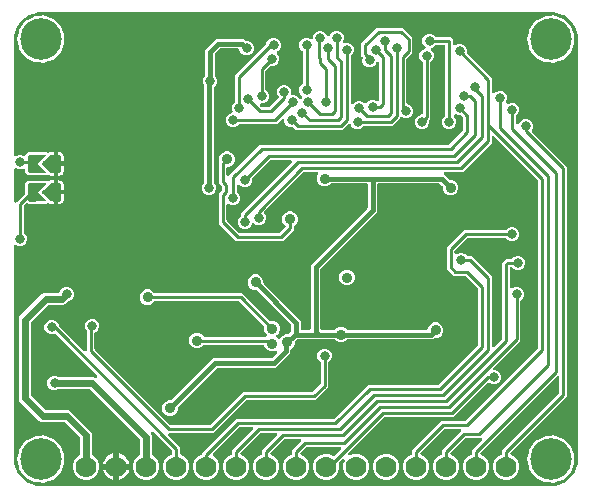
<source format=gbr>
G04 EAGLE Gerber RS-274X export*
G75*
%MOMM*%
%FSLAX34Y34*%
%LPD*%
%INBottom Copper*%
%IPPOS*%
%AMOC8*
5,1,8,0,0,1.08239X$1,22.5*%
G01*
%ADD10C,3.516000*%
%ADD11C,1.778000*%
%ADD12C,0.381000*%
%ADD13C,0.906400*%
%ADD14C,0.254000*%
%ADD15C,0.800100*%
%ADD16C,0.406400*%
%ADD17C,0.609600*%

G36*
X457222Y2543D02*
X457222Y2543D01*
X457300Y2545D01*
X460677Y2810D01*
X460745Y2824D01*
X460814Y2829D01*
X460970Y2869D01*
X467394Y4956D01*
X467501Y5006D01*
X467612Y5050D01*
X467663Y5083D01*
X467682Y5091D01*
X467697Y5104D01*
X467748Y5136D01*
X473212Y9107D01*
X473299Y9188D01*
X473346Y9227D01*
X473352Y9231D01*
X473353Y9233D01*
X473391Y9264D01*
X473429Y9310D01*
X473444Y9324D01*
X473455Y9342D01*
X473493Y9388D01*
X475186Y11717D01*
X475199Y11741D01*
X475216Y11761D01*
X475275Y11880D01*
X475339Y11996D01*
X475346Y12022D01*
X475358Y12046D01*
X475385Y12174D01*
X475399Y12185D01*
X475423Y12196D01*
X475525Y12281D01*
X475631Y12361D01*
X475648Y12381D01*
X475668Y12398D01*
X475771Y12522D01*
X477464Y14852D01*
X477521Y14956D01*
X477585Y15056D01*
X477607Y15113D01*
X477617Y15131D01*
X477622Y15151D01*
X477644Y15206D01*
X479731Y21630D01*
X479744Y21698D01*
X479767Y21764D01*
X479790Y21923D01*
X480055Y25300D01*
X480055Y25304D01*
X480056Y25307D01*
X480055Y25326D01*
X480059Y25400D01*
X480059Y381000D01*
X480057Y381022D01*
X480055Y381100D01*
X479790Y384477D01*
X479776Y384545D01*
X479771Y384614D01*
X479731Y384770D01*
X477644Y391194D01*
X477593Y391301D01*
X477550Y391412D01*
X477517Y391463D01*
X477509Y391482D01*
X477496Y391497D01*
X477464Y391548D01*
X475771Y393878D01*
X475753Y393897D01*
X475739Y393920D01*
X475644Y394013D01*
X475553Y394109D01*
X475531Y394124D01*
X475512Y394142D01*
X475398Y394208D01*
X475392Y394224D01*
X475389Y394251D01*
X475340Y394375D01*
X475297Y394500D01*
X475282Y394522D01*
X475272Y394547D01*
X475186Y394683D01*
X473493Y397012D01*
X473412Y397099D01*
X473336Y397191D01*
X473290Y397229D01*
X473276Y397244D01*
X473258Y397255D01*
X473212Y397293D01*
X467748Y401264D01*
X467644Y401321D01*
X467544Y401385D01*
X467487Y401407D01*
X467469Y401417D01*
X467449Y401422D01*
X467394Y401444D01*
X460970Y403531D01*
X460902Y403544D01*
X460836Y403567D01*
X460677Y403590D01*
X457300Y403855D01*
X457278Y403854D01*
X457200Y403859D01*
X25400Y403859D01*
X25378Y403857D01*
X25300Y403855D01*
X21923Y403590D01*
X21855Y403576D01*
X21786Y403571D01*
X21630Y403531D01*
X18892Y402641D01*
X18867Y402630D01*
X18842Y402624D01*
X18724Y402563D01*
X18604Y402506D01*
X18583Y402489D01*
X18560Y402477D01*
X18462Y402389D01*
X18445Y402388D01*
X18418Y402393D01*
X18286Y402385D01*
X18153Y402383D01*
X18127Y402375D01*
X18101Y402374D01*
X17945Y402334D01*
X15206Y401444D01*
X15099Y401394D01*
X14988Y401350D01*
X14937Y401317D01*
X14918Y401309D01*
X14903Y401296D01*
X14852Y401264D01*
X9388Y397293D01*
X9301Y397212D01*
X9209Y397136D01*
X9171Y397090D01*
X9156Y397076D01*
X9145Y397058D01*
X9107Y397012D01*
X5136Y391548D01*
X5079Y391444D01*
X5015Y391344D01*
X4993Y391287D01*
X4983Y391269D01*
X4978Y391249D01*
X4956Y391194D01*
X2869Y384770D01*
X2856Y384702D01*
X2833Y384636D01*
X2810Y384477D01*
X2545Y381100D01*
X2546Y381078D01*
X2541Y381000D01*
X2541Y283186D01*
X2547Y283137D01*
X2545Y283087D01*
X2567Y282980D01*
X2581Y282870D01*
X2599Y282824D01*
X2609Y282776D01*
X2657Y282677D01*
X2698Y282575D01*
X2727Y282535D01*
X2749Y282490D01*
X2820Y282406D01*
X2884Y282317D01*
X2923Y282286D01*
X2955Y282248D01*
X3045Y282185D01*
X3129Y282115D01*
X3174Y282093D01*
X3215Y282065D01*
X3318Y282026D01*
X3417Y281979D01*
X3466Y281970D01*
X3512Y281952D01*
X3622Y281940D01*
X3729Y281919D01*
X3779Y281922D01*
X3828Y281917D01*
X3937Y281932D01*
X4047Y281939D01*
X4094Y281954D01*
X4143Y281961D01*
X4296Y282013D01*
X6420Y282893D01*
X8820Y282893D01*
X10210Y282317D01*
X10239Y282310D01*
X10265Y282296D01*
X10392Y282268D01*
X10517Y282233D01*
X10547Y282233D01*
X10576Y282226D01*
X10705Y282230D01*
X10835Y282228D01*
X10864Y282235D01*
X10893Y282236D01*
X11018Y282272D01*
X11144Y282302D01*
X11171Y282316D01*
X11199Y282325D01*
X11311Y282390D01*
X11426Y282451D01*
X11447Y282471D01*
X11473Y282486D01*
X11594Y282592D01*
X14244Y285243D01*
X29179Y285243D01*
X29186Y285244D01*
X29201Y285243D01*
X30141Y285259D01*
X30176Y285224D01*
X30270Y285151D01*
X30359Y285072D01*
X30395Y285054D01*
X30427Y285029D01*
X30536Y284982D01*
X30643Y284928D01*
X30682Y284919D01*
X30719Y284903D01*
X30837Y284884D01*
X30953Y284858D01*
X30993Y284859D01*
X31033Y284853D01*
X31152Y284864D01*
X31271Y284868D01*
X31310Y284879D01*
X31350Y284883D01*
X31462Y284923D01*
X31576Y284956D01*
X31611Y284977D01*
X31649Y284990D01*
X31748Y285057D01*
X31850Y285118D01*
X31895Y285158D01*
X31912Y285169D01*
X31926Y285184D01*
X31926Y285185D01*
X32576Y285560D01*
X33287Y285751D01*
X36196Y285751D01*
X36196Y283209D01*
X33655Y283209D01*
X33599Y283193D01*
X33542Y283183D01*
X33528Y283172D01*
X33520Y283170D01*
X33511Y283160D01*
X33476Y283135D01*
X27835Y277494D01*
X27654Y277494D01*
X27545Y277480D01*
X27435Y277475D01*
X27388Y277461D01*
X27339Y277454D01*
X27236Y277414D01*
X27131Y277381D01*
X27089Y277356D01*
X27043Y277337D01*
X26954Y277273D01*
X26860Y277215D01*
X26803Y277163D01*
X26786Y277151D01*
X26774Y277137D01*
X26741Y277107D01*
X26128Y276472D01*
X26070Y276394D01*
X26004Y276322D01*
X25975Y276267D01*
X25937Y276217D01*
X25900Y276127D01*
X25855Y276042D01*
X25840Y275981D01*
X25816Y275923D01*
X25803Y275827D01*
X25780Y275733D01*
X25781Y275670D01*
X25772Y275608D01*
X25783Y275512D01*
X25784Y275415D01*
X25800Y275354D01*
X25807Y275292D01*
X25842Y275201D01*
X25867Y275108D01*
X25898Y275053D01*
X25920Y274995D01*
X25976Y274915D01*
X26024Y274831D01*
X26092Y274751D01*
X26103Y274735D01*
X26112Y274728D01*
X26128Y274708D01*
X26741Y274073D01*
X26827Y274004D01*
X26907Y273929D01*
X26950Y273905D01*
X26989Y273874D01*
X27089Y273829D01*
X27186Y273775D01*
X27233Y273763D01*
X27278Y273743D01*
X27387Y273723D01*
X27493Y273696D01*
X27570Y273691D01*
X27592Y273687D01*
X27609Y273689D01*
X27654Y273686D01*
X27835Y273686D01*
X33476Y268045D01*
X33527Y268017D01*
X33575Y267984D01*
X33592Y267981D01*
X33599Y267977D01*
X33612Y267978D01*
X33655Y267971D01*
X36196Y267971D01*
X36196Y265429D01*
X33287Y265429D01*
X32576Y265620D01*
X31903Y266008D01*
X31877Y266029D01*
X31787Y266108D01*
X31751Y266126D01*
X31720Y266151D01*
X31610Y266198D01*
X31504Y266252D01*
X31465Y266261D01*
X31428Y266277D01*
X31310Y266296D01*
X31194Y266322D01*
X31154Y266321D01*
X31114Y266327D01*
X30995Y266316D01*
X30876Y266312D01*
X30837Y266301D01*
X30797Y266297D01*
X30685Y266257D01*
X30570Y266224D01*
X30536Y266203D01*
X30498Y266190D01*
X30399Y266123D01*
X30297Y266062D01*
X30251Y266022D01*
X30235Y266011D01*
X30221Y265996D01*
X30176Y265956D01*
X30141Y265921D01*
X29201Y265937D01*
X29194Y265936D01*
X29179Y265937D01*
X14244Y265937D01*
X11937Y268244D01*
X11937Y270218D01*
X11931Y270268D01*
X11933Y270317D01*
X11911Y270425D01*
X11897Y270534D01*
X11879Y270580D01*
X11869Y270629D01*
X11821Y270727D01*
X11780Y270830D01*
X11751Y270870D01*
X11729Y270914D01*
X11658Y270998D01*
X11594Y271087D01*
X11555Y271119D01*
X11523Y271156D01*
X11433Y271220D01*
X11349Y271290D01*
X11304Y271311D01*
X11263Y271340D01*
X11160Y271379D01*
X11061Y271425D01*
X11012Y271435D01*
X10966Y271452D01*
X10856Y271464D01*
X10749Y271485D01*
X10699Y271482D01*
X10650Y271488D01*
X10541Y271472D01*
X10431Y271465D01*
X10384Y271450D01*
X10335Y271443D01*
X10182Y271391D01*
X8820Y270827D01*
X6420Y270827D01*
X4296Y271707D01*
X4248Y271720D01*
X4203Y271741D01*
X4095Y271762D01*
X3989Y271791D01*
X3939Y271791D01*
X3890Y271801D01*
X3781Y271794D01*
X3671Y271796D01*
X3623Y271784D01*
X3573Y271781D01*
X3469Y271747D01*
X3362Y271721D01*
X3318Y271698D01*
X3271Y271683D01*
X3178Y271624D01*
X3081Y271573D01*
X3044Y271539D01*
X3002Y271513D01*
X2927Y271433D01*
X2845Y271359D01*
X2818Y271317D01*
X2784Y271281D01*
X2731Y271185D01*
X2671Y271093D01*
X2654Y271046D01*
X2630Y271003D01*
X2603Y270896D01*
X2567Y270792D01*
X2563Y270743D01*
X2551Y270695D01*
X2541Y270534D01*
X2541Y243956D01*
X2558Y243818D01*
X2571Y243679D01*
X2578Y243660D01*
X2581Y243640D01*
X2632Y243511D01*
X2679Y243380D01*
X2690Y243363D01*
X2698Y243345D01*
X2779Y243232D01*
X2857Y243117D01*
X2873Y243104D01*
X2884Y243087D01*
X2992Y242998D01*
X3096Y242906D01*
X3114Y242897D01*
X3129Y242884D01*
X3255Y242825D01*
X3379Y242762D01*
X3399Y242757D01*
X3417Y242749D01*
X3553Y242723D01*
X3689Y242692D01*
X3710Y242693D01*
X3729Y242689D01*
X3868Y242698D01*
X4007Y242702D01*
X4027Y242708D01*
X4047Y242709D01*
X4179Y242752D01*
X4313Y242790D01*
X4330Y242801D01*
X4349Y242807D01*
X4467Y242881D01*
X4587Y242952D01*
X4608Y242970D01*
X4618Y242977D01*
X4632Y242992D01*
X4707Y243058D01*
X11566Y249916D01*
X11626Y249995D01*
X11694Y250067D01*
X11723Y250120D01*
X11760Y250168D01*
X11800Y250259D01*
X11848Y250345D01*
X11863Y250404D01*
X11887Y250459D01*
X11902Y250557D01*
X11927Y250653D01*
X11933Y250753D01*
X11937Y250774D01*
X11935Y250786D01*
X11937Y250814D01*
X11937Y258806D01*
X14244Y261113D01*
X29178Y261113D01*
X29185Y261114D01*
X29200Y261113D01*
X30141Y261129D01*
X30176Y261094D01*
X30270Y261021D01*
X30359Y260942D01*
X30395Y260924D01*
X30427Y260899D01*
X30536Y260852D01*
X30642Y260798D01*
X30682Y260789D01*
X30719Y260773D01*
X30836Y260754D01*
X30953Y260728D01*
X30993Y260729D01*
X31033Y260723D01*
X31151Y260734D01*
X31270Y260738D01*
X31309Y260749D01*
X31350Y260753D01*
X31462Y260793D01*
X31576Y260826D01*
X31611Y260847D01*
X31649Y260860D01*
X31747Y260927D01*
X31850Y260988D01*
X31895Y261028D01*
X31912Y261039D01*
X31925Y261054D01*
X31926Y261055D01*
X32576Y261430D01*
X33287Y261621D01*
X36196Y261621D01*
X36196Y259079D01*
X33655Y259079D01*
X33599Y259063D01*
X33542Y259053D01*
X33528Y259042D01*
X33520Y259040D01*
X33511Y259030D01*
X33476Y259005D01*
X27835Y253364D01*
X27654Y253364D01*
X27545Y253350D01*
X27435Y253345D01*
X27388Y253331D01*
X27339Y253324D01*
X27236Y253284D01*
X27131Y253251D01*
X27089Y253226D01*
X27043Y253207D01*
X26954Y253143D01*
X26860Y253085D01*
X26803Y253033D01*
X26786Y253021D01*
X26774Y253007D01*
X26741Y252977D01*
X26128Y252342D01*
X26070Y252264D01*
X26004Y252192D01*
X25975Y252137D01*
X25937Y252087D01*
X25900Y251997D01*
X25855Y251912D01*
X25840Y251851D01*
X25816Y251793D01*
X25803Y251697D01*
X25780Y251603D01*
X25781Y251540D01*
X25772Y251478D01*
X25783Y251382D01*
X25784Y251285D01*
X25800Y251224D01*
X25807Y251162D01*
X25842Y251071D01*
X25867Y250978D01*
X25898Y250923D01*
X25920Y250865D01*
X25976Y250785D01*
X26024Y250701D01*
X26092Y250621D01*
X26103Y250605D01*
X26112Y250597D01*
X26128Y250578D01*
X26741Y249943D01*
X26827Y249874D01*
X26907Y249799D01*
X26950Y249775D01*
X26989Y249744D01*
X27089Y249699D01*
X27185Y249645D01*
X27233Y249633D01*
X27278Y249613D01*
X27387Y249593D01*
X27493Y249566D01*
X27570Y249561D01*
X27592Y249557D01*
X27609Y249559D01*
X27654Y249556D01*
X27835Y249556D01*
X33476Y243915D01*
X33527Y243887D01*
X33575Y243854D01*
X33592Y243851D01*
X33599Y243847D01*
X33612Y243848D01*
X33655Y243841D01*
X36196Y243841D01*
X36196Y241299D01*
X33287Y241299D01*
X32576Y241490D01*
X31903Y241878D01*
X31877Y241899D01*
X31787Y241978D01*
X31751Y241996D01*
X31720Y242021D01*
X31610Y242068D01*
X31504Y242122D01*
X31465Y242131D01*
X31428Y242147D01*
X31310Y242166D01*
X31194Y242192D01*
X31154Y242191D01*
X31114Y242197D01*
X30995Y242186D01*
X30876Y242182D01*
X30837Y242171D01*
X30797Y242167D01*
X30685Y242127D01*
X30570Y242094D01*
X30536Y242073D01*
X30498Y242060D01*
X30399Y241993D01*
X30297Y241932D01*
X30251Y241892D01*
X30235Y241881D01*
X30221Y241866D01*
X30176Y241826D01*
X30141Y241791D01*
X29201Y241807D01*
X29194Y241806D01*
X29179Y241807D01*
X14194Y241807D01*
X14167Y241828D01*
X14058Y241875D01*
X13952Y241929D01*
X13913Y241938D01*
X13875Y241954D01*
X13758Y241973D01*
X13642Y241999D01*
X13601Y241998D01*
X13561Y242004D01*
X13443Y241993D01*
X13324Y241989D01*
X13285Y241978D01*
X13245Y241974D01*
X13133Y241934D01*
X13018Y241901D01*
X12983Y241880D01*
X12945Y241866D01*
X12847Y241800D01*
X12744Y241739D01*
X12699Y241699D01*
X12682Y241688D01*
X12669Y241673D01*
X12623Y241633D01*
X11294Y240304D01*
X11234Y240225D01*
X11166Y240153D01*
X11137Y240100D01*
X11100Y240052D01*
X11060Y239961D01*
X11012Y239875D01*
X10997Y239816D01*
X10973Y239761D01*
X10958Y239663D01*
X10933Y239567D01*
X10927Y239467D01*
X10923Y239446D01*
X10925Y239434D01*
X10923Y239406D01*
X10923Y217845D01*
X10935Y217747D01*
X10938Y217648D01*
X10955Y217590D01*
X10963Y217530D01*
X10999Y217438D01*
X11027Y217343D01*
X11057Y217290D01*
X11080Y217234D01*
X11138Y217154D01*
X11188Y217069D01*
X11254Y216993D01*
X11266Y216977D01*
X11276Y216969D01*
X11294Y216948D01*
X12735Y215508D01*
X13653Y213290D01*
X13653Y210890D01*
X12735Y208672D01*
X11038Y206975D01*
X8820Y206057D01*
X6420Y206057D01*
X4296Y206937D01*
X4248Y206950D01*
X4203Y206971D01*
X4095Y206992D01*
X3989Y207021D01*
X3939Y207021D01*
X3890Y207031D01*
X3781Y207024D01*
X3671Y207026D01*
X3623Y207014D01*
X3573Y207011D01*
X3469Y206977D01*
X3362Y206951D01*
X3318Y206928D01*
X3271Y206913D01*
X3178Y206854D01*
X3081Y206803D01*
X3044Y206769D01*
X3002Y206743D01*
X2927Y206663D01*
X2845Y206589D01*
X2818Y206547D01*
X2784Y206511D01*
X2731Y206415D01*
X2671Y206323D01*
X2654Y206276D01*
X2630Y206233D01*
X2603Y206126D01*
X2567Y206022D01*
X2563Y205973D01*
X2551Y205925D01*
X2541Y205764D01*
X2541Y25400D01*
X2543Y25378D01*
X2545Y25300D01*
X2810Y21923D01*
X2824Y21855D01*
X2829Y21786D01*
X2869Y21630D01*
X4956Y15206D01*
X5006Y15099D01*
X5050Y14988D01*
X5083Y14937D01*
X5091Y14918D01*
X5104Y14903D01*
X5136Y14852D01*
X9107Y9388D01*
X9127Y9366D01*
X9138Y9348D01*
X9184Y9305D01*
X9188Y9301D01*
X9264Y9209D01*
X9310Y9171D01*
X9324Y9156D01*
X9342Y9145D01*
X9388Y9107D01*
X14596Y5322D01*
X14852Y5136D01*
X14956Y5079D01*
X15056Y5015D01*
X15113Y4993D01*
X15131Y4983D01*
X15151Y4978D01*
X15206Y4956D01*
X17945Y4066D01*
X17971Y4061D01*
X17996Y4051D01*
X18127Y4031D01*
X18257Y4006D01*
X18284Y4008D01*
X18310Y4004D01*
X18441Y4018D01*
X18455Y4008D01*
X18474Y3989D01*
X18585Y3917D01*
X18694Y3842D01*
X18719Y3832D01*
X18742Y3818D01*
X18892Y3759D01*
X21630Y2869D01*
X21698Y2856D01*
X21764Y2833D01*
X21923Y2810D01*
X25300Y2545D01*
X25322Y2546D01*
X25400Y2541D01*
X457200Y2541D01*
X457222Y2543D01*
G37*
%LPC*%
G36*
X340727Y8127D02*
X340727Y8127D01*
X336713Y9790D01*
X333640Y12863D01*
X331977Y16877D01*
X331977Y21223D01*
X333640Y25237D01*
X336713Y28310D01*
X338814Y29180D01*
X338839Y29195D01*
X338867Y29204D01*
X338977Y29273D01*
X339090Y29338D01*
X339111Y29358D01*
X339136Y29374D01*
X339225Y29469D01*
X339318Y29559D01*
X339334Y29584D01*
X339354Y29606D01*
X339417Y29719D01*
X339485Y29830D01*
X339493Y29858D01*
X339508Y29884D01*
X339540Y30010D01*
X339578Y30134D01*
X339580Y30163D01*
X339587Y30192D01*
X339597Y30353D01*
X339597Y33118D01*
X364392Y57913D01*
X384186Y57913D01*
X384284Y57925D01*
X384383Y57928D01*
X384442Y57945D01*
X384502Y57953D01*
X384594Y57989D01*
X384689Y58017D01*
X384741Y58047D01*
X384797Y58070D01*
X384877Y58128D01*
X384963Y58178D01*
X385038Y58244D01*
X385055Y58256D01*
X385063Y58266D01*
X385084Y58284D01*
X445906Y119106D01*
X445966Y119185D01*
X446034Y119257D01*
X446063Y119310D01*
X446100Y119358D01*
X446140Y119449D01*
X446188Y119535D01*
X446203Y119594D01*
X446227Y119649D01*
X446242Y119747D01*
X446267Y119843D01*
X446273Y119943D01*
X446277Y119964D01*
X446275Y119976D01*
X446277Y120004D01*
X446277Y260996D01*
X446265Y261094D01*
X446262Y261193D01*
X446245Y261252D01*
X446237Y261312D01*
X446201Y261404D01*
X446173Y261499D01*
X446143Y261551D01*
X446120Y261607D01*
X446062Y261687D01*
X446012Y261773D01*
X445946Y261848D01*
X445934Y261865D01*
X445924Y261873D01*
X445906Y261894D01*
X409249Y298550D01*
X409140Y298635D01*
X409033Y298724D01*
X409014Y298732D01*
X408998Y298745D01*
X408870Y298800D01*
X408745Y298859D01*
X408725Y298863D01*
X408706Y298871D01*
X408568Y298893D01*
X408432Y298919D01*
X408412Y298918D01*
X408392Y298921D01*
X408253Y298908D01*
X408115Y298899D01*
X408096Y298893D01*
X408076Y298891D01*
X407944Y298844D01*
X407813Y298801D01*
X407795Y298790D01*
X407776Y298783D01*
X407661Y298705D01*
X407544Y298631D01*
X407530Y298616D01*
X407513Y298605D01*
X407421Y298501D01*
X407326Y298399D01*
X407316Y298382D01*
X407303Y298366D01*
X407239Y298243D01*
X407172Y298121D01*
X407167Y298101D01*
X407158Y298083D01*
X407128Y297947D01*
X407093Y297813D01*
X407091Y297785D01*
X407088Y297773D01*
X407089Y297752D01*
X407083Y297652D01*
X407083Y293272D01*
X382288Y268477D01*
X367635Y268477D01*
X367498Y268460D01*
X367359Y268447D01*
X367340Y268440D01*
X367320Y268437D01*
X367191Y268386D01*
X367060Y268339D01*
X367043Y268328D01*
X367024Y268320D01*
X366912Y268239D01*
X366797Y268161D01*
X366783Y268145D01*
X366767Y268134D01*
X366678Y268026D01*
X366586Y267922D01*
X366577Y267904D01*
X366564Y267889D01*
X366505Y267763D01*
X366442Y267639D01*
X366437Y267619D01*
X366428Y267601D01*
X366402Y267465D01*
X366372Y267329D01*
X366372Y267308D01*
X366369Y267289D01*
X366377Y267150D01*
X366382Y267011D01*
X366387Y266991D01*
X366388Y266971D01*
X366431Y266839D01*
X366470Y266705D01*
X366480Y266688D01*
X366486Y266669D01*
X366561Y266551D01*
X366631Y266431D01*
X366650Y266410D01*
X366657Y266400D01*
X366672Y266386D01*
X366738Y266311D01*
X368846Y264202D01*
X370842Y262206D01*
X370920Y262146D01*
X370992Y262078D01*
X371045Y262049D01*
X371093Y262012D01*
X371184Y261972D01*
X371271Y261924D01*
X371329Y261909D01*
X371385Y261885D01*
X371483Y261870D01*
X371579Y261845D01*
X371679Y261839D01*
X371699Y261835D01*
X371711Y261837D01*
X371739Y261835D01*
X373336Y261835D01*
X375749Y260835D01*
X377595Y258989D01*
X378595Y256576D01*
X378595Y253964D01*
X377595Y251551D01*
X375749Y249705D01*
X373336Y248705D01*
X370724Y248705D01*
X368311Y249705D01*
X366465Y251551D01*
X365465Y253964D01*
X365465Y255561D01*
X365453Y255659D01*
X365450Y255758D01*
X365433Y255816D01*
X365425Y255876D01*
X365389Y255968D01*
X365361Y256063D01*
X365331Y256115D01*
X365308Y256172D01*
X365250Y256252D01*
X365200Y256337D01*
X365134Y256413D01*
X365122Y256429D01*
X365112Y256437D01*
X365094Y256458D01*
X363098Y258454D01*
X363020Y258514D01*
X362948Y258582D01*
X362895Y258611D01*
X362847Y258648D01*
X362756Y258688D01*
X362669Y258736D01*
X362611Y258751D01*
X362555Y258775D01*
X362457Y258790D01*
X362361Y258815D01*
X362261Y258821D01*
X362241Y258825D01*
X362229Y258823D01*
X362201Y258825D01*
X311324Y258825D01*
X311206Y258810D01*
X311087Y258803D01*
X311049Y258790D01*
X311008Y258785D01*
X310898Y258742D01*
X310785Y258705D01*
X310750Y258683D01*
X310713Y258668D01*
X310617Y258599D01*
X310516Y258535D01*
X310488Y258505D01*
X310455Y258482D01*
X310379Y258390D01*
X310298Y258303D01*
X310278Y258268D01*
X310253Y258237D01*
X310202Y258129D01*
X310144Y258025D01*
X310134Y257985D01*
X310117Y257949D01*
X310095Y257832D01*
X310065Y257717D01*
X310061Y257657D01*
X310057Y257637D01*
X310059Y257616D01*
X310055Y257556D01*
X310055Y234536D01*
X262166Y186648D01*
X262106Y186570D01*
X262038Y186498D01*
X262009Y186445D01*
X261972Y186397D01*
X261932Y186306D01*
X261884Y186219D01*
X261869Y186161D01*
X261845Y186105D01*
X261830Y186007D01*
X261805Y185911D01*
X261799Y185811D01*
X261795Y185791D01*
X261797Y185779D01*
X261795Y185751D01*
X261795Y136144D01*
X261810Y136026D01*
X261817Y135907D01*
X261830Y135869D01*
X261835Y135828D01*
X261878Y135718D01*
X261915Y135605D01*
X261937Y135570D01*
X261952Y135533D01*
X262021Y135437D01*
X262085Y135336D01*
X262115Y135308D01*
X262138Y135275D01*
X262230Y135199D01*
X262317Y135118D01*
X262352Y135098D01*
X262383Y135073D01*
X262491Y135022D01*
X262595Y134964D01*
X262635Y134954D01*
X262671Y134937D01*
X262788Y134915D01*
X262903Y134885D01*
X262963Y134881D01*
X262983Y134877D01*
X263004Y134879D01*
X263064Y134875D01*
X273575Y134875D01*
X273673Y134887D01*
X273772Y134890D01*
X273831Y134907D01*
X273891Y134915D01*
X273983Y134951D01*
X274078Y134979D01*
X274130Y135009D01*
X274186Y135032D01*
X274266Y135090D01*
X274352Y135140D01*
X274427Y135206D01*
X274444Y135218D01*
X274451Y135228D01*
X274473Y135246D01*
X275601Y136375D01*
X278014Y137375D01*
X280626Y137375D01*
X283039Y136375D01*
X284167Y135246D01*
X284246Y135186D01*
X284318Y135118D01*
X284371Y135089D01*
X284419Y135052D01*
X284510Y135012D01*
X284596Y134964D01*
X284655Y134949D01*
X284711Y134925D01*
X284809Y134910D01*
X284904Y134885D01*
X285004Y134879D01*
X285025Y134875D01*
X285037Y134877D01*
X285065Y134875D01*
X351496Y134875D01*
X351614Y134890D01*
X351733Y134897D01*
X351771Y134910D01*
X351812Y134915D01*
X351922Y134958D01*
X352035Y134995D01*
X352070Y135017D01*
X352107Y135032D01*
X352203Y135101D01*
X352304Y135165D01*
X352332Y135195D01*
X352365Y135218D01*
X352441Y135310D01*
X352522Y135397D01*
X352542Y135432D01*
X352567Y135463D01*
X352618Y135571D01*
X352676Y135675D01*
X352686Y135715D01*
X352703Y135751D01*
X352712Y135796D01*
X353765Y138339D01*
X355611Y140185D01*
X358024Y141185D01*
X360636Y141185D01*
X363049Y140185D01*
X364895Y138339D01*
X365895Y135926D01*
X365895Y133314D01*
X364895Y130901D01*
X363049Y129055D01*
X360636Y128055D01*
X359039Y128055D01*
X358941Y128043D01*
X358842Y128040D01*
X358784Y128023D01*
X358724Y128015D01*
X358632Y127979D01*
X358537Y127951D01*
X358485Y127921D01*
X358428Y127898D01*
X358348Y127840D01*
X358263Y127790D01*
X358187Y127724D01*
X358171Y127712D01*
X358163Y127702D01*
X358142Y127684D01*
X357204Y126745D01*
X285065Y126745D01*
X284967Y126733D01*
X284868Y126730D01*
X284810Y126713D01*
X284749Y126705D01*
X284657Y126669D01*
X284562Y126641D01*
X284510Y126611D01*
X284454Y126588D01*
X284374Y126530D01*
X284288Y126480D01*
X284213Y126414D01*
X284196Y126402D01*
X284189Y126392D01*
X284167Y126374D01*
X283039Y125245D01*
X280626Y124245D01*
X278014Y124245D01*
X275601Y125245D01*
X274473Y126374D01*
X274394Y126434D01*
X274322Y126502D01*
X274269Y126531D01*
X274221Y126568D01*
X274130Y126608D01*
X274044Y126656D01*
X273985Y126671D01*
X273929Y126695D01*
X273831Y126710D01*
X273736Y126735D01*
X273636Y126741D01*
X273615Y126745D01*
X273603Y126743D01*
X273575Y126745D01*
X242159Y126745D01*
X242061Y126733D01*
X241962Y126730D01*
X241904Y126713D01*
X241844Y126705D01*
X241752Y126669D01*
X241657Y126641D01*
X241605Y126611D01*
X241548Y126588D01*
X241468Y126530D01*
X241383Y126480D01*
X241307Y126414D01*
X241291Y126402D01*
X241283Y126392D01*
X241262Y126374D01*
X240536Y125648D01*
X240476Y125570D01*
X240408Y125498D01*
X240379Y125445D01*
X240342Y125397D01*
X240302Y125306D01*
X240254Y125219D01*
X240239Y125161D01*
X240215Y125105D01*
X240200Y125007D01*
X240175Y124911D01*
X240169Y124811D01*
X240165Y124791D01*
X240167Y124779D01*
X240165Y124751D01*
X240165Y123154D01*
X239165Y120741D01*
X237319Y118895D01*
X237178Y118837D01*
X237153Y118822D01*
X237125Y118813D01*
X237015Y118743D01*
X236902Y118679D01*
X236881Y118659D01*
X236856Y118643D01*
X236767Y118548D01*
X236674Y118458D01*
X236658Y118433D01*
X236638Y118411D01*
X236575Y118297D01*
X236507Y118187D01*
X236499Y118158D01*
X236484Y118133D01*
X236452Y118007D01*
X236414Y117883D01*
X236412Y117853D01*
X236405Y117825D01*
X236395Y117664D01*
X236395Y115156D01*
X223854Y102615D01*
X174849Y102615D01*
X174751Y102603D01*
X174652Y102600D01*
X174594Y102583D01*
X174534Y102575D01*
X174442Y102539D01*
X174347Y102511D01*
X174295Y102481D01*
X174238Y102458D01*
X174158Y102400D01*
X174073Y102350D01*
X173997Y102284D01*
X173981Y102272D01*
X173973Y102262D01*
X173952Y102244D01*
X141476Y69768D01*
X141416Y69690D01*
X141348Y69618D01*
X141319Y69565D01*
X141282Y69517D01*
X141242Y69426D01*
X141194Y69339D01*
X141179Y69281D01*
X141155Y69225D01*
X141140Y69127D01*
X141115Y69031D01*
X141109Y68931D01*
X141105Y68911D01*
X141107Y68899D01*
X141105Y68871D01*
X141105Y67274D01*
X140105Y64861D01*
X138259Y63015D01*
X135846Y62015D01*
X133234Y62015D01*
X130821Y63015D01*
X128975Y64861D01*
X127975Y67274D01*
X127975Y69886D01*
X128975Y72299D01*
X130821Y74145D01*
X133234Y75145D01*
X134831Y75145D01*
X134929Y75157D01*
X135028Y75160D01*
X135086Y75177D01*
X135146Y75185D01*
X135238Y75221D01*
X135333Y75249D01*
X135385Y75279D01*
X135442Y75302D01*
X135522Y75360D01*
X135607Y75410D01*
X135683Y75476D01*
X135699Y75488D01*
X135707Y75498D01*
X135728Y75516D01*
X170956Y110745D01*
X219961Y110745D01*
X220059Y110757D01*
X220158Y110760D01*
X220216Y110777D01*
X220276Y110785D01*
X220368Y110821D01*
X220463Y110849D01*
X220515Y110879D01*
X220572Y110902D01*
X220652Y110960D01*
X220737Y111010D01*
X220813Y111076D01*
X220829Y111088D01*
X220837Y111098D01*
X220858Y111116D01*
X224797Y115056D01*
X224840Y115111D01*
X224890Y115159D01*
X224937Y115236D01*
X224992Y115307D01*
X225020Y115371D01*
X225056Y115430D01*
X225083Y115516D01*
X225118Y115599D01*
X225129Y115668D01*
X225150Y115734D01*
X225154Y115824D01*
X225168Y115913D01*
X225162Y115982D01*
X225165Y116052D01*
X225147Y116140D01*
X225139Y116229D01*
X225115Y116295D01*
X225101Y116363D01*
X225061Y116444D01*
X225031Y116529D01*
X224992Y116587D01*
X224961Y116649D01*
X224903Y116717D01*
X224852Y116792D01*
X224800Y116838D01*
X224755Y116891D01*
X224681Y116943D01*
X224614Y117002D01*
X224552Y117034D01*
X224495Y117074D01*
X224411Y117106D01*
X224331Y117147D01*
X224263Y117162D01*
X224197Y117187D01*
X224108Y117197D01*
X224020Y117217D01*
X223951Y117214D01*
X223881Y117222D01*
X223792Y117210D01*
X223702Y117207D01*
X223635Y117188D01*
X223566Y117178D01*
X223414Y117126D01*
X222206Y116625D01*
X219594Y116625D01*
X217181Y117625D01*
X215335Y119471D01*
X214435Y121644D01*
X214420Y121669D01*
X214411Y121697D01*
X214342Y121807D01*
X214277Y121920D01*
X214257Y121941D01*
X214241Y121966D01*
X214147Y122055D01*
X214056Y122148D01*
X214031Y122164D01*
X214009Y122184D01*
X213896Y122247D01*
X213785Y122315D01*
X213757Y122323D01*
X213731Y122338D01*
X213605Y122370D01*
X213481Y122408D01*
X213452Y122410D01*
X213423Y122417D01*
X213262Y122427D01*
X163907Y122427D01*
X163809Y122415D01*
X163710Y122412D01*
X163651Y122395D01*
X163591Y122387D01*
X163499Y122351D01*
X163404Y122323D01*
X163352Y122293D01*
X163296Y122270D01*
X163216Y122212D01*
X163130Y122162D01*
X163055Y122096D01*
X163038Y122084D01*
X163031Y122074D01*
X163009Y122056D01*
X161119Y120165D01*
X158706Y119165D01*
X156094Y119165D01*
X153681Y120165D01*
X151835Y122011D01*
X150835Y124424D01*
X150835Y127036D01*
X151835Y129449D01*
X153681Y131295D01*
X156094Y132295D01*
X158706Y132295D01*
X161119Y131295D01*
X163009Y129404D01*
X163088Y129344D01*
X163160Y129276D01*
X163213Y129247D01*
X163261Y129210D01*
X163352Y129170D01*
X163438Y129122D01*
X163497Y129107D01*
X163553Y129083D01*
X163651Y129068D01*
X163746Y129043D01*
X163846Y129037D01*
X163867Y129033D01*
X163879Y129035D01*
X163907Y129033D01*
X215409Y129033D01*
X215547Y129050D01*
X215685Y129063D01*
X215704Y129070D01*
X215725Y129073D01*
X215854Y129124D01*
X215985Y129171D01*
X216002Y129182D01*
X216020Y129190D01*
X216133Y129271D01*
X216248Y129349D01*
X216261Y129365D01*
X216278Y129376D01*
X216366Y129484D01*
X216458Y129588D01*
X216468Y129606D01*
X216480Y129621D01*
X216540Y129747D01*
X216603Y129871D01*
X216607Y129891D01*
X216616Y129909D01*
X216642Y130046D01*
X216673Y130181D01*
X216672Y130202D01*
X216676Y130221D01*
X216667Y130360D01*
X216663Y130499D01*
X216657Y130519D01*
X216656Y130539D01*
X216613Y130671D01*
X216575Y130805D01*
X216564Y130822D01*
X216558Y130841D01*
X216484Y130959D01*
X216413Y131079D01*
X216394Y131100D01*
X216388Y131110D01*
X216373Y131124D01*
X216307Y131199D01*
X215335Y132171D01*
X214335Y134584D01*
X214335Y137258D01*
X214323Y137356D01*
X214320Y137455D01*
X214303Y137514D01*
X214295Y137574D01*
X214259Y137666D01*
X214231Y137761D01*
X214201Y137813D01*
X214178Y137869D01*
X214120Y137949D01*
X214070Y138035D01*
X214004Y138110D01*
X213992Y138127D01*
X213982Y138135D01*
X213964Y138156D01*
X193234Y158886D01*
X193155Y158946D01*
X193083Y159014D01*
X193030Y159043D01*
X192982Y159080D01*
X192891Y159120D01*
X192805Y159168D01*
X192746Y159183D01*
X192691Y159207D01*
X192593Y159222D01*
X192497Y159247D01*
X192397Y159253D01*
X192377Y159257D01*
X192364Y159255D01*
X192336Y159257D01*
X121997Y159257D01*
X121899Y159245D01*
X121800Y159242D01*
X121742Y159225D01*
X121681Y159217D01*
X121589Y159181D01*
X121494Y159153D01*
X121442Y159123D01*
X121386Y159100D01*
X121306Y159042D01*
X121220Y158992D01*
X121145Y158926D01*
X121128Y158914D01*
X121121Y158904D01*
X121099Y158886D01*
X119209Y156995D01*
X116796Y155995D01*
X114184Y155995D01*
X111771Y156995D01*
X109925Y158841D01*
X108925Y161254D01*
X108925Y163866D01*
X109925Y166279D01*
X111771Y168125D01*
X114184Y169125D01*
X116796Y169125D01*
X119209Y168125D01*
X121099Y166234D01*
X121178Y166174D01*
X121250Y166106D01*
X121303Y166077D01*
X121351Y166040D01*
X121442Y166000D01*
X121528Y165952D01*
X121587Y165937D01*
X121643Y165913D01*
X121741Y165898D01*
X121836Y165873D01*
X121936Y165867D01*
X121957Y165863D01*
X121969Y165865D01*
X121997Y165863D01*
X195598Y165863D01*
X197904Y163557D01*
X197904Y163556D01*
X218634Y142826D01*
X218713Y142766D01*
X218785Y142698D01*
X218838Y142669D01*
X218886Y142632D01*
X218977Y142592D01*
X219063Y142544D01*
X219122Y142529D01*
X219177Y142505D01*
X219275Y142490D01*
X219371Y142465D01*
X219471Y142459D01*
X219491Y142455D01*
X219504Y142457D01*
X219532Y142455D01*
X222206Y142455D01*
X224619Y141455D01*
X226465Y139609D01*
X227465Y137196D01*
X227465Y134584D01*
X226465Y132171D01*
X224731Y130437D01*
X224658Y130343D01*
X224580Y130254D01*
X224561Y130218D01*
X224536Y130186D01*
X224489Y130077D01*
X224435Y129971D01*
X224426Y129932D01*
X224410Y129894D01*
X224391Y129777D01*
X224365Y129661D01*
X224367Y129620D01*
X224360Y129580D01*
X224371Y129462D01*
X224375Y129343D01*
X224386Y129304D01*
X224390Y129264D01*
X224430Y129151D01*
X224463Y129037D01*
X224484Y129002D01*
X224498Y128964D01*
X224565Y128866D01*
X224625Y128763D01*
X224665Y128718D01*
X224676Y128701D01*
X224692Y128688D01*
X224731Y128642D01*
X225860Y127514D01*
X225899Y127484D01*
X225933Y127447D01*
X226024Y127386D01*
X226111Y127319D01*
X226157Y127299D01*
X226198Y127272D01*
X226302Y127236D01*
X226403Y127193D01*
X226452Y127185D01*
X226499Y127169D01*
X226608Y127160D01*
X226717Y127143D01*
X226767Y127148D01*
X226816Y127144D01*
X226924Y127162D01*
X227034Y127173D01*
X227081Y127190D01*
X227129Y127198D01*
X227229Y127243D01*
X227333Y127280D01*
X227374Y127308D01*
X227419Y127329D01*
X227505Y127397D01*
X227596Y127459D01*
X227629Y127496D01*
X227668Y127527D01*
X227734Y127615D01*
X227807Y127697D01*
X227829Y127742D01*
X227859Y127781D01*
X227930Y127926D01*
X228035Y128179D01*
X229881Y130025D01*
X232294Y131025D01*
X233891Y131025D01*
X233989Y131037D01*
X234088Y131040D01*
X234146Y131057D01*
X234206Y131065D01*
X234298Y131101D01*
X234393Y131129D01*
X234445Y131159D01*
X234502Y131182D01*
X234582Y131240D01*
X234667Y131290D01*
X234743Y131356D01*
X234759Y131368D01*
X234767Y131378D01*
X234788Y131396D01*
X236784Y133392D01*
X236844Y133470D01*
X236912Y133542D01*
X236941Y133595D01*
X236978Y133643D01*
X237018Y133734D01*
X237066Y133821D01*
X237081Y133879D01*
X237105Y133935D01*
X237120Y134033D01*
X237145Y134129D01*
X237151Y134229D01*
X237155Y134249D01*
X237153Y134261D01*
X237155Y134289D01*
X237155Y138761D01*
X237143Y138859D01*
X237140Y138958D01*
X237123Y139016D01*
X237115Y139076D01*
X237079Y139168D01*
X237051Y139263D01*
X237021Y139315D01*
X236998Y139372D01*
X236940Y139452D01*
X236890Y139537D01*
X236824Y139613D01*
X236812Y139629D01*
X236802Y139637D01*
X236784Y139658D01*
X208118Y168324D01*
X208040Y168384D01*
X207968Y168452D01*
X207915Y168481D01*
X207867Y168518D01*
X207776Y168558D01*
X207689Y168606D01*
X207631Y168621D01*
X207575Y168645D01*
X207477Y168660D01*
X207381Y168685D01*
X207281Y168691D01*
X207261Y168695D01*
X207249Y168693D01*
X207221Y168695D01*
X205624Y168695D01*
X203211Y169695D01*
X201365Y171541D01*
X200365Y173954D01*
X200365Y176566D01*
X201365Y178979D01*
X203211Y180825D01*
X205624Y181825D01*
X208236Y181825D01*
X210649Y180825D01*
X212495Y178979D01*
X213495Y176566D01*
X213495Y174969D01*
X213507Y174871D01*
X213510Y174772D01*
X213527Y174714D01*
X213535Y174654D01*
X213571Y174562D01*
X213599Y174467D01*
X213629Y174415D01*
X213652Y174358D01*
X213710Y174278D01*
X213760Y174193D01*
X213826Y174117D01*
X213838Y174101D01*
X213848Y174093D01*
X213866Y174072D01*
X245285Y142654D01*
X245285Y136144D01*
X245300Y136026D01*
X245307Y135907D01*
X245320Y135869D01*
X245325Y135828D01*
X245368Y135718D01*
X245405Y135605D01*
X245427Y135570D01*
X245442Y135533D01*
X245511Y135437D01*
X245575Y135336D01*
X245605Y135308D01*
X245628Y135275D01*
X245720Y135199D01*
X245807Y135118D01*
X245842Y135098D01*
X245873Y135073D01*
X245981Y135022D01*
X246085Y134964D01*
X246125Y134954D01*
X246161Y134937D01*
X246278Y134915D01*
X246393Y134885D01*
X246453Y134881D01*
X246473Y134877D01*
X246494Y134879D01*
X246554Y134875D01*
X252396Y134875D01*
X252514Y134890D01*
X252633Y134897D01*
X252671Y134910D01*
X252712Y134915D01*
X252822Y134958D01*
X252935Y134995D01*
X252970Y135017D01*
X253007Y135032D01*
X253103Y135101D01*
X253204Y135165D01*
X253232Y135195D01*
X253265Y135218D01*
X253341Y135310D01*
X253422Y135397D01*
X253442Y135432D01*
X253467Y135463D01*
X253518Y135571D01*
X253576Y135675D01*
X253586Y135715D01*
X253603Y135751D01*
X253625Y135868D01*
X253655Y135983D01*
X253659Y136043D01*
X253663Y136063D01*
X253661Y136084D01*
X253665Y136144D01*
X253665Y189644D01*
X301554Y237532D01*
X301614Y237610D01*
X301682Y237682D01*
X301711Y237735D01*
X301748Y237783D01*
X301788Y237874D01*
X301836Y237961D01*
X301851Y238019D01*
X301875Y238075D01*
X301890Y238173D01*
X301915Y238269D01*
X301921Y238369D01*
X301925Y238389D01*
X301923Y238401D01*
X301925Y238429D01*
X301925Y257556D01*
X301910Y257674D01*
X301903Y257793D01*
X301890Y257831D01*
X301885Y257872D01*
X301842Y257982D01*
X301805Y258095D01*
X301783Y258130D01*
X301768Y258167D01*
X301699Y258263D01*
X301635Y258364D01*
X301605Y258392D01*
X301582Y258425D01*
X301490Y258501D01*
X301403Y258582D01*
X301368Y258602D01*
X301337Y258627D01*
X301229Y258678D01*
X301125Y258736D01*
X301085Y258746D01*
X301049Y258763D01*
X300932Y258785D01*
X300817Y258815D01*
X300757Y258819D01*
X300737Y258823D01*
X300716Y258821D01*
X300656Y258825D01*
X271095Y258825D01*
X270997Y258813D01*
X270898Y258810D01*
X270840Y258793D01*
X270779Y258785D01*
X270687Y258749D01*
X270592Y258721D01*
X270540Y258691D01*
X270484Y258668D01*
X270404Y258610D01*
X270318Y258560D01*
X270243Y258494D01*
X270226Y258482D01*
X270219Y258472D01*
X270197Y258454D01*
X269069Y257325D01*
X266656Y256325D01*
X264044Y256325D01*
X261631Y257325D01*
X259785Y259171D01*
X258785Y261584D01*
X258785Y264196D01*
X259832Y266722D01*
X259845Y266770D01*
X259866Y266815D01*
X259887Y266923D01*
X259916Y267029D01*
X259917Y267079D01*
X259926Y267128D01*
X259919Y267237D01*
X259921Y267347D01*
X259909Y267395D01*
X259906Y267445D01*
X259872Y267549D01*
X259847Y267656D01*
X259823Y267700D01*
X259808Y267747D01*
X259749Y267840D01*
X259698Y267937D01*
X259665Y267974D01*
X259638Y268016D01*
X259558Y268091D01*
X259484Y268173D01*
X259443Y268200D01*
X259406Y268234D01*
X259310Y268287D01*
X259218Y268347D01*
X259171Y268364D01*
X259128Y268388D01*
X259022Y268415D01*
X258917Y268451D01*
X258868Y268455D01*
X258820Y268467D01*
X258659Y268477D01*
X248194Y268477D01*
X248096Y268465D01*
X247997Y268462D01*
X247938Y268445D01*
X247878Y268437D01*
X247786Y268401D01*
X247691Y268373D01*
X247639Y268343D01*
X247583Y268320D01*
X247503Y268262D01*
X247417Y268212D01*
X247342Y268146D01*
X247325Y268134D01*
X247317Y268124D01*
X247296Y268106D01*
X214429Y235238D01*
X214356Y235144D01*
X214277Y235055D01*
X214259Y235019D01*
X214234Y234987D01*
X214187Y234878D01*
X214133Y234772D01*
X214124Y234732D01*
X214108Y234695D01*
X214089Y234577D01*
X214063Y234461D01*
X214064Y234421D01*
X214058Y234381D01*
X214069Y234262D01*
X214073Y234143D01*
X214084Y234105D01*
X214088Y234064D01*
X214128Y233952D01*
X214161Y233838D01*
X214182Y233803D01*
X214195Y233765D01*
X214262Y233667D01*
X214323Y233564D01*
X214362Y233519D01*
X214374Y233502D01*
X214389Y233489D01*
X214429Y233443D01*
X214585Y233288D01*
X215503Y231070D01*
X215503Y228670D01*
X214585Y226452D01*
X212888Y224755D01*
X210670Y223837D01*
X208270Y223837D01*
X206052Y224755D01*
X205966Y224842D01*
X205926Y224873D01*
X205893Y224909D01*
X205801Y224970D01*
X205714Y225037D01*
X205669Y225057D01*
X205627Y225084D01*
X205523Y225120D01*
X205422Y225164D01*
X205373Y225171D01*
X205326Y225187D01*
X205217Y225196D01*
X205108Y225213D01*
X205059Y225209D01*
X205009Y225213D01*
X204901Y225194D01*
X204792Y225184D01*
X204745Y225167D01*
X204696Y225158D01*
X204596Y225113D01*
X204492Y225076D01*
X204451Y225048D01*
X204406Y225028D01*
X204320Y224959D01*
X204229Y224897D01*
X204196Y224860D01*
X204158Y224829D01*
X204091Y224741D01*
X204019Y224659D01*
X203996Y224615D01*
X203966Y224575D01*
X203895Y224430D01*
X203155Y222642D01*
X201458Y220945D01*
X199240Y220027D01*
X196840Y220027D01*
X194622Y220945D01*
X192925Y222642D01*
X192007Y224860D01*
X192007Y227260D01*
X192925Y229478D01*
X194366Y230918D01*
X194426Y230996D01*
X194494Y231068D01*
X194523Y231121D01*
X194560Y231169D01*
X194600Y231260D01*
X194648Y231347D01*
X194663Y231405D01*
X194687Y231461D01*
X194702Y231559D01*
X194727Y231655D01*
X194733Y231755D01*
X194737Y231775D01*
X194735Y231787D01*
X194737Y231815D01*
X194737Y233778D01*
X237430Y276471D01*
X237515Y276580D01*
X237604Y276687D01*
X237612Y276706D01*
X237625Y276722D01*
X237680Y276850D01*
X237739Y276975D01*
X237743Y276995D01*
X237751Y277014D01*
X237773Y277152D01*
X237799Y277288D01*
X237798Y277308D01*
X237801Y277328D01*
X237788Y277467D01*
X237779Y277605D01*
X237773Y277624D01*
X237771Y277644D01*
X237724Y277776D01*
X237681Y277907D01*
X237670Y277925D01*
X237663Y277944D01*
X237585Y278059D01*
X237511Y278176D01*
X237496Y278190D01*
X237485Y278207D01*
X237381Y278299D01*
X237279Y278394D01*
X237262Y278404D01*
X237246Y278417D01*
X237123Y278480D01*
X237001Y278548D01*
X236981Y278553D01*
X236963Y278562D01*
X236827Y278592D01*
X236693Y278627D01*
X236665Y278629D01*
X236653Y278632D01*
X236632Y278631D01*
X236532Y278637D01*
X220254Y278637D01*
X220156Y278625D01*
X220057Y278622D01*
X219998Y278605D01*
X219938Y278597D01*
X219846Y278561D01*
X219751Y278533D01*
X219699Y278503D01*
X219643Y278480D01*
X219563Y278422D01*
X219477Y278372D01*
X219402Y278306D01*
X219385Y278294D01*
X219377Y278284D01*
X219356Y278266D01*
X204445Y263354D01*
X204384Y263276D01*
X204316Y263204D01*
X204287Y263151D01*
X204250Y263103D01*
X204211Y263012D01*
X204163Y262925D01*
X204148Y262867D01*
X204124Y262811D01*
X204108Y262713D01*
X204083Y262617D01*
X204077Y262517D01*
X204074Y262497D01*
X204075Y262485D01*
X204073Y262457D01*
X204073Y260420D01*
X203155Y258202D01*
X201458Y256505D01*
X199240Y255587D01*
X196840Y255587D01*
X194622Y256505D01*
X193349Y257778D01*
X193240Y257863D01*
X193133Y257952D01*
X193114Y257961D01*
X193098Y257973D01*
X192971Y258028D01*
X192845Y258088D01*
X192825Y258091D01*
X192806Y258100D01*
X192668Y258121D01*
X192532Y258147D01*
X192512Y258146D01*
X192492Y258149D01*
X192353Y258136D01*
X192215Y258128D01*
X192196Y258121D01*
X192176Y258120D01*
X192044Y258072D01*
X191913Y258030D01*
X191895Y258019D01*
X191876Y258012D01*
X191761Y257934D01*
X191644Y257860D01*
X191630Y257845D01*
X191613Y257833D01*
X191521Y257729D01*
X191426Y257628D01*
X191416Y257610D01*
X191403Y257595D01*
X191339Y257471D01*
X191272Y257349D01*
X191267Y257330D01*
X191258Y257312D01*
X191228Y257176D01*
X191193Y257041D01*
X191191Y257013D01*
X191188Y257001D01*
X191189Y256981D01*
X191183Y256881D01*
X191183Y252135D01*
X191195Y252037D01*
X191198Y251938D01*
X191215Y251880D01*
X191223Y251820D01*
X191259Y251728D01*
X191287Y251633D01*
X191317Y251580D01*
X191340Y251524D01*
X191398Y251444D01*
X191448Y251359D01*
X191514Y251283D01*
X191526Y251267D01*
X191536Y251259D01*
X191554Y251238D01*
X192995Y249798D01*
X193913Y247580D01*
X193913Y245180D01*
X192995Y242962D01*
X191298Y241265D01*
X189080Y240347D01*
X186680Y240347D01*
X184462Y241265D01*
X184460Y241268D01*
X184350Y241353D01*
X184243Y241442D01*
X184224Y241451D01*
X184208Y241463D01*
X184080Y241519D01*
X183955Y241578D01*
X183935Y241581D01*
X183916Y241590D01*
X183779Y241611D01*
X183642Y241637D01*
X183622Y241636D01*
X183602Y241639D01*
X183464Y241626D01*
X183325Y241618D01*
X183306Y241611D01*
X183286Y241610D01*
X183155Y241563D01*
X183023Y241520D01*
X183005Y241509D01*
X182986Y241502D01*
X182872Y241424D01*
X182754Y241350D01*
X182740Y241335D01*
X182723Y241323D01*
X182631Y241219D01*
X182536Y241118D01*
X182526Y241100D01*
X182513Y241085D01*
X182449Y240961D01*
X182382Y240839D01*
X182377Y240820D01*
X182368Y240802D01*
X182338Y240666D01*
X182303Y240531D01*
X182301Y240503D01*
X182298Y240492D01*
X182299Y240471D01*
X182293Y240371D01*
X182293Y227954D01*
X182305Y227856D01*
X182308Y227757D01*
X182325Y227698D01*
X182333Y227638D01*
X182369Y227546D01*
X182397Y227451D01*
X182427Y227399D01*
X182450Y227343D01*
X182508Y227263D01*
X182558Y227177D01*
X182624Y227102D01*
X182636Y227085D01*
X182646Y227077D01*
X182664Y227056D01*
X192686Y217034D01*
X192765Y216974D01*
X192837Y216906D01*
X192890Y216877D01*
X192938Y216840D01*
X193029Y216800D01*
X193115Y216752D01*
X193174Y216737D01*
X193229Y216713D01*
X193327Y216698D01*
X193423Y216673D01*
X193523Y216667D01*
X193544Y216663D01*
X193556Y216665D01*
X193584Y216663D01*
X226626Y216663D01*
X226724Y216675D01*
X226823Y216678D01*
X226882Y216695D01*
X226942Y216703D01*
X227034Y216739D01*
X227129Y216767D01*
X227181Y216797D01*
X227237Y216820D01*
X227317Y216878D01*
X227403Y216928D01*
X227478Y216994D01*
X227495Y217006D01*
X227503Y217016D01*
X227524Y217034D01*
X232075Y221586D01*
X232148Y221680D01*
X232227Y221769D01*
X232245Y221805D01*
X232270Y221837D01*
X232317Y221947D01*
X232372Y222052D01*
X232380Y222092D01*
X232396Y222129D01*
X232415Y222247D01*
X232441Y222363D01*
X232440Y222403D01*
X232446Y222443D01*
X232435Y222562D01*
X232432Y222681D01*
X232420Y222720D01*
X232416Y222760D01*
X232376Y222872D01*
X232343Y222986D01*
X232323Y223021D01*
X232309Y223059D01*
X232242Y223158D01*
X232182Y223260D01*
X232142Y223305D01*
X232130Y223322D01*
X232115Y223336D01*
X232075Y223381D01*
X230575Y224881D01*
X229575Y227294D01*
X229575Y229906D01*
X230575Y232319D01*
X232421Y234165D01*
X234834Y235165D01*
X237446Y235165D01*
X239859Y234165D01*
X241705Y232319D01*
X242705Y229906D01*
X242705Y227294D01*
X241705Y224881D01*
X239814Y222991D01*
X239754Y222912D01*
X239686Y222840D01*
X239657Y222787D01*
X239620Y222739D01*
X239580Y222648D01*
X239532Y222562D01*
X239517Y222503D01*
X239493Y222447D01*
X239478Y222349D01*
X239453Y222254D01*
X239447Y222154D01*
X239443Y222133D01*
X239445Y222121D01*
X239443Y222093D01*
X239443Y219612D01*
X229888Y210057D01*
X190322Y210057D01*
X175687Y224692D01*
X175687Y250288D01*
X177856Y252456D01*
X177916Y252535D01*
X177984Y252607D01*
X178013Y252660D01*
X178050Y252708D01*
X178090Y252799D01*
X178138Y252885D01*
X178153Y252944D01*
X178177Y252999D01*
X178192Y253097D01*
X178217Y253193D01*
X178223Y253293D01*
X178227Y253314D01*
X178225Y253326D01*
X178227Y253354D01*
X178227Y255916D01*
X178215Y256014D01*
X178212Y256113D01*
X178195Y256172D01*
X178187Y256232D01*
X178151Y256324D01*
X178123Y256419D01*
X178093Y256471D01*
X178070Y256527D01*
X178012Y256607D01*
X177962Y256693D01*
X177896Y256768D01*
X177884Y256785D01*
X177874Y256793D01*
X177856Y256814D01*
X175687Y258982D01*
X175687Y276958D01*
X175864Y277134D01*
X175924Y277213D01*
X175992Y277285D01*
X176021Y277338D01*
X176058Y277386D01*
X176098Y277477D01*
X176146Y277563D01*
X176161Y277622D01*
X176185Y277677D01*
X176200Y277775D01*
X176225Y277871D01*
X176231Y277971D01*
X176235Y277992D01*
X176233Y278004D01*
X176235Y278032D01*
X176235Y280706D01*
X177235Y283119D01*
X179081Y284965D01*
X181494Y285965D01*
X184106Y285965D01*
X186519Y284965D01*
X188365Y283119D01*
X189365Y280706D01*
X189365Y278094D01*
X188365Y275681D01*
X186519Y273835D01*
X184106Y272835D01*
X183562Y272835D01*
X183444Y272820D01*
X183325Y272813D01*
X183287Y272800D01*
X183246Y272795D01*
X183136Y272752D01*
X183023Y272715D01*
X182988Y272693D01*
X182951Y272678D01*
X182855Y272609D01*
X182754Y272545D01*
X182726Y272515D01*
X182693Y272492D01*
X182617Y272400D01*
X182536Y272313D01*
X182516Y272278D01*
X182491Y272247D01*
X182440Y272139D01*
X182382Y272035D01*
X182372Y271995D01*
X182355Y271959D01*
X182333Y271842D01*
X182303Y271727D01*
X182299Y271667D01*
X182295Y271647D01*
X182297Y271626D01*
X182293Y271566D01*
X182293Y266308D01*
X182310Y266170D01*
X182323Y266031D01*
X182330Y266012D01*
X182333Y265992D01*
X182384Y265863D01*
X182431Y265732D01*
X182442Y265715D01*
X182450Y265697D01*
X182531Y265584D01*
X182609Y265469D01*
X182625Y265456D01*
X182636Y265439D01*
X182744Y265351D01*
X182848Y265258D01*
X182866Y265249D01*
X182881Y265236D01*
X183007Y265177D01*
X183131Y265114D01*
X183151Y265109D01*
X183169Y265101D01*
X183305Y265075D01*
X183441Y265044D01*
X183462Y265045D01*
X183481Y265041D01*
X183620Y265050D01*
X183759Y265054D01*
X183779Y265060D01*
X183799Y265061D01*
X183931Y265104D01*
X184065Y265142D01*
X184082Y265153D01*
X184101Y265159D01*
X184219Y265233D01*
X184339Y265304D01*
X184360Y265322D01*
X184370Y265329D01*
X184384Y265344D01*
X184459Y265410D01*
X208336Y289286D01*
X210642Y291593D01*
X370136Y291593D01*
X370234Y291605D01*
X370333Y291608D01*
X370392Y291625D01*
X370452Y291633D01*
X370544Y291669D01*
X370639Y291697D01*
X370691Y291727D01*
X370747Y291750D01*
X370827Y291808D01*
X370913Y291858D01*
X370988Y291924D01*
X371005Y291936D01*
X371013Y291946D01*
X371034Y291964D01*
X382326Y303256D01*
X382386Y303335D01*
X382454Y303407D01*
X382483Y303460D01*
X382520Y303508D01*
X382560Y303599D01*
X382608Y303685D01*
X382623Y303744D01*
X382647Y303799D01*
X382662Y303897D01*
X382687Y303993D01*
X382693Y304093D01*
X382697Y304114D01*
X382695Y304126D01*
X382697Y304154D01*
X382697Y314336D01*
X382685Y314434D01*
X382682Y314533D01*
X382665Y314592D01*
X382657Y314652D01*
X382621Y314744D01*
X382593Y314839D01*
X382563Y314891D01*
X382540Y314947D01*
X382482Y315027D01*
X382432Y315113D01*
X382366Y315188D01*
X382354Y315205D01*
X382344Y315213D01*
X382326Y315234D01*
X381384Y316175D01*
X381306Y316236D01*
X381234Y316304D01*
X381181Y316333D01*
X381133Y316370D01*
X381042Y316409D01*
X380955Y316457D01*
X380897Y316472D01*
X380841Y316496D01*
X380743Y316512D01*
X380647Y316537D01*
X380547Y316543D01*
X380527Y316546D01*
X380515Y316545D01*
X380487Y316547D01*
X378450Y316547D01*
X376570Y317325D01*
X376503Y317344D01*
X376439Y317372D01*
X376350Y317386D01*
X376263Y317409D01*
X376194Y317410D01*
X376125Y317421D01*
X376035Y317413D01*
X375946Y317414D01*
X375878Y317398D01*
X375808Y317392D01*
X375724Y317361D01*
X375636Y317340D01*
X375575Y317308D01*
X375509Y317284D01*
X375434Y317233D01*
X375355Y317191D01*
X375304Y317145D01*
X375246Y317105D01*
X375186Y317038D01*
X375120Y316978D01*
X375081Y316919D01*
X375035Y316867D01*
X374994Y316787D01*
X374945Y316712D01*
X374922Y316646D01*
X374891Y316584D01*
X374871Y316496D01*
X374842Y316411D01*
X374836Y316341D01*
X374821Y316273D01*
X374824Y316184D01*
X374817Y316094D01*
X374829Y316025D01*
X374831Y315955D01*
X374856Y315869D01*
X374871Y315781D01*
X374900Y315717D01*
X374919Y315650D01*
X374965Y315573D01*
X375002Y315491D01*
X375045Y315436D01*
X375081Y315376D01*
X375187Y315255D01*
X375875Y314568D01*
X376793Y312350D01*
X376793Y309950D01*
X375875Y307732D01*
X374178Y306035D01*
X371960Y305117D01*
X369560Y305117D01*
X367342Y306035D01*
X365645Y307732D01*
X364727Y309950D01*
X364727Y312350D01*
X365645Y314568D01*
X367086Y316008D01*
X367146Y316086D01*
X367214Y316158D01*
X367243Y316211D01*
X367280Y316259D01*
X367320Y316350D01*
X367368Y316437D01*
X367383Y316495D01*
X367407Y316551D01*
X367422Y316649D01*
X367447Y316745D01*
X367453Y316845D01*
X367457Y316865D01*
X367455Y316877D01*
X367457Y316905D01*
X367457Y375158D01*
X367442Y375276D01*
X367435Y375395D01*
X367422Y375433D01*
X367417Y375474D01*
X367374Y375584D01*
X367337Y375697D01*
X367315Y375732D01*
X367300Y375769D01*
X367231Y375865D01*
X367167Y375966D01*
X367137Y375994D01*
X367114Y376027D01*
X367022Y376103D01*
X366935Y376184D01*
X366900Y376204D01*
X366869Y376229D01*
X366761Y376280D01*
X366657Y376338D01*
X366617Y376348D01*
X366581Y376365D01*
X366464Y376387D01*
X366349Y376417D01*
X366289Y376421D01*
X366269Y376425D01*
X366248Y376423D01*
X366188Y376427D01*
X360005Y376427D01*
X359907Y376415D01*
X359808Y376412D01*
X359750Y376395D01*
X359690Y376387D01*
X359598Y376351D01*
X359503Y376323D01*
X359450Y376293D01*
X359394Y376270D01*
X359314Y376212D01*
X359229Y376162D01*
X359153Y376096D01*
X359137Y376084D01*
X359129Y376074D01*
X359108Y376056D01*
X357668Y374615D01*
X355880Y373875D01*
X355836Y373850D01*
X355790Y373833D01*
X355699Y373772D01*
X355603Y373717D01*
X355568Y373682D01*
X355526Y373655D01*
X355454Y373572D01*
X355375Y373496D01*
X355349Y373453D01*
X355316Y373416D01*
X355266Y373318D01*
X355209Y373225D01*
X355194Y373177D01*
X355171Y373133D01*
X355147Y373026D01*
X355115Y372921D01*
X355113Y372871D01*
X355102Y372823D01*
X355105Y372713D01*
X355100Y372603D01*
X355110Y372555D01*
X355111Y372505D01*
X355142Y372399D01*
X355164Y372292D01*
X355186Y372247D01*
X355200Y372199D01*
X355256Y372105D01*
X355304Y372006D01*
X355336Y371968D01*
X355361Y371925D01*
X355468Y371805D01*
X356825Y370448D01*
X357743Y368230D01*
X357743Y365830D01*
X356825Y363612D01*
X355384Y362172D01*
X355324Y362094D01*
X355256Y362022D01*
X355227Y361969D01*
X355190Y361921D01*
X355150Y361830D01*
X355102Y361743D01*
X355087Y361685D01*
X355063Y361629D01*
X355048Y361531D01*
X355023Y361435D01*
X355017Y361335D01*
X355013Y361315D01*
X355015Y361303D01*
X355013Y361275D01*
X355013Y313592D01*
X354305Y312884D01*
X354244Y312806D01*
X354176Y312734D01*
X354147Y312681D01*
X354110Y312633D01*
X354071Y312542D01*
X354023Y312455D01*
X354008Y312397D01*
X353984Y312341D01*
X353968Y312243D01*
X353943Y312147D01*
X353937Y312047D01*
X353934Y312027D01*
X353935Y312015D01*
X353933Y311987D01*
X353933Y309950D01*
X353015Y307732D01*
X351318Y306035D01*
X349100Y305117D01*
X346700Y305117D01*
X344482Y306035D01*
X342785Y307732D01*
X341867Y309950D01*
X341867Y312350D01*
X342785Y314568D01*
X344482Y316265D01*
X346700Y317183D01*
X347138Y317183D01*
X347256Y317198D01*
X347375Y317206D01*
X347413Y317218D01*
X347454Y317223D01*
X347564Y317267D01*
X347677Y317304D01*
X347712Y317325D01*
X347749Y317340D01*
X347845Y317410D01*
X347946Y317474D01*
X347974Y317503D01*
X348007Y317527D01*
X348083Y317619D01*
X348164Y317705D01*
X348184Y317741D01*
X348209Y317772D01*
X348260Y317880D01*
X348318Y317984D01*
X348328Y318023D01*
X348345Y318060D01*
X348367Y318176D01*
X348397Y318292D01*
X348401Y318352D01*
X348405Y318372D01*
X348403Y318392D01*
X348407Y318452D01*
X348407Y361275D01*
X348395Y361373D01*
X348392Y361472D01*
X348375Y361530D01*
X348367Y361590D01*
X348331Y361682D01*
X348303Y361777D01*
X348273Y361830D01*
X348250Y361886D01*
X348192Y361966D01*
X348142Y362051D01*
X348076Y362127D01*
X348064Y362143D01*
X348054Y362151D01*
X348036Y362172D01*
X346595Y363612D01*
X345677Y365830D01*
X345677Y368230D01*
X346595Y370448D01*
X348292Y372145D01*
X350080Y372885D01*
X350124Y372910D01*
X350170Y372927D01*
X350261Y372988D01*
X350357Y373043D01*
X350392Y373078D01*
X350434Y373105D01*
X350506Y373188D01*
X350585Y373264D01*
X350611Y373307D01*
X350644Y373344D01*
X350694Y373441D01*
X350751Y373535D01*
X350766Y373583D01*
X350789Y373627D01*
X350813Y373734D01*
X350845Y373839D01*
X350847Y373889D01*
X350858Y373937D01*
X350855Y374047D01*
X350860Y374157D01*
X350850Y374205D01*
X350849Y374255D01*
X350818Y374361D01*
X350796Y374468D01*
X350774Y374513D01*
X350760Y374561D01*
X350704Y374655D01*
X350656Y374754D01*
X350624Y374792D01*
X350599Y374835D01*
X350492Y374955D01*
X349135Y376312D01*
X348217Y378530D01*
X348217Y380930D01*
X349135Y383148D01*
X350832Y384845D01*
X353050Y385763D01*
X355450Y385763D01*
X357668Y384845D01*
X359108Y383404D01*
X359186Y383344D01*
X359258Y383276D01*
X359311Y383247D01*
X359359Y383210D01*
X359450Y383170D01*
X359537Y383122D01*
X359595Y383107D01*
X359651Y383083D01*
X359749Y383068D01*
X359845Y383043D01*
X359945Y383037D01*
X359965Y383033D01*
X359977Y383035D01*
X360005Y383033D01*
X372128Y383033D01*
X374063Y381098D01*
X374063Y376849D01*
X374080Y376712D01*
X374093Y376573D01*
X374100Y376554D01*
X374103Y376534D01*
X374154Y376404D01*
X374201Y376274D01*
X374212Y376257D01*
X374220Y376238D01*
X374301Y376125D01*
X374379Y376010D01*
X374395Y375997D01*
X374406Y375981D01*
X374514Y375892D01*
X374618Y375800D01*
X374636Y375791D01*
X374651Y375778D01*
X374777Y375719D01*
X374901Y375655D01*
X374921Y375651D01*
X374939Y375642D01*
X375076Y375616D01*
X375211Y375586D01*
X375232Y375586D01*
X375251Y375583D01*
X375390Y375591D01*
X375529Y375595D01*
X375549Y375601D01*
X375569Y375602D01*
X375701Y375645D01*
X375835Y375684D01*
X375852Y375694D01*
X375871Y375700D01*
X375989Y375775D01*
X376109Y375845D01*
X376130Y375864D01*
X376140Y375870D01*
X376154Y375885D01*
X376230Y375952D01*
X376232Y375955D01*
X378450Y376873D01*
X380850Y376873D01*
X383068Y375955D01*
X384765Y374258D01*
X385683Y372040D01*
X385683Y370003D01*
X385696Y369905D01*
X385699Y369806D01*
X385715Y369748D01*
X385723Y369688D01*
X385760Y369596D01*
X385787Y369501D01*
X385818Y369448D01*
X385840Y369392D01*
X385898Y369312D01*
X385949Y369227D01*
X386015Y369151D01*
X386027Y369135D01*
X386036Y369127D01*
X386055Y369106D01*
X407083Y348078D01*
X407083Y336129D01*
X407100Y335991D01*
X407113Y335853D01*
X407120Y335834D01*
X407123Y335814D01*
X407174Y335684D01*
X407221Y335554D01*
X407232Y335537D01*
X407240Y335518D01*
X407321Y335406D01*
X407399Y335290D01*
X407415Y335277D01*
X407426Y335261D01*
X407534Y335172D01*
X407638Y335080D01*
X407656Y335071D01*
X407671Y335058D01*
X407797Y334999D01*
X407921Y334935D01*
X407941Y334931D01*
X407959Y334922D01*
X408096Y334896D01*
X408231Y334866D01*
X408252Y334866D01*
X408271Y334863D01*
X408410Y334871D01*
X408549Y334875D01*
X408569Y334881D01*
X408589Y334882D01*
X408721Y334925D01*
X408855Y334964D01*
X408872Y334974D01*
X408891Y334980D01*
X409009Y335055D01*
X409129Y335125D01*
X409150Y335144D01*
X409160Y335150D01*
X409174Y335165D01*
X409249Y335232D01*
X410602Y336585D01*
X412820Y337503D01*
X415220Y337503D01*
X417438Y336585D01*
X419135Y334888D01*
X420053Y332670D01*
X420053Y330270D01*
X419156Y328105D01*
X419120Y327970D01*
X419079Y327838D01*
X419078Y327818D01*
X419072Y327798D01*
X419070Y327659D01*
X419064Y327520D01*
X419068Y327500D01*
X419067Y327480D01*
X419100Y327344D01*
X419128Y327209D01*
X419137Y327191D01*
X419142Y327171D01*
X419207Y327047D01*
X419268Y326923D01*
X419281Y326908D01*
X419290Y326890D01*
X419384Y326787D01*
X419474Y326681D01*
X419491Y326669D01*
X419504Y326654D01*
X419620Y326578D01*
X419734Y326498D01*
X419753Y326491D01*
X419770Y326480D01*
X419901Y326434D01*
X420031Y326385D01*
X420052Y326383D01*
X420071Y326376D01*
X420209Y326365D01*
X420347Y326350D01*
X420367Y326353D01*
X420388Y326351D01*
X420525Y326375D01*
X420662Y326394D01*
X420689Y326403D01*
X420701Y326405D01*
X420720Y326414D01*
X420815Y326446D01*
X422980Y327343D01*
X425380Y327343D01*
X427598Y326425D01*
X429295Y324728D01*
X430213Y322510D01*
X430213Y320110D01*
X429295Y317892D01*
X427854Y316452D01*
X427794Y316374D01*
X427726Y316302D01*
X427697Y316249D01*
X427660Y316201D01*
X427620Y316110D01*
X427572Y316023D01*
X427557Y315965D01*
X427533Y315909D01*
X427518Y315811D01*
X427493Y315715D01*
X427487Y315615D01*
X427483Y315595D01*
X427485Y315583D01*
X427483Y315555D01*
X427483Y309866D01*
X427491Y309796D01*
X427490Y309727D01*
X427511Y309639D01*
X427523Y309550D01*
X427548Y309485D01*
X427565Y309417D01*
X427607Y309338D01*
X427640Y309254D01*
X427681Y309198D01*
X427713Y309136D01*
X427774Y309070D01*
X427826Y308997D01*
X427880Y308952D01*
X427927Y308901D01*
X428002Y308852D01*
X428071Y308794D01*
X428135Y308764D01*
X428193Y308726D01*
X428278Y308697D01*
X428359Y308659D01*
X428428Y308646D01*
X428494Y308623D01*
X428583Y308616D01*
X428671Y308599D01*
X428741Y308603D01*
X428811Y308598D01*
X428899Y308613D01*
X428989Y308619D01*
X429055Y308640D01*
X429124Y308652D01*
X429206Y308689D01*
X429291Y308717D01*
X429350Y308754D01*
X429414Y308783D01*
X429484Y308839D01*
X429560Y308887D01*
X429608Y308938D01*
X429662Y308981D01*
X429717Y309053D01*
X429778Y309118D01*
X429812Y309180D01*
X429854Y309235D01*
X429925Y309380D01*
X430495Y310758D01*
X432192Y312455D01*
X434410Y313373D01*
X436810Y313373D01*
X439028Y312455D01*
X440725Y310758D01*
X441643Y308540D01*
X441643Y306140D01*
X440804Y304115D01*
X440797Y304086D01*
X440783Y304060D01*
X440755Y303933D01*
X440720Y303808D01*
X440720Y303778D01*
X440713Y303749D01*
X440717Y303620D01*
X440715Y303490D01*
X440722Y303461D01*
X440723Y303432D01*
X440759Y303307D01*
X440789Y303181D01*
X440803Y303154D01*
X440811Y303126D01*
X440877Y303014D01*
X440938Y302899D01*
X440958Y302878D01*
X440973Y302852D01*
X441079Y302731D01*
X470663Y273148D01*
X470663Y78642D01*
X423126Y31105D01*
X423095Y31066D01*
X423058Y31032D01*
X422998Y30940D01*
X422931Y30854D01*
X422911Y30808D01*
X422884Y30766D01*
X422848Y30663D01*
X422804Y30562D01*
X422796Y30513D01*
X422780Y30466D01*
X422772Y30356D01*
X422754Y30248D01*
X422759Y30198D01*
X422755Y30149D01*
X422774Y30040D01*
X422784Y29931D01*
X422801Y29884D01*
X422810Y29835D01*
X422855Y29735D01*
X422892Y29632D01*
X422920Y29591D01*
X422940Y29545D01*
X423009Y29460D01*
X423070Y29369D01*
X423108Y29336D01*
X423139Y29297D01*
X423227Y29231D01*
X423309Y29158D01*
X423353Y29135D01*
X423393Y29106D01*
X423537Y29035D01*
X425287Y28310D01*
X428360Y25237D01*
X430023Y21223D01*
X430023Y16877D01*
X428360Y12863D01*
X425287Y9790D01*
X421273Y8127D01*
X416927Y8127D01*
X412913Y9790D01*
X409840Y12863D01*
X408177Y16877D01*
X408177Y21223D01*
X409840Y25237D01*
X412913Y28310D01*
X415014Y29180D01*
X415039Y29195D01*
X415067Y29204D01*
X415177Y29273D01*
X415290Y29338D01*
X415311Y29358D01*
X415336Y29374D01*
X415425Y29469D01*
X415518Y29559D01*
X415534Y29584D01*
X415554Y29606D01*
X415617Y29719D01*
X415685Y29830D01*
X415693Y29858D01*
X415708Y29884D01*
X415740Y30010D01*
X415778Y30134D01*
X415780Y30163D01*
X415787Y30192D01*
X415797Y30353D01*
X415797Y33118D01*
X463686Y81006D01*
X463746Y81085D01*
X463814Y81157D01*
X463843Y81210D01*
X463880Y81258D01*
X463920Y81349D01*
X463968Y81435D01*
X463983Y81494D01*
X464007Y81549D01*
X464022Y81647D01*
X464047Y81743D01*
X464053Y81843D01*
X464057Y81864D01*
X464055Y81876D01*
X464057Y81904D01*
X464057Y94372D01*
X464040Y94510D01*
X464027Y94649D01*
X464020Y94668D01*
X464017Y94688D01*
X463966Y94817D01*
X463919Y94948D01*
X463908Y94965D01*
X463900Y94983D01*
X463819Y95096D01*
X463741Y95211D01*
X463725Y95224D01*
X463714Y95241D01*
X463606Y95330D01*
X463502Y95422D01*
X463484Y95431D01*
X463469Y95444D01*
X463343Y95503D01*
X463219Y95566D01*
X463199Y95571D01*
X463181Y95579D01*
X463045Y95605D01*
X462909Y95636D01*
X462888Y95635D01*
X462869Y95639D01*
X462730Y95630D01*
X462591Y95626D01*
X462571Y95620D01*
X462551Y95619D01*
X462419Y95576D01*
X462285Y95538D01*
X462268Y95527D01*
X462249Y95521D01*
X462131Y95447D01*
X462011Y95376D01*
X461990Y95358D01*
X461980Y95351D01*
X461966Y95336D01*
X461891Y95270D01*
X397726Y31105D01*
X397695Y31066D01*
X397658Y31032D01*
X397598Y30940D01*
X397531Y30854D01*
X397511Y30808D01*
X397484Y30766D01*
X397448Y30663D01*
X397404Y30562D01*
X397396Y30513D01*
X397380Y30466D01*
X397372Y30356D01*
X397354Y30248D01*
X397359Y30198D01*
X397355Y30149D01*
X397374Y30040D01*
X397384Y29931D01*
X397401Y29884D01*
X397410Y29835D01*
X397455Y29735D01*
X397492Y29632D01*
X397520Y29591D01*
X397540Y29545D01*
X397609Y29460D01*
X397670Y29369D01*
X397708Y29336D01*
X397739Y29297D01*
X397827Y29231D01*
X397909Y29158D01*
X397953Y29135D01*
X397993Y29106D01*
X398137Y29035D01*
X399887Y28310D01*
X402960Y25237D01*
X404623Y21223D01*
X404623Y16877D01*
X402960Y12863D01*
X399887Y9790D01*
X395873Y8127D01*
X391527Y8127D01*
X387513Y9790D01*
X384440Y12863D01*
X382777Y16877D01*
X382777Y21223D01*
X384440Y25237D01*
X387513Y28310D01*
X389614Y29180D01*
X389639Y29195D01*
X389667Y29204D01*
X389777Y29273D01*
X389890Y29338D01*
X389911Y29358D01*
X389936Y29374D01*
X390025Y29469D01*
X390118Y29559D01*
X390134Y29584D01*
X390154Y29606D01*
X390217Y29719D01*
X390285Y29830D01*
X390293Y29858D01*
X390308Y29884D01*
X390340Y30010D01*
X390378Y30134D01*
X390380Y30163D01*
X390387Y30192D01*
X390397Y30353D01*
X390397Y33118D01*
X392704Y35424D01*
X398800Y41521D01*
X398885Y41630D01*
X398974Y41737D01*
X398982Y41756D01*
X398995Y41772D01*
X399050Y41900D01*
X399109Y42025D01*
X399113Y42045D01*
X399121Y42064D01*
X399143Y42202D01*
X399169Y42338D01*
X399168Y42358D01*
X399171Y42378D01*
X399158Y42516D01*
X399149Y42655D01*
X399143Y42674D01*
X399141Y42694D01*
X399094Y42826D01*
X399051Y42957D01*
X399040Y42975D01*
X399033Y42994D01*
X398955Y43109D01*
X398881Y43226D01*
X398866Y43240D01*
X398855Y43257D01*
X398751Y43349D01*
X398649Y43444D01*
X398632Y43454D01*
X398616Y43467D01*
X398492Y43531D01*
X398371Y43598D01*
X398351Y43603D01*
X398333Y43612D01*
X398197Y43642D01*
X398063Y43677D01*
X398035Y43679D01*
X398023Y43682D01*
X398002Y43681D01*
X397902Y43687D01*
X385434Y43687D01*
X385336Y43675D01*
X385237Y43672D01*
X385178Y43655D01*
X385118Y43647D01*
X385026Y43611D01*
X384931Y43583D01*
X384879Y43553D01*
X384823Y43530D01*
X384743Y43472D01*
X384657Y43422D01*
X384582Y43356D01*
X384565Y43344D01*
X384557Y43334D01*
X384536Y43316D01*
X372326Y31105D01*
X372295Y31066D01*
X372258Y31032D01*
X372198Y30940D01*
X372131Y30854D01*
X372111Y30808D01*
X372084Y30766D01*
X372048Y30663D01*
X372004Y30562D01*
X371996Y30513D01*
X371980Y30466D01*
X371972Y30356D01*
X371954Y30248D01*
X371959Y30198D01*
X371955Y30149D01*
X371974Y30040D01*
X371984Y29931D01*
X372001Y29884D01*
X372010Y29835D01*
X372055Y29735D01*
X372092Y29632D01*
X372120Y29591D01*
X372140Y29545D01*
X372209Y29460D01*
X372270Y29369D01*
X372308Y29336D01*
X372339Y29297D01*
X372427Y29231D01*
X372509Y29158D01*
X372553Y29135D01*
X372593Y29106D01*
X372737Y29035D01*
X374487Y28310D01*
X377560Y25237D01*
X379223Y21223D01*
X379223Y16877D01*
X377560Y12863D01*
X374487Y9790D01*
X370473Y8127D01*
X366127Y8127D01*
X362113Y9790D01*
X359040Y12863D01*
X357377Y16877D01*
X357377Y21223D01*
X359040Y25237D01*
X362113Y28310D01*
X364214Y29180D01*
X364239Y29195D01*
X364267Y29204D01*
X364377Y29273D01*
X364490Y29338D01*
X364511Y29358D01*
X364536Y29374D01*
X364625Y29469D01*
X364718Y29559D01*
X364734Y29584D01*
X364754Y29606D01*
X364817Y29719D01*
X364885Y29830D01*
X364893Y29858D01*
X364908Y29884D01*
X364940Y30010D01*
X364978Y30134D01*
X364980Y30163D01*
X364987Y30192D01*
X364997Y30353D01*
X364997Y33118D01*
X367304Y35424D01*
X381020Y49141D01*
X381105Y49250D01*
X381194Y49357D01*
X381202Y49376D01*
X381215Y49392D01*
X381270Y49520D01*
X381329Y49645D01*
X381333Y49665D01*
X381341Y49684D01*
X381363Y49822D01*
X381389Y49958D01*
X381388Y49978D01*
X381391Y49998D01*
X381378Y50137D01*
X381369Y50275D01*
X381363Y50294D01*
X381361Y50314D01*
X381314Y50446D01*
X381271Y50577D01*
X381260Y50595D01*
X381253Y50614D01*
X381175Y50729D01*
X381101Y50846D01*
X381086Y50860D01*
X381075Y50877D01*
X380971Y50969D01*
X380869Y51064D01*
X380852Y51074D01*
X380836Y51087D01*
X380713Y51150D01*
X380591Y51218D01*
X380571Y51223D01*
X380553Y51232D01*
X380417Y51262D01*
X380283Y51297D01*
X380255Y51299D01*
X380243Y51302D01*
X380222Y51301D01*
X380122Y51307D01*
X367654Y51307D01*
X367556Y51295D01*
X367457Y51292D01*
X367398Y51275D01*
X367338Y51267D01*
X367246Y51231D01*
X367151Y51203D01*
X367099Y51173D01*
X367043Y51150D01*
X366963Y51092D01*
X366877Y51042D01*
X366802Y50976D01*
X366785Y50964D01*
X366777Y50954D01*
X366756Y50936D01*
X346926Y31105D01*
X346895Y31066D01*
X346858Y31032D01*
X346798Y30940D01*
X346731Y30854D01*
X346711Y30808D01*
X346684Y30766D01*
X346648Y30663D01*
X346604Y30562D01*
X346596Y30513D01*
X346580Y30466D01*
X346572Y30356D01*
X346554Y30248D01*
X346559Y30198D01*
X346555Y30149D01*
X346574Y30040D01*
X346584Y29931D01*
X346601Y29884D01*
X346610Y29835D01*
X346655Y29735D01*
X346692Y29632D01*
X346720Y29591D01*
X346740Y29545D01*
X346809Y29460D01*
X346870Y29369D01*
X346908Y29336D01*
X346939Y29297D01*
X347027Y29231D01*
X347109Y29158D01*
X347153Y29135D01*
X347193Y29106D01*
X347337Y29035D01*
X349087Y28310D01*
X352160Y25237D01*
X353823Y21223D01*
X353823Y16877D01*
X352160Y12863D01*
X349087Y9790D01*
X345073Y8127D01*
X340727Y8127D01*
G37*
%LPD*%
%LPC*%
G36*
X162927Y8127D02*
X162927Y8127D01*
X158913Y9790D01*
X155840Y12863D01*
X154177Y16877D01*
X154177Y21223D01*
X155840Y25237D01*
X158913Y28310D01*
X161014Y29180D01*
X161039Y29195D01*
X161067Y29204D01*
X161177Y29273D01*
X161290Y29338D01*
X161311Y29358D01*
X161336Y29374D01*
X161425Y29469D01*
X161518Y29559D01*
X161534Y29584D01*
X161554Y29606D01*
X161617Y29719D01*
X161685Y29830D01*
X161693Y29858D01*
X161708Y29884D01*
X161740Y30010D01*
X161778Y30134D01*
X161780Y30163D01*
X161787Y30192D01*
X161797Y30353D01*
X161797Y30578D01*
X190402Y59183D01*
X272426Y59183D01*
X272524Y59195D01*
X272623Y59198D01*
X272682Y59215D01*
X272742Y59223D01*
X272834Y59259D01*
X272929Y59287D01*
X272981Y59317D01*
X273037Y59340D01*
X273117Y59398D01*
X273203Y59448D01*
X273278Y59514D01*
X273295Y59526D01*
X273303Y59536D01*
X273324Y59554D01*
X302162Y88393D01*
X361246Y88393D01*
X361344Y88405D01*
X361443Y88408D01*
X361502Y88425D01*
X361562Y88433D01*
X361654Y88469D01*
X361749Y88497D01*
X361801Y88527D01*
X361857Y88550D01*
X361937Y88608D01*
X362023Y88658D01*
X362098Y88724D01*
X362115Y88736D01*
X362123Y88746D01*
X362144Y88764D01*
X395026Y121646D01*
X395086Y121725D01*
X395154Y121797D01*
X395183Y121850D01*
X395220Y121898D01*
X395260Y121989D01*
X395308Y122075D01*
X395323Y122134D01*
X395347Y122189D01*
X395362Y122287D01*
X395387Y122383D01*
X395393Y122483D01*
X395397Y122504D01*
X395395Y122516D01*
X395397Y122544D01*
X395397Y169556D01*
X395385Y169654D01*
X395382Y169753D01*
X395365Y169812D01*
X395357Y169872D01*
X395321Y169964D01*
X395293Y170059D01*
X395263Y170111D01*
X395240Y170167D01*
X395182Y170247D01*
X395132Y170333D01*
X395066Y170408D01*
X395054Y170425D01*
X395044Y170433D01*
X395026Y170454D01*
X385004Y180476D01*
X384925Y180536D01*
X384853Y180604D01*
X384800Y180633D01*
X384752Y180670D01*
X384661Y180710D01*
X384575Y180758D01*
X384516Y180773D01*
X384461Y180797D01*
X384363Y180812D01*
X384267Y180837D01*
X384167Y180843D01*
X384146Y180847D01*
X384134Y180845D01*
X384106Y180847D01*
X374472Y180847D01*
X368727Y186592D01*
X368727Y204568D01*
X383362Y219203D01*
X418345Y219203D01*
X418443Y219215D01*
X418542Y219218D01*
X418600Y219235D01*
X418660Y219243D01*
X418752Y219279D01*
X418847Y219307D01*
X418900Y219337D01*
X418956Y219360D01*
X419036Y219418D01*
X419121Y219468D01*
X419197Y219534D01*
X419213Y219546D01*
X419221Y219556D01*
X419242Y219574D01*
X420682Y221015D01*
X422900Y221933D01*
X425300Y221933D01*
X427518Y221015D01*
X429215Y219318D01*
X430133Y217100D01*
X430133Y214700D01*
X429215Y212482D01*
X427518Y210785D01*
X425300Y209867D01*
X422900Y209867D01*
X420682Y210785D01*
X419242Y212226D01*
X419164Y212286D01*
X419092Y212354D01*
X419039Y212383D01*
X418991Y212420D01*
X418900Y212460D01*
X418813Y212508D01*
X418755Y212523D01*
X418699Y212547D01*
X418601Y212562D01*
X418505Y212587D01*
X418405Y212593D01*
X418385Y212597D01*
X418373Y212595D01*
X418345Y212597D01*
X386624Y212597D01*
X386526Y212585D01*
X386427Y212582D01*
X386368Y212565D01*
X386308Y212557D01*
X386216Y212521D01*
X386121Y212493D01*
X386069Y212463D01*
X386013Y212440D01*
X385933Y212382D01*
X385847Y212332D01*
X385772Y212266D01*
X385755Y212254D01*
X385747Y212244D01*
X385726Y212226D01*
X375704Y202204D01*
X375644Y202125D01*
X375576Y202053D01*
X375547Y202000D01*
X375510Y201952D01*
X375470Y201861D01*
X375422Y201775D01*
X375407Y201716D01*
X375383Y201661D01*
X375368Y201563D01*
X375343Y201467D01*
X375337Y201367D01*
X375333Y201346D01*
X375335Y201334D01*
X375333Y201306D01*
X375333Y200319D01*
X375350Y200182D01*
X375363Y200043D01*
X375370Y200024D01*
X375373Y200004D01*
X375424Y199874D01*
X375471Y199744D01*
X375482Y199727D01*
X375490Y199708D01*
X375571Y199595D01*
X375649Y199480D01*
X375665Y199467D01*
X375676Y199451D01*
X375784Y199362D01*
X375888Y199270D01*
X375906Y199261D01*
X375921Y199248D01*
X376047Y199189D01*
X376171Y199125D01*
X376191Y199121D01*
X376209Y199112D01*
X376346Y199086D01*
X376481Y199056D01*
X376502Y199056D01*
X376521Y199053D01*
X376660Y199061D01*
X376799Y199065D01*
X376819Y199071D01*
X376839Y199072D01*
X376971Y199115D01*
X377105Y199154D01*
X377122Y199164D01*
X377141Y199170D01*
X377259Y199245D01*
X377379Y199315D01*
X377400Y199334D01*
X377410Y199340D01*
X377424Y199355D01*
X377500Y199422D01*
X377502Y199425D01*
X379720Y200343D01*
X382120Y200343D01*
X384338Y199425D01*
X385778Y197984D01*
X385856Y197924D01*
X385928Y197856D01*
X385981Y197827D01*
X386029Y197790D01*
X386120Y197750D01*
X386207Y197702D01*
X386265Y197687D01*
X386321Y197663D01*
X386419Y197648D01*
X386515Y197623D01*
X386615Y197617D01*
X386635Y197613D01*
X386647Y197615D01*
X386675Y197613D01*
X389908Y197613D01*
X407083Y180438D01*
X407083Y121528D01*
X407100Y121390D01*
X407113Y121251D01*
X407120Y121232D01*
X407123Y121212D01*
X407174Y121083D01*
X407221Y120952D01*
X407232Y120935D01*
X407240Y120917D01*
X407321Y120804D01*
X407399Y120689D01*
X407415Y120676D01*
X407426Y120659D01*
X407534Y120570D01*
X407638Y120478D01*
X407656Y120469D01*
X407671Y120456D01*
X407797Y120397D01*
X407921Y120334D01*
X407941Y120329D01*
X407959Y120321D01*
X408095Y120295D01*
X408231Y120264D01*
X408252Y120265D01*
X408271Y120261D01*
X408410Y120270D01*
X408549Y120274D01*
X408569Y120280D01*
X408589Y120281D01*
X408721Y120324D01*
X408855Y120362D01*
X408872Y120373D01*
X408891Y120379D01*
X409009Y120453D01*
X409129Y120524D01*
X409150Y120542D01*
X409160Y120549D01*
X409174Y120564D01*
X409249Y120630D01*
X415346Y126726D01*
X415406Y126805D01*
X415474Y126877D01*
X415503Y126930D01*
X415540Y126978D01*
X415580Y127069D01*
X415628Y127155D01*
X415643Y127214D01*
X415667Y127269D01*
X415682Y127367D01*
X415707Y127463D01*
X415713Y127563D01*
X415717Y127584D01*
X415715Y127596D01*
X415717Y127624D01*
X415717Y191868D01*
X418922Y195073D01*
X423425Y195073D01*
X423523Y195085D01*
X423622Y195088D01*
X423680Y195105D01*
X423740Y195113D01*
X423832Y195149D01*
X423927Y195177D01*
X423980Y195207D01*
X424036Y195230D01*
X424116Y195288D01*
X424201Y195338D01*
X424277Y195404D01*
X424293Y195416D01*
X424301Y195426D01*
X424322Y195444D01*
X425762Y196885D01*
X427980Y197803D01*
X430380Y197803D01*
X432598Y196885D01*
X434295Y195188D01*
X435213Y192970D01*
X435213Y190570D01*
X434295Y188352D01*
X432598Y186655D01*
X430380Y185737D01*
X427980Y185737D01*
X425762Y186655D01*
X424489Y187928D01*
X424380Y188013D01*
X424273Y188102D01*
X424254Y188111D01*
X424238Y188123D01*
X424111Y188178D01*
X423985Y188238D01*
X423965Y188241D01*
X423946Y188250D01*
X423808Y188271D01*
X423672Y188297D01*
X423652Y188296D01*
X423632Y188299D01*
X423493Y188286D01*
X423355Y188278D01*
X423336Y188271D01*
X423316Y188270D01*
X423184Y188222D01*
X423053Y188180D01*
X423035Y188169D01*
X423016Y188162D01*
X422901Y188084D01*
X422784Y188010D01*
X422770Y187995D01*
X422753Y187983D01*
X422661Y187879D01*
X422566Y187778D01*
X422556Y187760D01*
X422543Y187745D01*
X422479Y187621D01*
X422412Y187499D01*
X422407Y187480D01*
X422398Y187462D01*
X422368Y187326D01*
X422333Y187191D01*
X422331Y187163D01*
X422328Y187151D01*
X422329Y187131D01*
X422323Y187031D01*
X422323Y171109D01*
X422340Y170972D01*
X422353Y170833D01*
X422360Y170814D01*
X422363Y170794D01*
X422414Y170664D01*
X422461Y170534D01*
X422472Y170517D01*
X422480Y170498D01*
X422561Y170385D01*
X422639Y170270D01*
X422655Y170257D01*
X422666Y170241D01*
X422774Y170152D01*
X422878Y170060D01*
X422896Y170051D01*
X422911Y170038D01*
X423037Y169979D01*
X423161Y169915D01*
X423181Y169911D01*
X423199Y169902D01*
X423336Y169876D01*
X423471Y169846D01*
X423492Y169846D01*
X423511Y169843D01*
X423650Y169851D01*
X423789Y169855D01*
X423809Y169861D01*
X423829Y169862D01*
X423961Y169905D01*
X424095Y169944D01*
X424112Y169954D01*
X424131Y169960D01*
X424249Y170035D01*
X424369Y170105D01*
X424390Y170124D01*
X424400Y170130D01*
X424414Y170145D01*
X424490Y170212D01*
X424492Y170215D01*
X426710Y171133D01*
X429110Y171133D01*
X431328Y170215D01*
X433025Y168518D01*
X433943Y166300D01*
X433943Y163900D01*
X433025Y161682D01*
X431584Y160242D01*
X431524Y160164D01*
X431456Y160092D01*
X431427Y160039D01*
X431390Y159991D01*
X431350Y159900D01*
X431302Y159813D01*
X431287Y159755D01*
X431263Y159699D01*
X431248Y159601D01*
X431223Y159505D01*
X431217Y159405D01*
X431213Y159385D01*
X431215Y159373D01*
X431213Y159345D01*
X431213Y125632D01*
X428906Y123326D01*
X408421Y102840D01*
X408335Y102730D01*
X408247Y102623D01*
X408238Y102605D01*
X408226Y102589D01*
X408170Y102461D01*
X408111Y102335D01*
X408108Y102316D01*
X408099Y102297D01*
X408078Y102159D01*
X408052Y102023D01*
X408053Y102003D01*
X408050Y101983D01*
X408063Y101844D01*
X408071Y101706D01*
X408078Y101686D01*
X408079Y101666D01*
X408127Y101535D01*
X408169Y101403D01*
X408180Y101386D01*
X408187Y101367D01*
X408265Y101252D01*
X408339Y101134D01*
X408354Y101120D01*
X408366Y101104D01*
X408470Y101012D01*
X408571Y100916D01*
X408589Y100907D01*
X408604Y100893D01*
X408728Y100830D01*
X408850Y100763D01*
X408869Y100758D01*
X408887Y100749D01*
X409023Y100718D01*
X409158Y100683D01*
X409186Y100682D01*
X409198Y100679D01*
X409218Y100680D01*
X409318Y100673D01*
X410060Y100673D01*
X412278Y99755D01*
X413975Y98058D01*
X414893Y95840D01*
X414893Y93440D01*
X413975Y91222D01*
X412278Y89525D01*
X410060Y88607D01*
X407660Y88607D01*
X405442Y89525D01*
X405022Y89946D01*
X404928Y90019D01*
X404838Y90098D01*
X404802Y90116D01*
X404771Y90141D01*
X404661Y90188D01*
X404555Y90242D01*
X404516Y90251D01*
X404479Y90267D01*
X404361Y90286D01*
X404245Y90312D01*
X404205Y90311D01*
X404165Y90317D01*
X404046Y90306D01*
X403927Y90302D01*
X403888Y90291D01*
X403848Y90287D01*
X403736Y90247D01*
X403622Y90214D01*
X403587Y90193D01*
X403549Y90180D01*
X403450Y90113D01*
X403348Y90052D01*
X403302Y90013D01*
X403286Y90001D01*
X403272Y89986D01*
X403227Y89946D01*
X374748Y61467D01*
X316854Y61467D01*
X316756Y61455D01*
X316657Y61452D01*
X316598Y61435D01*
X316538Y61427D01*
X316446Y61391D01*
X316351Y61363D01*
X316299Y61333D01*
X316243Y61310D01*
X316163Y61252D01*
X316077Y61202D01*
X316002Y61136D01*
X315985Y61124D01*
X315977Y61114D01*
X315956Y61096D01*
X285744Y30883D01*
X285701Y30828D01*
X285651Y30779D01*
X285604Y30703D01*
X285549Y30632D01*
X285521Y30567D01*
X285484Y30508D01*
X285458Y30422D01*
X285422Y30340D01*
X285411Y30271D01*
X285391Y30204D01*
X285387Y30115D01*
X285372Y30026D01*
X285379Y29956D01*
X285376Y29886D01*
X285394Y29799D01*
X285402Y29709D01*
X285426Y29643D01*
X285440Y29575D01*
X285479Y29494D01*
X285510Y29410D01*
X285549Y29352D01*
X285580Y29289D01*
X285638Y29221D01*
X285688Y29147D01*
X285741Y29100D01*
X285786Y29047D01*
X285860Y28996D01*
X285927Y28936D01*
X285989Y28904D01*
X286046Y28864D01*
X286130Y28832D01*
X286210Y28791D01*
X286278Y28776D01*
X286343Y28751D01*
X286433Y28741D01*
X286520Y28722D01*
X286590Y28724D01*
X286660Y28716D01*
X286749Y28729D01*
X286838Y28731D01*
X286905Y28751D01*
X286974Y28761D01*
X287127Y28813D01*
X289927Y29973D01*
X294273Y29973D01*
X298287Y28310D01*
X301360Y25237D01*
X303023Y21223D01*
X303023Y16877D01*
X301360Y12863D01*
X298287Y9790D01*
X294273Y8127D01*
X289927Y8127D01*
X285913Y9790D01*
X282840Y12863D01*
X281177Y16877D01*
X281177Y21223D01*
X282337Y24023D01*
X282356Y24090D01*
X282383Y24155D01*
X282398Y24243D01*
X282421Y24330D01*
X282422Y24400D01*
X282433Y24469D01*
X282425Y24558D01*
X282426Y24648D01*
X282410Y24716D01*
X282403Y24785D01*
X282373Y24870D01*
X282352Y24957D01*
X282320Y25019D01*
X282296Y25085D01*
X282245Y25159D01*
X282203Y25238D01*
X282156Y25290D01*
X282117Y25348D01*
X282050Y25407D01*
X281990Y25474D01*
X281931Y25512D01*
X281879Y25558D01*
X281799Y25599D01*
X281724Y25648D01*
X281658Y25671D01*
X281596Y25703D01*
X281508Y25722D01*
X281423Y25752D01*
X281353Y25757D01*
X281285Y25772D01*
X281196Y25770D01*
X281106Y25777D01*
X281037Y25765D01*
X280967Y25763D01*
X280881Y25738D01*
X280793Y25722D01*
X280729Y25694D01*
X280662Y25674D01*
X280585Y25629D01*
X280503Y25592D01*
X280448Y25548D01*
X280388Y25513D01*
X280267Y25406D01*
X277772Y22911D01*
X277753Y22887D01*
X277731Y22868D01*
X277656Y22762D01*
X277577Y22660D01*
X277565Y22632D01*
X277548Y22608D01*
X277502Y22487D01*
X277450Y22368D01*
X277446Y22338D01*
X277435Y22311D01*
X277421Y22182D01*
X277400Y22054D01*
X277403Y22024D01*
X277400Y21995D01*
X277418Y21866D01*
X277430Y21737D01*
X277440Y21709D01*
X277444Y21680D01*
X277496Y21528D01*
X277623Y21223D01*
X277623Y16877D01*
X275960Y12863D01*
X272887Y9790D01*
X268873Y8127D01*
X264527Y8127D01*
X260513Y9790D01*
X257440Y12863D01*
X255777Y16877D01*
X255777Y21223D01*
X257440Y25237D01*
X260513Y28310D01*
X264527Y29973D01*
X268873Y29973D01*
X272770Y28359D01*
X272798Y28351D01*
X272824Y28337D01*
X272951Y28309D01*
X273076Y28275D01*
X273106Y28274D01*
X273135Y28268D01*
X273265Y28272D01*
X273394Y28270D01*
X273423Y28276D01*
X273453Y28277D01*
X273577Y28313D01*
X273704Y28344D01*
X273730Y28358D01*
X273758Y28366D01*
X273870Y28432D01*
X273985Y28492D01*
X274007Y28512D01*
X274032Y28527D01*
X274153Y28634D01*
X279420Y33901D01*
X279505Y34010D01*
X279594Y34117D01*
X279602Y34136D01*
X279615Y34152D01*
X279670Y34280D01*
X279729Y34405D01*
X279733Y34425D01*
X279741Y34444D01*
X279763Y34582D01*
X279789Y34718D01*
X279788Y34738D01*
X279791Y34758D01*
X279778Y34897D01*
X279769Y35035D01*
X279763Y35054D01*
X279761Y35074D01*
X279714Y35206D01*
X279671Y35337D01*
X279660Y35355D01*
X279653Y35374D01*
X279575Y35489D01*
X279501Y35606D01*
X279486Y35620D01*
X279475Y35637D01*
X279371Y35729D01*
X279269Y35824D01*
X279252Y35834D01*
X279236Y35847D01*
X279113Y35910D01*
X278991Y35978D01*
X278971Y35983D01*
X278953Y35992D01*
X278817Y36022D01*
X278683Y36057D01*
X278655Y36059D01*
X278643Y36062D01*
X278622Y36061D01*
X278522Y36067D01*
X250814Y36067D01*
X250716Y36055D01*
X250617Y36052D01*
X250558Y36035D01*
X250498Y36027D01*
X250406Y35991D01*
X250311Y35963D01*
X250259Y35933D01*
X250203Y35910D01*
X250123Y35852D01*
X250037Y35802D01*
X249962Y35736D01*
X249945Y35724D01*
X249937Y35714D01*
X249916Y35696D01*
X245326Y31105D01*
X245295Y31066D01*
X245258Y31032D01*
X245198Y30940D01*
X245131Y30854D01*
X245111Y30808D01*
X245084Y30766D01*
X245048Y30663D01*
X245004Y30562D01*
X244996Y30513D01*
X244980Y30466D01*
X244972Y30356D01*
X244954Y30248D01*
X244959Y30198D01*
X244955Y30149D01*
X244974Y30040D01*
X244984Y29931D01*
X245001Y29884D01*
X245010Y29835D01*
X245055Y29735D01*
X245092Y29632D01*
X245120Y29591D01*
X245140Y29545D01*
X245209Y29460D01*
X245270Y29369D01*
X245308Y29336D01*
X245339Y29297D01*
X245426Y29231D01*
X245509Y29158D01*
X245553Y29135D01*
X245593Y29106D01*
X245737Y29035D01*
X247487Y28310D01*
X250560Y25237D01*
X252223Y21223D01*
X252223Y16877D01*
X250560Y12863D01*
X247487Y9790D01*
X243473Y8127D01*
X239127Y8127D01*
X235113Y9790D01*
X232040Y12863D01*
X230377Y16877D01*
X230377Y21223D01*
X232040Y25237D01*
X235113Y28310D01*
X237214Y29180D01*
X237239Y29195D01*
X237267Y29204D01*
X237377Y29273D01*
X237490Y29338D01*
X237511Y29358D01*
X237536Y29374D01*
X237625Y29469D01*
X237718Y29559D01*
X237734Y29584D01*
X237754Y29606D01*
X237817Y29719D01*
X237885Y29830D01*
X237893Y29858D01*
X237908Y29884D01*
X237940Y30010D01*
X237978Y30134D01*
X237980Y30163D01*
X237987Y30192D01*
X237997Y30353D01*
X237997Y33118D01*
X240304Y35424D01*
X245130Y40251D01*
X245215Y40360D01*
X245304Y40467D01*
X245312Y40486D01*
X245325Y40502D01*
X245380Y40630D01*
X245439Y40755D01*
X245443Y40775D01*
X245451Y40794D01*
X245473Y40932D01*
X245499Y41068D01*
X245498Y41088D01*
X245501Y41108D01*
X245488Y41247D01*
X245479Y41385D01*
X245473Y41404D01*
X245471Y41424D01*
X245424Y41556D01*
X245381Y41687D01*
X245370Y41705D01*
X245363Y41724D01*
X245285Y41839D01*
X245211Y41956D01*
X245196Y41970D01*
X245185Y41987D01*
X245081Y42079D01*
X244979Y42174D01*
X244962Y42184D01*
X244946Y42197D01*
X244822Y42261D01*
X244701Y42328D01*
X244681Y42333D01*
X244663Y42342D01*
X244527Y42372D01*
X244393Y42407D01*
X244365Y42409D01*
X244353Y42412D01*
X244332Y42411D01*
X244232Y42417D01*
X231764Y42417D01*
X231666Y42405D01*
X231567Y42402D01*
X231508Y42385D01*
X231448Y42377D01*
X231356Y42341D01*
X231261Y42313D01*
X231209Y42283D01*
X231153Y42260D01*
X231073Y42202D01*
X230987Y42152D01*
X230912Y42086D01*
X230895Y42074D01*
X230887Y42064D01*
X230866Y42046D01*
X219926Y31105D01*
X219895Y31066D01*
X219858Y31032D01*
X219798Y30940D01*
X219731Y30854D01*
X219711Y30808D01*
X219684Y30766D01*
X219648Y30663D01*
X219604Y30562D01*
X219596Y30513D01*
X219580Y30466D01*
X219572Y30356D01*
X219554Y30248D01*
X219559Y30198D01*
X219555Y30149D01*
X219574Y30040D01*
X219584Y29931D01*
X219601Y29884D01*
X219610Y29835D01*
X219655Y29735D01*
X219692Y29632D01*
X219720Y29591D01*
X219740Y29545D01*
X219809Y29460D01*
X219870Y29369D01*
X219908Y29336D01*
X219939Y29297D01*
X220026Y29231D01*
X220109Y29158D01*
X220153Y29135D01*
X220193Y29106D01*
X220337Y29035D01*
X222087Y28310D01*
X225160Y25237D01*
X226823Y21223D01*
X226823Y16877D01*
X225160Y12863D01*
X222087Y9790D01*
X218073Y8127D01*
X213727Y8127D01*
X209713Y9790D01*
X206640Y12863D01*
X204977Y16877D01*
X204977Y21223D01*
X206640Y25237D01*
X209713Y28310D01*
X211814Y29180D01*
X211839Y29195D01*
X211867Y29204D01*
X211977Y29273D01*
X212090Y29338D01*
X212111Y29358D01*
X212136Y29374D01*
X212225Y29469D01*
X212318Y29559D01*
X212334Y29584D01*
X212354Y29606D01*
X212417Y29719D01*
X212485Y29830D01*
X212493Y29858D01*
X212508Y29884D01*
X212540Y30010D01*
X212578Y30134D01*
X212580Y30163D01*
X212587Y30192D01*
X212597Y30353D01*
X212597Y33118D01*
X214904Y35424D01*
X224810Y45331D01*
X224895Y45440D01*
X224984Y45547D01*
X224992Y45566D01*
X225005Y45582D01*
X225060Y45710D01*
X225119Y45835D01*
X225123Y45855D01*
X225131Y45874D01*
X225153Y46011D01*
X225179Y46148D01*
X225178Y46168D01*
X225181Y46188D01*
X225168Y46327D01*
X225159Y46465D01*
X225153Y46484D01*
X225151Y46504D01*
X225104Y46636D01*
X225061Y46767D01*
X225050Y46785D01*
X225043Y46804D01*
X224965Y46919D01*
X224891Y47036D01*
X224876Y47050D01*
X224865Y47067D01*
X224761Y47159D01*
X224659Y47254D01*
X224642Y47264D01*
X224626Y47277D01*
X224502Y47341D01*
X224381Y47408D01*
X224361Y47413D01*
X224343Y47422D01*
X224207Y47452D01*
X224073Y47487D01*
X224045Y47489D01*
X224033Y47492D01*
X224012Y47491D01*
X223912Y47497D01*
X211444Y47497D01*
X211346Y47485D01*
X211247Y47482D01*
X211188Y47465D01*
X211128Y47457D01*
X211036Y47421D01*
X210941Y47393D01*
X210889Y47363D01*
X210833Y47340D01*
X210753Y47282D01*
X210667Y47232D01*
X210592Y47166D01*
X210575Y47154D01*
X210567Y47144D01*
X210546Y47126D01*
X194526Y31105D01*
X194495Y31066D01*
X194458Y31032D01*
X194398Y30940D01*
X194331Y30854D01*
X194311Y30808D01*
X194284Y30766D01*
X194248Y30663D01*
X194204Y30562D01*
X194196Y30513D01*
X194180Y30466D01*
X194172Y30356D01*
X194154Y30248D01*
X194159Y30198D01*
X194155Y30149D01*
X194174Y30040D01*
X194184Y29931D01*
X194201Y29884D01*
X194210Y29835D01*
X194255Y29735D01*
X194292Y29632D01*
X194320Y29591D01*
X194340Y29545D01*
X194409Y29460D01*
X194470Y29369D01*
X194508Y29336D01*
X194539Y29297D01*
X194627Y29231D01*
X194709Y29158D01*
X194753Y29135D01*
X194793Y29106D01*
X194937Y29035D01*
X196687Y28310D01*
X199760Y25237D01*
X201423Y21223D01*
X201423Y16877D01*
X199760Y12863D01*
X196687Y9790D01*
X192673Y8127D01*
X188327Y8127D01*
X184313Y9790D01*
X181240Y12863D01*
X179577Y16877D01*
X179577Y21223D01*
X181240Y25237D01*
X184313Y28310D01*
X186414Y29180D01*
X186439Y29195D01*
X186467Y29204D01*
X186577Y29273D01*
X186690Y29338D01*
X186711Y29358D01*
X186736Y29374D01*
X186825Y29469D01*
X186918Y29559D01*
X186934Y29584D01*
X186954Y29606D01*
X187017Y29719D01*
X187085Y29830D01*
X187093Y29858D01*
X187108Y29884D01*
X187140Y30010D01*
X187178Y30134D01*
X187180Y30163D01*
X187187Y30192D01*
X187197Y30353D01*
X187197Y33118D01*
X189504Y35424D01*
X204490Y50411D01*
X204575Y50520D01*
X204664Y50627D01*
X204672Y50646D01*
X204685Y50662D01*
X204740Y50790D01*
X204799Y50915D01*
X204803Y50935D01*
X204811Y50954D01*
X204833Y51092D01*
X204859Y51228D01*
X204858Y51248D01*
X204861Y51268D01*
X204848Y51407D01*
X204839Y51545D01*
X204833Y51564D01*
X204831Y51584D01*
X204784Y51716D01*
X204741Y51847D01*
X204730Y51865D01*
X204723Y51884D01*
X204645Y51999D01*
X204571Y52116D01*
X204556Y52130D01*
X204545Y52147D01*
X204441Y52239D01*
X204339Y52334D01*
X204322Y52344D01*
X204306Y52357D01*
X204183Y52420D01*
X204061Y52488D01*
X204041Y52493D01*
X204023Y52502D01*
X203887Y52532D01*
X203753Y52567D01*
X203725Y52569D01*
X203713Y52572D01*
X203692Y52571D01*
X203592Y52577D01*
X193664Y52577D01*
X193566Y52565D01*
X193467Y52562D01*
X193408Y52545D01*
X193348Y52537D01*
X193256Y52501D01*
X193161Y52473D01*
X193109Y52443D01*
X193053Y52420D01*
X192973Y52362D01*
X192887Y52312D01*
X192812Y52246D01*
X192795Y52234D01*
X192787Y52224D01*
X192766Y52206D01*
X170922Y30361D01*
X170891Y30321D01*
X170854Y30288D01*
X170794Y30196D01*
X170727Y30110D01*
X170707Y30064D01*
X170680Y30022D01*
X170644Y29919D01*
X170600Y29818D01*
X170593Y29769D01*
X170576Y29721D01*
X170568Y29612D01*
X170550Y29504D01*
X170555Y29454D01*
X170551Y29404D01*
X170570Y29297D01*
X170580Y29187D01*
X170597Y29140D01*
X170606Y29091D01*
X170651Y28991D01*
X170688Y28888D01*
X170716Y28847D01*
X170736Y28801D01*
X170805Y28715D01*
X170866Y28625D01*
X170904Y28592D01*
X170935Y28553D01*
X171023Y28487D01*
X171105Y28414D01*
X171149Y28391D01*
X171189Y28362D01*
X171280Y28317D01*
X174360Y25237D01*
X176023Y21223D01*
X176023Y16877D01*
X174360Y12863D01*
X171287Y9790D01*
X167273Y8127D01*
X162927Y8127D01*
G37*
%LPD*%
%LPC*%
G36*
X241122Y304037D02*
X241122Y304037D01*
X239144Y306015D01*
X239066Y306076D01*
X238994Y306144D01*
X238941Y306173D01*
X238893Y306210D01*
X238802Y306249D01*
X238715Y306297D01*
X238657Y306312D01*
X238601Y306336D01*
X238503Y306352D01*
X238407Y306377D01*
X238307Y306383D01*
X238287Y306386D01*
X238275Y306385D01*
X238247Y306387D01*
X236210Y306387D01*
X233992Y307305D01*
X232295Y309002D01*
X231377Y311220D01*
X231377Y312622D01*
X231359Y312759D01*
X231346Y312898D01*
X231339Y312917D01*
X231337Y312937D01*
X231286Y313066D01*
X231239Y313197D01*
X231227Y313214D01*
X231220Y313233D01*
X231138Y313345D01*
X231060Y313461D01*
X231045Y313474D01*
X231033Y313490D01*
X230926Y313579D01*
X230822Y313671D01*
X230804Y313680D01*
X230788Y313693D01*
X230662Y313752D01*
X230538Y313816D01*
X230519Y313820D01*
X230500Y313829D01*
X230364Y313855D01*
X230228Y313885D01*
X230208Y313885D01*
X230188Y313888D01*
X230050Y313880D01*
X229910Y313876D01*
X229891Y313870D01*
X229871Y313869D01*
X229738Y313826D01*
X229605Y313787D01*
X229587Y313777D01*
X229568Y313771D01*
X229450Y313696D01*
X229331Y313626D01*
X229310Y313607D01*
X229299Y313601D01*
X229285Y313586D01*
X229210Y313519D01*
X224808Y309117D01*
X193635Y309117D01*
X193537Y309105D01*
X193438Y309102D01*
X193380Y309085D01*
X193320Y309077D01*
X193228Y309041D01*
X193133Y309013D01*
X193080Y308983D01*
X193024Y308960D01*
X192944Y308902D01*
X192859Y308852D01*
X192783Y308786D01*
X192767Y308774D01*
X192759Y308764D01*
X192738Y308746D01*
X191298Y307305D01*
X189080Y306387D01*
X186680Y306387D01*
X184462Y307305D01*
X182765Y309002D01*
X181847Y311220D01*
X181847Y313620D01*
X182765Y315838D01*
X184462Y317535D01*
X186753Y318483D01*
X186856Y318542D01*
X186963Y318595D01*
X186994Y318621D01*
X187029Y318641D01*
X187115Y318724D01*
X187205Y318801D01*
X187228Y318834D01*
X187257Y318862D01*
X187320Y318964D01*
X187388Y319061D01*
X187403Y319099D01*
X187424Y319133D01*
X187459Y319247D01*
X187501Y319358D01*
X187505Y319399D01*
X187517Y319437D01*
X187523Y319556D01*
X187536Y319674D01*
X187530Y319715D01*
X187532Y319755D01*
X187508Y319871D01*
X187492Y319989D01*
X187472Y320046D01*
X187468Y320066D01*
X187459Y320085D01*
X187440Y320142D01*
X186927Y321380D01*
X186927Y323780D01*
X187845Y325998D01*
X189286Y327438D01*
X189346Y327516D01*
X189414Y327588D01*
X189443Y327641D01*
X189480Y327689D01*
X189520Y327780D01*
X189568Y327867D01*
X189583Y327925D01*
X189607Y327981D01*
X189622Y328079D01*
X189647Y328175D01*
X189653Y328275D01*
X189657Y328295D01*
X189655Y328307D01*
X189657Y328335D01*
X189657Y350618D01*
X191963Y352924D01*
X191964Y352924D01*
X215942Y376903D01*
X215948Y376910D01*
X215955Y376916D01*
X216045Y377035D01*
X216137Y377154D01*
X216141Y377163D01*
X216147Y377170D01*
X216217Y377315D01*
X217055Y379338D01*
X218752Y381035D01*
X220970Y381953D01*
X223370Y381953D01*
X225588Y381035D01*
X227285Y379338D01*
X228203Y377120D01*
X228203Y374720D01*
X227285Y372502D01*
X225585Y370802D01*
X225553Y370784D01*
X225506Y370767D01*
X225415Y370705D01*
X225319Y370651D01*
X225284Y370617D01*
X225243Y370589D01*
X225170Y370506D01*
X225091Y370430D01*
X225065Y370387D01*
X225032Y370350D01*
X224982Y370252D01*
X224925Y370159D01*
X224910Y370111D01*
X224887Y370067D01*
X224863Y369960D01*
X224831Y369855D01*
X224829Y369805D01*
X224818Y369757D01*
X224821Y369647D01*
X224816Y369537D01*
X224826Y369488D01*
X224827Y369439D01*
X224858Y369333D01*
X224880Y369226D01*
X224902Y369181D01*
X224916Y369133D01*
X224972Y369039D01*
X225020Y368940D01*
X225052Y368902D01*
X225077Y368859D01*
X225184Y368738D01*
X226015Y367908D01*
X226933Y365690D01*
X226933Y363290D01*
X226015Y361072D01*
X224318Y359375D01*
X222100Y358457D01*
X220063Y358457D01*
X219965Y358444D01*
X219866Y358441D01*
X219808Y358425D01*
X219748Y358417D01*
X219656Y358380D01*
X219561Y358353D01*
X219508Y358322D01*
X219452Y358300D01*
X219372Y358242D01*
X219287Y358191D01*
X219211Y358125D01*
X219195Y358113D01*
X219187Y358104D01*
X219166Y358085D01*
X215684Y354604D01*
X215624Y354525D01*
X215556Y354453D01*
X215527Y354400D01*
X215490Y354352D01*
X215450Y354261D01*
X215402Y354175D01*
X215387Y354116D01*
X215363Y354061D01*
X215348Y353963D01*
X215323Y353867D01*
X215317Y353767D01*
X215313Y353746D01*
X215315Y353734D01*
X215313Y353706D01*
X215313Y338495D01*
X215325Y338397D01*
X215328Y338298D01*
X215345Y338240D01*
X215353Y338180D01*
X215389Y338088D01*
X215417Y337993D01*
X215447Y337940D01*
X215470Y337884D01*
X215528Y337804D01*
X215578Y337719D01*
X215644Y337643D01*
X215656Y337627D01*
X215666Y337619D01*
X215684Y337598D01*
X217125Y336158D01*
X218043Y333940D01*
X218043Y331540D01*
X217125Y329322D01*
X215428Y327625D01*
X213210Y326707D01*
X211808Y326707D01*
X211670Y326689D01*
X211532Y326676D01*
X211513Y326669D01*
X211493Y326667D01*
X211364Y326616D01*
X211233Y326569D01*
X211216Y326557D01*
X211197Y326550D01*
X211085Y326468D01*
X210969Y326390D01*
X210956Y326375D01*
X210940Y326363D01*
X210851Y326256D01*
X210759Y326152D01*
X210750Y326134D01*
X210737Y326118D01*
X210678Y325992D01*
X210614Y325868D01*
X210610Y325849D01*
X210601Y325830D01*
X210575Y325694D01*
X210545Y325558D01*
X210545Y325538D01*
X210542Y325518D01*
X210550Y325380D01*
X210554Y325240D01*
X210560Y325221D01*
X210561Y325201D01*
X210604Y325069D01*
X210643Y324935D01*
X210653Y324917D01*
X210659Y324898D01*
X210734Y324781D01*
X210804Y324661D01*
X210823Y324640D01*
X210829Y324629D01*
X210844Y324615D01*
X210911Y324540D01*
X211736Y323714D01*
X211814Y323654D01*
X211887Y323586D01*
X211940Y323557D01*
X211988Y323520D01*
X212078Y323480D01*
X212165Y323432D01*
X212224Y323417D01*
X212279Y323393D01*
X212377Y323378D01*
X212473Y323353D01*
X212573Y323347D01*
X212594Y323343D01*
X212606Y323345D01*
X212634Y323343D01*
X217736Y323343D01*
X217834Y323355D01*
X217933Y323358D01*
X217992Y323375D01*
X218052Y323383D01*
X218144Y323419D01*
X218239Y323447D01*
X218291Y323477D01*
X218347Y323500D01*
X218427Y323558D01*
X218513Y323608D01*
X218588Y323674D01*
X218605Y323686D01*
X218613Y323696D01*
X218634Y323714D01*
X226101Y331182D01*
X226174Y331276D01*
X226253Y331365D01*
X226271Y331401D01*
X226296Y331433D01*
X226343Y331542D01*
X226397Y331648D01*
X226406Y331688D01*
X226422Y331725D01*
X226441Y331843D01*
X226467Y331959D01*
X226466Y331999D01*
X226472Y332039D01*
X226461Y332158D01*
X226457Y332277D01*
X226446Y332315D01*
X226442Y332356D01*
X226402Y332468D01*
X226369Y332582D01*
X226348Y332617D01*
X226335Y332655D01*
X226268Y332753D01*
X226207Y332856D01*
X226168Y332901D01*
X226156Y332918D01*
X226141Y332931D01*
X226101Y332977D01*
X225945Y333132D01*
X225027Y335350D01*
X225027Y337750D01*
X225945Y339968D01*
X227642Y341665D01*
X229860Y342583D01*
X232260Y342583D01*
X234478Y341665D01*
X236175Y339968D01*
X237093Y337750D01*
X237093Y335322D01*
X237079Y335248D01*
X237050Y335142D01*
X237049Y335092D01*
X237040Y335043D01*
X237047Y334933D01*
X237045Y334824D01*
X237057Y334775D01*
X237060Y334726D01*
X237093Y334621D01*
X237119Y334514D01*
X237142Y334470D01*
X237158Y334423D01*
X237216Y334330D01*
X237268Y334233D01*
X237301Y334196D01*
X237328Y334154D01*
X237408Y334079D01*
X237482Y333998D01*
X237523Y333971D01*
X237559Y333936D01*
X237656Y333883D01*
X237747Y333823D01*
X237794Y333807D01*
X237838Y333783D01*
X237944Y333755D01*
X238048Y333720D01*
X238098Y333716D01*
X238146Y333703D01*
X238307Y333693D01*
X239880Y333693D01*
X242098Y332775D01*
X243795Y331078D01*
X243857Y330926D01*
X243926Y330806D01*
X243991Y330683D01*
X244005Y330668D01*
X244015Y330650D01*
X244111Y330550D01*
X244205Y330447D01*
X244222Y330436D01*
X244236Y330422D01*
X244354Y330349D01*
X244471Y330273D01*
X244490Y330266D01*
X244507Y330255D01*
X244640Y330214D01*
X244772Y330169D01*
X244792Y330168D01*
X244811Y330162D01*
X244950Y330155D01*
X245089Y330144D01*
X245109Y330148D01*
X245129Y330147D01*
X245265Y330175D01*
X245402Y330199D01*
X245421Y330207D01*
X245440Y330211D01*
X245565Y330272D01*
X245692Y330329D01*
X245708Y330342D01*
X245726Y330351D01*
X245832Y330441D01*
X245940Y330528D01*
X245953Y330544D01*
X245968Y330557D01*
X246048Y330671D01*
X246132Y330782D01*
X246144Y330807D01*
X246151Y330817D01*
X246158Y330836D01*
X246203Y330926D01*
X246265Y331078D01*
X246395Y331208D01*
X246468Y331302D01*
X246547Y331391D01*
X246565Y331427D01*
X246590Y331459D01*
X246638Y331568D01*
X246692Y331674D01*
X246700Y331713D01*
X246717Y331751D01*
X246735Y331868D01*
X246761Y331984D01*
X246760Y332025D01*
X246766Y332065D01*
X246755Y332183D01*
X246752Y332302D01*
X246740Y332341D01*
X246737Y332381D01*
X246696Y332493D01*
X246663Y332608D01*
X246643Y332643D01*
X246629Y332681D01*
X246562Y332779D01*
X246502Y332882D01*
X246462Y332927D01*
X246450Y332944D01*
X246435Y332957D01*
X246395Y333003D01*
X244995Y334402D01*
X244077Y336620D01*
X244077Y339020D01*
X244995Y341238D01*
X246436Y342678D01*
X246496Y342756D01*
X246564Y342828D01*
X246593Y342881D01*
X246630Y342929D01*
X246670Y343020D01*
X246718Y343107D01*
X246733Y343165D01*
X246757Y343221D01*
X246772Y343319D01*
X246797Y343415D01*
X246803Y343515D01*
X246807Y343535D01*
X246805Y343547D01*
X246807Y343575D01*
X246807Y370165D01*
X246795Y370263D01*
X246792Y370362D01*
X246775Y370420D01*
X246767Y370480D01*
X246731Y370572D01*
X246703Y370667D01*
X246673Y370720D01*
X246650Y370776D01*
X246592Y370856D01*
X246542Y370941D01*
X246476Y371017D01*
X246464Y371033D01*
X246454Y371041D01*
X246436Y371062D01*
X244995Y372502D01*
X244077Y374720D01*
X244077Y377120D01*
X244995Y379338D01*
X246692Y381035D01*
X248910Y381953D01*
X251310Y381953D01*
X253752Y380942D01*
X253800Y380929D01*
X253845Y380908D01*
X253952Y380887D01*
X254059Y380858D01*
X254108Y380857D01*
X254157Y380848D01*
X254267Y380855D01*
X254377Y380853D01*
X254425Y380864D01*
X254474Y380868D01*
X254579Y380901D01*
X254686Y380927D01*
X254730Y380950D01*
X254777Y380966D01*
X254870Y381024D01*
X254967Y381076D01*
X255004Y381109D01*
X255046Y381136D01*
X255121Y381216D01*
X255202Y381290D01*
X255230Y381331D01*
X255264Y381367D01*
X255317Y381464D01*
X255377Y381555D01*
X255393Y381602D01*
X255417Y381646D01*
X255445Y381752D01*
X255480Y381856D01*
X255484Y381906D01*
X255497Y381954D01*
X255507Y382114D01*
X255507Y383470D01*
X256425Y385688D01*
X258122Y387385D01*
X260340Y388303D01*
X262740Y388303D01*
X264958Y387385D01*
X266655Y385688D01*
X267352Y384003D01*
X267421Y383883D01*
X267486Y383760D01*
X267500Y383745D01*
X267510Y383727D01*
X267606Y383627D01*
X267700Y383524D01*
X267717Y383513D01*
X267731Y383499D01*
X267849Y383426D01*
X267966Y383350D01*
X267985Y383343D01*
X268002Y383332D01*
X268135Y383292D01*
X268267Y383246D01*
X268287Y383245D01*
X268306Y383239D01*
X268445Y383232D01*
X268584Y383221D01*
X268604Y383225D01*
X268624Y383224D01*
X268760Y383252D01*
X268897Y383276D01*
X268915Y383284D01*
X268935Y383288D01*
X269061Y383349D01*
X269187Y383406D01*
X269203Y383419D01*
X269221Y383428D01*
X269327Y383518D01*
X269435Y383605D01*
X269448Y383621D01*
X269463Y383634D01*
X269543Y383748D01*
X269627Y383859D01*
X269639Y383884D01*
X269646Y383894D01*
X269653Y383913D01*
X269698Y384003D01*
X270395Y385688D01*
X272092Y387385D01*
X274310Y388303D01*
X276710Y388303D01*
X278928Y387385D01*
X280625Y385688D01*
X281543Y383470D01*
X281543Y381070D01*
X280909Y379540D01*
X280873Y379406D01*
X280832Y379273D01*
X280831Y379253D01*
X280825Y379233D01*
X280823Y379094D01*
X280817Y378955D01*
X280821Y378935D01*
X280820Y378915D01*
X280853Y378779D01*
X280881Y378644D01*
X280890Y378625D01*
X280895Y378606D01*
X280960Y378483D01*
X281021Y378358D01*
X281034Y378343D01*
X281043Y378325D01*
X281137Y378222D01*
X281227Y378116D01*
X281244Y378104D01*
X281257Y378089D01*
X281374Y378013D01*
X281487Y377933D01*
X281506Y377926D01*
X281523Y377915D01*
X281655Y377869D01*
X281784Y377820D01*
X281805Y377818D01*
X281824Y377811D01*
X281962Y377800D01*
X282101Y377785D01*
X282121Y377788D01*
X282141Y377786D01*
X282278Y377810D01*
X282415Y377829D01*
X282442Y377838D01*
X282454Y377841D01*
X282473Y377849D01*
X282568Y377881D01*
X283200Y378143D01*
X285600Y378143D01*
X287818Y377225D01*
X289515Y375528D01*
X290433Y373310D01*
X290433Y370910D01*
X289515Y368692D01*
X288074Y367252D01*
X288014Y367174D01*
X287946Y367102D01*
X287917Y367049D01*
X287880Y367001D01*
X287840Y366910D01*
X287792Y366823D01*
X287777Y366765D01*
X287753Y366709D01*
X287738Y366611D01*
X287713Y366515D01*
X287707Y366415D01*
X287703Y366395D01*
X287705Y366383D01*
X287703Y366355D01*
X287703Y327319D01*
X287720Y327181D01*
X287733Y327043D01*
X287740Y327024D01*
X287743Y327004D01*
X287794Y326875D01*
X287841Y326744D01*
X287852Y326727D01*
X287860Y326708D01*
X287941Y326596D01*
X288019Y326480D01*
X288035Y326467D01*
X288046Y326451D01*
X288154Y326362D01*
X288258Y326270D01*
X288276Y326261D01*
X288291Y326248D01*
X288417Y326189D01*
X288541Y326125D01*
X288561Y326121D01*
X288579Y326112D01*
X288716Y326086D01*
X288851Y326056D01*
X288872Y326056D01*
X288891Y326053D01*
X289030Y326061D01*
X289169Y326065D01*
X289189Y326071D01*
X289209Y326072D01*
X289341Y326115D01*
X289475Y326154D01*
X289492Y326164D01*
X289511Y326170D01*
X289629Y326245D01*
X289749Y326315D01*
X289770Y326334D01*
X289780Y326340D01*
X289794Y326355D01*
X289869Y326422D01*
X291142Y327695D01*
X293360Y328613D01*
X295760Y328613D01*
X297978Y327695D01*
X298808Y326864D01*
X298848Y326833D01*
X298881Y326797D01*
X298973Y326736D01*
X299060Y326669D01*
X299105Y326649D01*
X299147Y326622D01*
X299251Y326586D01*
X299352Y326543D01*
X299401Y326535D01*
X299448Y326519D01*
X299557Y326510D01*
X299666Y326493D01*
X299715Y326497D01*
X299765Y326493D01*
X299873Y326512D01*
X299982Y326522D01*
X300029Y326539D01*
X300078Y326548D01*
X300178Y326593D01*
X300282Y326630D01*
X300323Y326658D01*
X300368Y326678D01*
X300454Y326747D01*
X300545Y326809D01*
X300578Y326846D01*
X300617Y326877D01*
X300683Y326965D01*
X300755Y327047D01*
X300778Y327091D01*
X300808Y327131D01*
X300874Y327266D01*
X302572Y328965D01*
X304790Y329883D01*
X307190Y329883D01*
X309408Y328965D01*
X309410Y328962D01*
X309520Y328877D01*
X309627Y328788D01*
X309646Y328779D01*
X309662Y328767D01*
X309790Y328711D01*
X309915Y328652D01*
X309935Y328649D01*
X309954Y328640D01*
X310091Y328619D01*
X310228Y328593D01*
X310248Y328594D01*
X310268Y328591D01*
X310406Y328604D01*
X310545Y328612D01*
X310564Y328619D01*
X310584Y328620D01*
X310715Y328667D01*
X310847Y328710D01*
X310865Y328721D01*
X310884Y328728D01*
X310998Y328806D01*
X311116Y328880D01*
X311130Y328895D01*
X311147Y328907D01*
X311239Y329011D01*
X311334Y329112D01*
X311344Y329130D01*
X311357Y329145D01*
X311421Y329269D01*
X311488Y329391D01*
X311493Y329410D01*
X311502Y329428D01*
X311532Y329564D01*
X311567Y329699D01*
X311569Y329727D01*
X311572Y329738D01*
X311571Y329759D01*
X311577Y329859D01*
X311577Y360694D01*
X311569Y360764D01*
X311570Y360833D01*
X311549Y360921D01*
X311537Y361010D01*
X311512Y361075D01*
X311495Y361143D01*
X311453Y361222D01*
X311420Y361306D01*
X311379Y361362D01*
X311347Y361424D01*
X311286Y361490D01*
X311234Y361563D01*
X311180Y361608D01*
X311133Y361659D01*
X311058Y361708D01*
X310989Y361766D01*
X310925Y361796D01*
X310867Y361834D01*
X310782Y361863D01*
X310701Y361901D01*
X310632Y361914D01*
X310566Y361937D01*
X310477Y361944D01*
X310389Y361961D01*
X310319Y361957D01*
X310249Y361962D01*
X310161Y361947D01*
X310071Y361941D01*
X310005Y361920D01*
X309936Y361908D01*
X309854Y361871D01*
X309769Y361843D01*
X309710Y361806D01*
X309646Y361777D01*
X309576Y361721D01*
X309500Y361673D01*
X309452Y361622D01*
X309398Y361579D01*
X309343Y361507D01*
X309282Y361442D01*
X309248Y361380D01*
X309206Y361325D01*
X309135Y361180D01*
X308565Y359802D01*
X306868Y358105D01*
X304650Y357187D01*
X302250Y357187D01*
X300032Y358105D01*
X298335Y359802D01*
X297417Y362020D01*
X297417Y364420D01*
X297535Y364706D01*
X297543Y364734D01*
X297556Y364761D01*
X297585Y364887D01*
X297619Y365013D01*
X297620Y365042D01*
X297626Y365071D01*
X297622Y365201D01*
X297624Y365331D01*
X297617Y365359D01*
X297616Y365389D01*
X297580Y365514D01*
X297550Y365640D01*
X297536Y365666D01*
X297528Y365694D01*
X297462Y365806D01*
X297401Y365921D01*
X297382Y365943D01*
X297366Y365968D01*
X297260Y366089D01*
X296417Y366932D01*
X296417Y377368D01*
X309702Y390653D01*
X331488Y390653D01*
X339773Y382368D01*
X339773Y369472D01*
X335064Y364764D01*
X335004Y364685D01*
X334936Y364613D01*
X334907Y364560D01*
X334870Y364512D01*
X334830Y364421D01*
X334782Y364335D01*
X334767Y364276D01*
X334743Y364221D01*
X334728Y364123D01*
X334703Y364027D01*
X334697Y363927D01*
X334693Y363906D01*
X334695Y363894D01*
X334693Y363866D01*
X334693Y327102D01*
X334696Y327073D01*
X334694Y327044D01*
X334716Y326916D01*
X334733Y326787D01*
X334743Y326760D01*
X334748Y326730D01*
X334802Y326612D01*
X334850Y326491D01*
X334867Y326467D01*
X334879Y326440D01*
X334960Y326339D01*
X335036Y326234D01*
X335059Y326215D01*
X335078Y326192D01*
X335181Y326114D01*
X335281Y326031D01*
X335308Y326019D01*
X335332Y326001D01*
X335476Y325930D01*
X337348Y325155D01*
X339045Y323458D01*
X339963Y321240D01*
X339963Y318840D01*
X339045Y316622D01*
X337348Y314925D01*
X335130Y314007D01*
X332730Y314007D01*
X330705Y314846D01*
X330676Y314853D01*
X330650Y314867D01*
X330523Y314895D01*
X330398Y314930D01*
X330368Y314930D01*
X330340Y314937D01*
X330210Y314933D01*
X330080Y314935D01*
X330051Y314928D01*
X330022Y314927D01*
X329897Y314891D01*
X329771Y314861D01*
X329744Y314847D01*
X329716Y314839D01*
X329604Y314773D01*
X329489Y314712D01*
X329468Y314692D01*
X329442Y314677D01*
X329321Y314571D01*
X322598Y307847D01*
X299045Y307847D01*
X298947Y307835D01*
X298848Y307832D01*
X298790Y307815D01*
X298730Y307807D01*
X298638Y307771D01*
X298543Y307743D01*
X298490Y307713D01*
X298434Y307690D01*
X298354Y307632D01*
X298269Y307582D01*
X298193Y307516D01*
X298177Y307504D01*
X298169Y307494D01*
X298148Y307476D01*
X296708Y306035D01*
X294490Y305117D01*
X292090Y305117D01*
X289872Y306035D01*
X288175Y307732D01*
X287792Y308659D01*
X287767Y308702D01*
X287750Y308749D01*
X287688Y308840D01*
X287634Y308935D01*
X287599Y308971D01*
X287572Y309012D01*
X287489Y309085D01*
X287413Y309164D01*
X287370Y309189D01*
X287333Y309222D01*
X287235Y309272D01*
X287142Y309330D01*
X287094Y309344D01*
X287050Y309367D01*
X286943Y309391D01*
X286838Y309423D01*
X286788Y309426D01*
X286740Y309437D01*
X286630Y309433D01*
X286520Y309439D01*
X286471Y309428D01*
X286422Y309427D01*
X286316Y309396D01*
X286209Y309374D01*
X286164Y309352D01*
X286116Y309339D01*
X286022Y309283D01*
X285923Y309235D01*
X285885Y309202D01*
X285842Y309177D01*
X285721Y309071D01*
X285397Y308746D01*
X285396Y308746D01*
X282994Y306344D01*
X280688Y304037D01*
X241122Y304037D01*
G37*
%LPD*%
%LPC*%
G36*
X112127Y8127D02*
X112127Y8127D01*
X108113Y9790D01*
X105040Y12863D01*
X103377Y16877D01*
X103377Y21223D01*
X105040Y25237D01*
X108113Y28310D01*
X108436Y28444D01*
X108461Y28458D01*
X108489Y28467D01*
X108599Y28537D01*
X108712Y28601D01*
X108733Y28622D01*
X108758Y28637D01*
X108847Y28732D01*
X108940Y28822D01*
X108956Y28848D01*
X108976Y28869D01*
X109039Y28983D01*
X109107Y29094D01*
X109115Y29122D01*
X109130Y29148D01*
X109162Y29273D01*
X109200Y29397D01*
X109202Y29427D01*
X109209Y29456D01*
X109219Y29616D01*
X109219Y41740D01*
X109207Y41838D01*
X109204Y41937D01*
X109187Y41995D01*
X109179Y42055D01*
X109143Y42147D01*
X109115Y42242D01*
X109085Y42295D01*
X109062Y42351D01*
X109004Y42431D01*
X108954Y42516D01*
X108888Y42592D01*
X108876Y42608D01*
X108866Y42616D01*
X108848Y42637D01*
X66767Y84718D01*
X66689Y84778D01*
X66617Y84846D01*
X66564Y84875D01*
X66516Y84912D01*
X66425Y84952D01*
X66338Y85000D01*
X66280Y85015D01*
X66224Y85039D01*
X66126Y85054D01*
X66030Y85079D01*
X65930Y85085D01*
X65910Y85089D01*
X65898Y85087D01*
X65870Y85089D01*
X40502Y85089D01*
X40493Y85088D01*
X40484Y85089D01*
X40335Y85068D01*
X40187Y85049D01*
X40178Y85046D01*
X40169Y85045D01*
X40016Y84993D01*
X37950Y84137D01*
X35550Y84137D01*
X33332Y85055D01*
X31635Y86752D01*
X30717Y88970D01*
X30717Y91370D01*
X31635Y93588D01*
X33332Y95285D01*
X35550Y96203D01*
X37950Y96203D01*
X40016Y95347D01*
X40025Y95345D01*
X40033Y95340D01*
X40179Y95303D01*
X40323Y95263D01*
X40332Y95263D01*
X40341Y95261D01*
X40502Y95251D01*
X69511Y95251D01*
X71396Y94470D01*
X71463Y94451D01*
X71528Y94424D01*
X71616Y94409D01*
X71703Y94386D01*
X71773Y94385D01*
X71842Y94374D01*
X71931Y94382D01*
X72021Y94381D01*
X72089Y94397D01*
X72158Y94404D01*
X72243Y94434D01*
X72330Y94455D01*
X72392Y94488D01*
X72458Y94511D01*
X72532Y94562D01*
X72611Y94604D01*
X72663Y94651D01*
X72721Y94690D01*
X72780Y94757D01*
X72847Y94818D01*
X72885Y94876D01*
X72931Y94928D01*
X72972Y95008D01*
X73021Y95083D01*
X73044Y95149D01*
X73076Y95211D01*
X73095Y95299D01*
X73125Y95384D01*
X73130Y95454D01*
X73145Y95522D01*
X73143Y95611D01*
X73150Y95701D01*
X73138Y95770D01*
X73136Y95840D01*
X73111Y95926D01*
X73095Y96014D01*
X73067Y96078D01*
X73047Y96145D01*
X73002Y96222D01*
X72965Y96304D01*
X72921Y96359D01*
X72886Y96419D01*
X72779Y96540D01*
X38001Y131319D01*
X37977Y131337D01*
X37958Y131359D01*
X37852Y131434D01*
X37749Y131514D01*
X37722Y131525D01*
X37698Y131542D01*
X37577Y131588D01*
X37458Y131640D01*
X37428Y131645D01*
X37401Y131655D01*
X37272Y131669D01*
X37143Y131690D01*
X37114Y131687D01*
X37085Y131690D01*
X36956Y131672D01*
X36827Y131660D01*
X36799Y131650D01*
X36770Y131646D01*
X36617Y131594D01*
X35490Y131127D01*
X33090Y131127D01*
X30872Y132045D01*
X29175Y133742D01*
X28257Y135960D01*
X28257Y138360D01*
X29175Y140578D01*
X30872Y142275D01*
X33090Y143193D01*
X35490Y143193D01*
X37708Y142275D01*
X39405Y140578D01*
X40243Y138555D01*
X40247Y138547D01*
X40250Y138538D01*
X40326Y138409D01*
X40400Y138279D01*
X40407Y138272D01*
X40411Y138264D01*
X40518Y138143D01*
X61761Y116900D01*
X61870Y116815D01*
X61977Y116726D01*
X61996Y116718D01*
X62012Y116705D01*
X62140Y116650D01*
X62265Y116591D01*
X62285Y116587D01*
X62304Y116579D01*
X62442Y116557D01*
X62578Y116531D01*
X62598Y116532D01*
X62618Y116529D01*
X62757Y116542D01*
X62895Y116551D01*
X62914Y116557D01*
X62934Y116559D01*
X63066Y116606D01*
X63197Y116649D01*
X63215Y116660D01*
X63234Y116667D01*
X63349Y116745D01*
X63466Y116819D01*
X63480Y116834D01*
X63497Y116845D01*
X63589Y116949D01*
X63684Y117051D01*
X63694Y117068D01*
X63707Y117084D01*
X63771Y117207D01*
X63838Y117329D01*
X63843Y117349D01*
X63852Y117367D01*
X63882Y117502D01*
X63917Y117637D01*
X63919Y117665D01*
X63922Y117677D01*
X63921Y117698D01*
X63927Y117798D01*
X63927Y134025D01*
X63915Y134123D01*
X63912Y134222D01*
X63895Y134280D01*
X63887Y134340D01*
X63851Y134432D01*
X63823Y134527D01*
X63793Y134580D01*
X63770Y134636D01*
X63712Y134716D01*
X63662Y134801D01*
X63596Y134877D01*
X63584Y134893D01*
X63574Y134901D01*
X63556Y134922D01*
X63465Y135012D01*
X62547Y137230D01*
X62547Y139630D01*
X63465Y141848D01*
X65162Y143545D01*
X67380Y144463D01*
X69780Y144463D01*
X71998Y143545D01*
X73695Y141848D01*
X74613Y139630D01*
X74613Y137230D01*
X73695Y135012D01*
X71998Y133315D01*
X71316Y133033D01*
X71291Y133018D01*
X71263Y133009D01*
X71153Y132940D01*
X71040Y132876D01*
X71019Y132855D01*
X70994Y132839D01*
X70905Y132745D01*
X70812Y132654D01*
X70796Y132629D01*
X70776Y132608D01*
X70713Y132494D01*
X70645Y132383D01*
X70637Y132355D01*
X70622Y132329D01*
X70590Y132203D01*
X70552Y132079D01*
X70550Y132050D01*
X70543Y132021D01*
X70533Y131860D01*
X70533Y118734D01*
X70545Y118636D01*
X70548Y118537D01*
X70565Y118478D01*
X70573Y118418D01*
X70609Y118326D01*
X70637Y118231D01*
X70667Y118179D01*
X70690Y118123D01*
X70748Y118042D01*
X70798Y117957D01*
X70864Y117882D01*
X70876Y117865D01*
X70886Y117857D01*
X70904Y117836D01*
X134266Y54474D01*
X134345Y54414D01*
X134417Y54346D01*
X134470Y54317D01*
X134518Y54280D01*
X134609Y54240D01*
X134695Y54192D01*
X134754Y54177D01*
X134809Y54153D01*
X134907Y54138D01*
X135003Y54113D01*
X135103Y54107D01*
X135124Y54103D01*
X135136Y54105D01*
X135164Y54103D01*
X168206Y54103D01*
X168304Y54115D01*
X168403Y54118D01*
X168462Y54135D01*
X168522Y54143D01*
X168614Y54179D01*
X168709Y54207D01*
X168761Y54237D01*
X168817Y54260D01*
X168897Y54318D01*
X168983Y54368D01*
X169058Y54434D01*
X169075Y54446D01*
X169083Y54456D01*
X169104Y54474D01*
X196672Y82043D01*
X254566Y82043D01*
X254664Y82055D01*
X254763Y82058D01*
X254822Y82075D01*
X254882Y82083D01*
X254974Y82119D01*
X255069Y82147D01*
X255121Y82177D01*
X255177Y82200D01*
X255257Y82258D01*
X255343Y82308D01*
X255418Y82374D01*
X255435Y82386D01*
X255443Y82396D01*
X255464Y82414D01*
X261676Y88626D01*
X261736Y88705D01*
X261804Y88777D01*
X261833Y88830D01*
X261870Y88878D01*
X261910Y88969D01*
X261958Y89055D01*
X261973Y89114D01*
X261997Y89169D01*
X262012Y89267D01*
X262037Y89363D01*
X262043Y89463D01*
X262047Y89484D01*
X262045Y89496D01*
X262047Y89524D01*
X262047Y107275D01*
X262035Y107373D01*
X262032Y107472D01*
X262015Y107530D01*
X262007Y107590D01*
X261971Y107682D01*
X261943Y107777D01*
X261913Y107830D01*
X261890Y107886D01*
X261832Y107966D01*
X261782Y108051D01*
X261716Y108127D01*
X261704Y108143D01*
X261694Y108151D01*
X261676Y108172D01*
X260235Y109612D01*
X259317Y111830D01*
X259317Y114230D01*
X260235Y116448D01*
X261932Y118145D01*
X264150Y119063D01*
X266550Y119063D01*
X268768Y118145D01*
X270465Y116448D01*
X271383Y114230D01*
X271383Y111830D01*
X270465Y109612D01*
X269024Y108172D01*
X268964Y108094D01*
X268896Y108022D01*
X268867Y107969D01*
X268830Y107921D01*
X268790Y107830D01*
X268742Y107743D01*
X268727Y107685D01*
X268703Y107629D01*
X268688Y107531D01*
X268663Y107435D01*
X268657Y107335D01*
X268653Y107315D01*
X268655Y107303D01*
X268653Y107275D01*
X268653Y86262D01*
X257828Y75437D01*
X199934Y75437D01*
X199836Y75425D01*
X199737Y75422D01*
X199678Y75405D01*
X199618Y75397D01*
X199526Y75361D01*
X199431Y75333D01*
X199379Y75303D01*
X199323Y75280D01*
X199243Y75222D01*
X199157Y75172D01*
X199082Y75106D01*
X199065Y75094D01*
X199057Y75084D01*
X199036Y75066D01*
X171468Y47497D01*
X134228Y47497D01*
X134090Y47480D01*
X133951Y47467D01*
X133932Y47460D01*
X133912Y47457D01*
X133783Y47406D01*
X133652Y47359D01*
X133635Y47348D01*
X133617Y47340D01*
X133504Y47259D01*
X133389Y47181D01*
X133376Y47165D01*
X133359Y47154D01*
X133271Y47046D01*
X133178Y46942D01*
X133169Y46924D01*
X133156Y46909D01*
X133097Y46783D01*
X133034Y46659D01*
X133029Y46639D01*
X133021Y46621D01*
X132995Y46485D01*
X132964Y46349D01*
X132965Y46328D01*
X132961Y46309D01*
X132970Y46170D01*
X132974Y46031D01*
X132980Y46011D01*
X132981Y45991D01*
X133024Y45859D01*
X133062Y45725D01*
X133073Y45708D01*
X133079Y45689D01*
X133153Y45571D01*
X133224Y45451D01*
X133242Y45430D01*
X133249Y45420D01*
X133264Y45406D01*
X133330Y45331D01*
X140696Y37964D01*
X143003Y35658D01*
X143003Y30353D01*
X143006Y30323D01*
X143004Y30294D01*
X143026Y30166D01*
X143043Y30037D01*
X143053Y30010D01*
X143058Y29981D01*
X143112Y29862D01*
X143160Y29741D01*
X143177Y29718D01*
X143189Y29691D01*
X143270Y29589D01*
X143346Y29484D01*
X143369Y29465D01*
X143388Y29442D01*
X143491Y29364D01*
X143591Y29281D01*
X143618Y29269D01*
X143642Y29251D01*
X143786Y29180D01*
X145887Y28310D01*
X148960Y25237D01*
X150623Y21223D01*
X150623Y16877D01*
X148960Y12863D01*
X145887Y9790D01*
X141873Y8127D01*
X137527Y8127D01*
X133513Y9790D01*
X130440Y12863D01*
X128777Y16877D01*
X128777Y21223D01*
X130440Y25237D01*
X133513Y28310D01*
X135614Y29180D01*
X135639Y29195D01*
X135667Y29204D01*
X135777Y29273D01*
X135890Y29338D01*
X135911Y29358D01*
X135936Y29374D01*
X136025Y29469D01*
X136118Y29559D01*
X136134Y29584D01*
X136154Y29606D01*
X136217Y29719D01*
X136285Y29830D01*
X136293Y29858D01*
X136308Y29884D01*
X136340Y30010D01*
X136378Y30134D01*
X136380Y30163D01*
X136387Y30192D01*
X136397Y30353D01*
X136397Y32396D01*
X136385Y32494D01*
X136382Y32593D01*
X136365Y32652D01*
X136357Y32712D01*
X136321Y32804D01*
X136293Y32899D01*
X136263Y32951D01*
X136240Y33007D01*
X136182Y33087D01*
X136132Y33173D01*
X136066Y33248D01*
X136054Y33265D01*
X136044Y33273D01*
X136026Y33294D01*
X120670Y48649D01*
X120615Y48692D01*
X120566Y48742D01*
X120490Y48789D01*
X120419Y48844D01*
X120354Y48872D01*
X120295Y48909D01*
X120209Y48935D01*
X120127Y48971D01*
X120058Y48982D01*
X119991Y49002D01*
X119902Y49006D01*
X119813Y49021D01*
X119743Y49014D01*
X119673Y49017D01*
X119586Y48999D01*
X119496Y48991D01*
X119430Y48967D01*
X119362Y48953D01*
X119281Y48913D01*
X119197Y48883D01*
X119139Y48844D01*
X119076Y48813D01*
X119008Y48755D01*
X118934Y48705D01*
X118887Y48652D01*
X118834Y48607D01*
X118782Y48533D01*
X118723Y48466D01*
X118691Y48404D01*
X118651Y48347D01*
X118619Y48263D01*
X118579Y48183D01*
X118563Y48115D01*
X118538Y48049D01*
X118529Y47960D01*
X118509Y47873D01*
X118511Y47803D01*
X118503Y47733D01*
X118516Y47644D01*
X118519Y47555D01*
X118538Y47488D01*
X118548Y47419D01*
X118600Y47266D01*
X119381Y45381D01*
X119381Y29616D01*
X119384Y29587D01*
X119382Y29557D01*
X119404Y29430D01*
X119421Y29301D01*
X119431Y29273D01*
X119436Y29244D01*
X119490Y29125D01*
X119538Y29005D01*
X119555Y28981D01*
X119567Y28954D01*
X119648Y28853D01*
X119724Y28748D01*
X119747Y28729D01*
X119766Y28706D01*
X119869Y28628D01*
X119969Y28545D01*
X119996Y28532D01*
X120020Y28515D01*
X120164Y28444D01*
X120487Y28310D01*
X123560Y25237D01*
X125223Y21223D01*
X125223Y16877D01*
X123560Y12863D01*
X120487Y9790D01*
X116473Y8127D01*
X112127Y8127D01*
G37*
%LPD*%
%LPC*%
G36*
X61327Y8127D02*
X61327Y8127D01*
X57313Y9790D01*
X54240Y12863D01*
X52577Y16877D01*
X52577Y21223D01*
X54240Y25237D01*
X57313Y28310D01*
X57636Y28444D01*
X57661Y28458D01*
X57689Y28467D01*
X57799Y28537D01*
X57912Y28601D01*
X57933Y28622D01*
X57958Y28637D01*
X58047Y28732D01*
X58140Y28822D01*
X58156Y28848D01*
X58176Y28869D01*
X58239Y28983D01*
X58307Y29094D01*
X58315Y29122D01*
X58330Y29148D01*
X58362Y29273D01*
X58400Y29397D01*
X58402Y29427D01*
X58409Y29456D01*
X58419Y29616D01*
X58419Y43010D01*
X58407Y43108D01*
X58404Y43207D01*
X58387Y43265D01*
X58379Y43325D01*
X58343Y43417D01*
X58315Y43512D01*
X58285Y43565D01*
X58262Y43621D01*
X58204Y43701D01*
X58154Y43786D01*
X58088Y43862D01*
X58076Y43878D01*
X58066Y43886D01*
X58048Y43907D01*
X45177Y56778D01*
X45099Y56838D01*
X45027Y56906D01*
X44974Y56935D01*
X44926Y56972D01*
X44835Y57012D01*
X44748Y57060D01*
X44690Y57075D01*
X44634Y57099D01*
X44536Y57114D01*
X44440Y57139D01*
X44340Y57145D01*
X44320Y57149D01*
X44308Y57147D01*
X44280Y57149D01*
X25579Y57149D01*
X23712Y57923D01*
X7043Y74592D01*
X6269Y76459D01*
X6269Y144521D01*
X7043Y146388D01*
X8650Y147996D01*
X8651Y147996D01*
X26252Y165597D01*
X28119Y166371D01*
X40058Y166371D01*
X40087Y166374D01*
X40117Y166372D01*
X40245Y166394D01*
X40373Y166411D01*
X40401Y166421D01*
X40430Y166426D01*
X40549Y166480D01*
X40669Y166528D01*
X40693Y166545D01*
X40720Y166557D01*
X40821Y166638D01*
X40927Y166714D01*
X40945Y166737D01*
X40968Y166756D01*
X41047Y166859D01*
X41129Y166959D01*
X41142Y166986D01*
X41160Y167010D01*
X41231Y167154D01*
X41795Y168518D01*
X43492Y170215D01*
X45710Y171133D01*
X48110Y171133D01*
X50328Y170215D01*
X52025Y168518D01*
X52943Y166300D01*
X52943Y163900D01*
X52025Y161682D01*
X50328Y159985D01*
X48261Y159129D01*
X48253Y159125D01*
X48244Y159122D01*
X48116Y159047D01*
X47985Y158972D01*
X47978Y158965D01*
X47970Y158961D01*
X47849Y158854D01*
X45978Y156983D01*
X44111Y156209D01*
X31760Y156209D01*
X31662Y156197D01*
X31563Y156194D01*
X31505Y156177D01*
X31445Y156169D01*
X31353Y156133D01*
X31258Y156105D01*
X31205Y156075D01*
X31149Y156052D01*
X31069Y155994D01*
X30984Y155944D01*
X30908Y155878D01*
X30892Y155866D01*
X30884Y155856D01*
X30863Y155838D01*
X16802Y141777D01*
X16742Y141699D01*
X16674Y141627D01*
X16651Y141586D01*
X16638Y141570D01*
X16632Y141558D01*
X16608Y141526D01*
X16568Y141435D01*
X16520Y141348D01*
X16505Y141290D01*
X16481Y141234D01*
X16466Y141136D01*
X16441Y141040D01*
X16435Y140940D01*
X16431Y140920D01*
X16433Y140908D01*
X16431Y140880D01*
X16431Y80100D01*
X16443Y80002D01*
X16446Y79903D01*
X16463Y79845D01*
X16471Y79785D01*
X16507Y79693D01*
X16535Y79598D01*
X16565Y79545D01*
X16588Y79489D01*
X16646Y79409D01*
X16696Y79324D01*
X16762Y79248D01*
X16774Y79232D01*
X16784Y79224D01*
X16802Y79203D01*
X28323Y67682D01*
X28401Y67622D01*
X28473Y67554D01*
X28526Y67525D01*
X28574Y67488D01*
X28665Y67448D01*
X28752Y67400D01*
X28810Y67385D01*
X28866Y67361D01*
X28964Y67346D01*
X29060Y67321D01*
X29160Y67315D01*
X29180Y67311D01*
X29192Y67313D01*
X29220Y67311D01*
X47921Y67311D01*
X49788Y66537D01*
X67807Y48518D01*
X68581Y46651D01*
X68581Y29616D01*
X68584Y29587D01*
X68582Y29557D01*
X68604Y29430D01*
X68621Y29301D01*
X68631Y29273D01*
X68636Y29244D01*
X68690Y29125D01*
X68738Y29005D01*
X68755Y28981D01*
X68767Y28954D01*
X68848Y28853D01*
X68924Y28748D01*
X68947Y28729D01*
X68966Y28706D01*
X69069Y28628D01*
X69169Y28545D01*
X69196Y28532D01*
X69220Y28515D01*
X69364Y28444D01*
X69687Y28310D01*
X72760Y25237D01*
X74423Y21223D01*
X74423Y16877D01*
X72760Y12863D01*
X69687Y9790D01*
X65673Y8127D01*
X61327Y8127D01*
G37*
%LPD*%
%LPC*%
G36*
X166360Y249237D02*
X166360Y249237D01*
X164142Y250155D01*
X162445Y251852D01*
X161527Y254070D01*
X161527Y256470D01*
X162445Y258688D01*
X163124Y259366D01*
X163184Y259444D01*
X163252Y259516D01*
X163281Y259569D01*
X163318Y259617D01*
X163358Y259708D01*
X163406Y259795D01*
X163421Y259853D01*
X163445Y259909D01*
X163460Y260007D01*
X163485Y260103D01*
X163491Y260203D01*
X163495Y260223D01*
X163493Y260235D01*
X163495Y260263D01*
X163495Y341379D01*
X163494Y341388D01*
X163495Y341397D01*
X163474Y341546D01*
X163455Y341694D01*
X163452Y341703D01*
X163451Y341712D01*
X163399Y341865D01*
X162435Y344190D01*
X162435Y346590D01*
X163354Y348808D01*
X164032Y349486D01*
X164093Y349564D01*
X164161Y349637D01*
X164190Y349690D01*
X164227Y349737D01*
X164266Y349828D01*
X164314Y349915D01*
X164329Y349974D01*
X164353Y350029D01*
X164369Y350127D01*
X164394Y350223D01*
X164400Y350323D01*
X164403Y350343D01*
X164402Y350356D01*
X164404Y350384D01*
X164404Y372082D01*
X173576Y381255D01*
X197184Y381255D01*
X198653Y379785D01*
X198732Y379724D01*
X198804Y379656D01*
X198857Y379627D01*
X198905Y379590D01*
X198996Y379551D01*
X199082Y379503D01*
X199141Y379488D01*
X199197Y379464D01*
X199295Y379448D01*
X199390Y379423D01*
X199490Y379417D01*
X199511Y379414D01*
X199523Y379415D01*
X199551Y379413D01*
X200510Y379413D01*
X202728Y378495D01*
X204425Y376798D01*
X205343Y374580D01*
X205343Y372180D01*
X204425Y369962D01*
X202728Y368265D01*
X200510Y367347D01*
X198110Y367347D01*
X195892Y368265D01*
X194195Y369962D01*
X193210Y372342D01*
X193195Y372367D01*
X193186Y372395D01*
X193117Y372505D01*
X193052Y372618D01*
X193032Y372639D01*
X193016Y372664D01*
X192921Y372753D01*
X192831Y372846D01*
X192806Y372862D01*
X192784Y372882D01*
X192671Y372945D01*
X192560Y373013D01*
X192532Y373021D01*
X192506Y373036D01*
X192380Y373068D01*
X192256Y373106D01*
X192226Y373108D01*
X192198Y373115D01*
X192037Y373125D01*
X177469Y373125D01*
X177371Y373113D01*
X177272Y373110D01*
X177214Y373093D01*
X177154Y373085D01*
X177062Y373049D01*
X176967Y373021D01*
X176915Y372991D01*
X176858Y372968D01*
X176778Y372910D01*
X176693Y372860D01*
X176617Y372794D01*
X176601Y372782D01*
X176593Y372772D01*
X176572Y372754D01*
X172905Y369087D01*
X172844Y369008D01*
X172776Y368936D01*
X172747Y368883D01*
X172710Y368835D01*
X172671Y368744D01*
X172623Y368658D01*
X172608Y368599D01*
X172584Y368543D01*
X172568Y368446D01*
X172543Y368350D01*
X172537Y368250D01*
X172534Y368229D01*
X172535Y368217D01*
X172533Y368189D01*
X172533Y350384D01*
X172546Y350285D01*
X172549Y350186D01*
X172566Y350128D01*
X172573Y350068D01*
X172610Y349976D01*
X172637Y349881D01*
X172668Y349829D01*
X172690Y349772D01*
X172748Y349692D01*
X172799Y349607D01*
X172865Y349532D01*
X172877Y349515D01*
X172886Y349507D01*
X172905Y349486D01*
X173583Y348808D01*
X174502Y346590D01*
X174502Y344190D01*
X173583Y341973D01*
X171996Y340386D01*
X171936Y340308D01*
X171868Y340236D01*
X171839Y340183D01*
X171802Y340135D01*
X171762Y340044D01*
X171714Y339957D01*
X171699Y339899D01*
X171675Y339843D01*
X171660Y339745D01*
X171635Y339649D01*
X171629Y339549D01*
X171625Y339529D01*
X171627Y339517D01*
X171625Y339489D01*
X171625Y260263D01*
X171637Y260165D01*
X171640Y260066D01*
X171657Y260008D01*
X171665Y259948D01*
X171701Y259856D01*
X171729Y259761D01*
X171759Y259708D01*
X171782Y259652D01*
X171840Y259572D01*
X171890Y259487D01*
X171956Y259411D01*
X171968Y259395D01*
X171978Y259387D01*
X171996Y259366D01*
X172675Y258688D01*
X173593Y256470D01*
X173593Y254070D01*
X172675Y251852D01*
X170978Y250155D01*
X168760Y249237D01*
X166360Y249237D01*
G37*
%LPD*%
%LPC*%
G36*
X23676Y361380D02*
X23676Y361380D01*
X23658Y361380D01*
X23543Y361387D01*
X21499Y361387D01*
X20951Y361614D01*
X20853Y361641D01*
X20757Y361677D01*
X20665Y361692D01*
X20644Y361698D01*
X20631Y361698D01*
X20598Y361704D01*
X19179Y361853D01*
X16215Y363564D01*
X16212Y363565D01*
X16210Y363567D01*
X16066Y363638D01*
X14290Y364373D01*
X13693Y364970D01*
X13626Y365022D01*
X13565Y365083D01*
X13451Y365158D01*
X13442Y365165D01*
X13438Y365167D01*
X13431Y365172D01*
X11929Y366039D01*
X10139Y368503D01*
X10126Y368517D01*
X10116Y368533D01*
X10009Y368654D01*
X8773Y369890D01*
X8357Y370896D01*
X8322Y370956D01*
X8297Y371020D01*
X8211Y371156D01*
X7008Y372811D01*
X6447Y375450D01*
X6436Y375483D01*
X6431Y375519D01*
X6379Y375671D01*
X5787Y377099D01*
X5787Y378422D01*
X5781Y378474D01*
X5783Y378526D01*
X5760Y378686D01*
X5268Y381000D01*
X5760Y383314D01*
X5764Y383367D01*
X5777Y383418D01*
X5787Y383578D01*
X5787Y384901D01*
X6379Y386329D01*
X6388Y386363D01*
X6404Y386395D01*
X6447Y386550D01*
X7008Y389189D01*
X8211Y390844D01*
X8244Y390905D01*
X8286Y390960D01*
X8357Y391104D01*
X8773Y392110D01*
X10009Y393346D01*
X10021Y393361D01*
X10036Y393373D01*
X10139Y393497D01*
X11929Y395961D01*
X13431Y396828D01*
X13499Y396880D01*
X13573Y396924D01*
X13675Y397014D01*
X13684Y397021D01*
X13687Y397024D01*
X13693Y397030D01*
X14290Y397627D01*
X16066Y398362D01*
X16068Y398364D01*
X16070Y398364D01*
X16215Y398436D01*
X18972Y400028D01*
X18993Y400044D01*
X19017Y400055D01*
X19119Y400140D01*
X19166Y400175D01*
X19203Y400168D01*
X19229Y400169D01*
X19256Y400165D01*
X19416Y400172D01*
X20598Y400296D01*
X20698Y400320D01*
X20799Y400334D01*
X20887Y400364D01*
X20908Y400369D01*
X20920Y400375D01*
X20951Y400386D01*
X21499Y400613D01*
X23543Y400613D01*
X23560Y400615D01*
X23676Y400620D01*
X27504Y401022D01*
X28573Y400675D01*
X28690Y400653D01*
X28805Y400623D01*
X28865Y400619D01*
X28885Y400615D01*
X28906Y400617D01*
X28965Y400613D01*
X29301Y400613D01*
X31209Y399823D01*
X31230Y399817D01*
X31302Y399788D01*
X35466Y398435D01*
X36078Y397885D01*
X36188Y397808D01*
X36297Y397726D01*
X36327Y397711D01*
X36339Y397703D01*
X36359Y397696D01*
X36441Y397655D01*
X36510Y397627D01*
X37805Y396332D01*
X37819Y396321D01*
X37853Y396286D01*
X41687Y392834D01*
X41900Y392356D01*
X41979Y392226D01*
X42250Y391572D01*
X42255Y391563D01*
X42263Y391541D01*
X45092Y385186D01*
X45092Y376814D01*
X42263Y370459D01*
X42260Y370449D01*
X42250Y370428D01*
X41994Y369811D01*
X41975Y369787D01*
X41970Y369779D01*
X41968Y369775D01*
X41963Y369765D01*
X41900Y369644D01*
X41687Y369166D01*
X37853Y365714D01*
X37841Y365700D01*
X37804Y365668D01*
X36510Y364373D01*
X36441Y364345D01*
X36324Y364278D01*
X36204Y364215D01*
X36177Y364194D01*
X36165Y364187D01*
X36149Y364172D01*
X36078Y364115D01*
X35466Y363565D01*
X31302Y362212D01*
X31283Y362203D01*
X31209Y362177D01*
X29301Y361387D01*
X28965Y361387D01*
X28848Y361372D01*
X28729Y361365D01*
X28670Y361350D01*
X28650Y361347D01*
X28631Y361340D01*
X28573Y361325D01*
X27504Y360978D01*
X23676Y361380D01*
G37*
%LPD*%
%LPC*%
G36*
X455476Y361380D02*
X455476Y361380D01*
X455458Y361380D01*
X455343Y361387D01*
X453299Y361387D01*
X452751Y361614D01*
X452652Y361641D01*
X452557Y361677D01*
X452465Y361692D01*
X452444Y361698D01*
X452431Y361698D01*
X452398Y361704D01*
X450979Y361853D01*
X448015Y363564D01*
X448013Y363565D01*
X448010Y363567D01*
X447866Y363638D01*
X446090Y364373D01*
X445493Y364970D01*
X445426Y365022D01*
X445365Y365083D01*
X445251Y365158D01*
X445242Y365165D01*
X445238Y365167D01*
X445231Y365172D01*
X443729Y366039D01*
X441939Y368503D01*
X441926Y368517D01*
X441916Y368533D01*
X441809Y368654D01*
X440573Y369890D01*
X440157Y370896D01*
X440122Y370956D01*
X440097Y371020D01*
X440011Y371156D01*
X438808Y372811D01*
X438247Y375449D01*
X438236Y375483D01*
X438231Y375519D01*
X438179Y375671D01*
X437587Y377099D01*
X437587Y378422D01*
X437581Y378474D01*
X437583Y378526D01*
X437560Y378686D01*
X437068Y381000D01*
X437560Y383314D01*
X437564Y383367D01*
X437577Y383417D01*
X437587Y383578D01*
X437587Y384901D01*
X438179Y386329D01*
X438188Y386363D01*
X438204Y386395D01*
X438247Y386551D01*
X438808Y389189D01*
X440011Y390844D01*
X440044Y390905D01*
X440086Y390960D01*
X440157Y391104D01*
X440573Y392110D01*
X441809Y393346D01*
X441821Y393361D01*
X441836Y393373D01*
X441939Y393497D01*
X443729Y395961D01*
X445231Y396828D01*
X445299Y396880D01*
X445373Y396924D01*
X445475Y397014D01*
X445484Y397021D01*
X445487Y397024D01*
X445493Y397030D01*
X446090Y397627D01*
X447866Y398362D01*
X447868Y398364D01*
X447871Y398364D01*
X448015Y398436D01*
X450979Y400147D01*
X452398Y400296D01*
X452498Y400320D01*
X452599Y400334D01*
X452687Y400364D01*
X452708Y400369D01*
X452720Y400375D01*
X452751Y400386D01*
X453299Y400613D01*
X455343Y400613D01*
X455360Y400615D01*
X455476Y400620D01*
X459304Y401022D01*
X460373Y400675D01*
X460490Y400653D01*
X460605Y400623D01*
X460665Y400619D01*
X460685Y400615D01*
X460706Y400617D01*
X460765Y400613D01*
X461101Y400613D01*
X463009Y399822D01*
X463030Y399817D01*
X463103Y399788D01*
X467266Y398435D01*
X467878Y397885D01*
X467989Y397807D01*
X468097Y397726D01*
X468127Y397711D01*
X468139Y397703D01*
X468159Y397696D01*
X468241Y397655D01*
X468310Y397627D01*
X469605Y396332D01*
X469619Y396321D01*
X469653Y396286D01*
X473310Y392993D01*
X473332Y392978D01*
X473350Y392959D01*
X473462Y392888D01*
X473510Y392854D01*
X473514Y392817D01*
X473524Y392792D01*
X473529Y392766D01*
X473585Y392615D01*
X473700Y392356D01*
X473779Y392226D01*
X474050Y391571D01*
X474055Y391562D01*
X474063Y391541D01*
X476892Y385186D01*
X476892Y376814D01*
X474063Y370459D01*
X474060Y370449D01*
X474050Y370429D01*
X473794Y369811D01*
X473775Y369787D01*
X473770Y369779D01*
X473768Y369775D01*
X473763Y369764D01*
X473700Y369644D01*
X473487Y369166D01*
X469653Y365714D01*
X469641Y365700D01*
X469605Y365668D01*
X468310Y364373D01*
X468241Y364345D01*
X468124Y364278D01*
X468004Y364215D01*
X467977Y364194D01*
X467965Y364187D01*
X467950Y364172D01*
X467878Y364115D01*
X467266Y363565D01*
X463102Y362212D01*
X463083Y362203D01*
X463009Y362177D01*
X461101Y361387D01*
X460765Y361387D01*
X460647Y361372D01*
X460529Y361365D01*
X460470Y361350D01*
X460450Y361347D01*
X460431Y361340D01*
X460373Y361325D01*
X459304Y360978D01*
X455476Y361380D01*
G37*
%LPD*%
%LPC*%
G36*
X455476Y5780D02*
X455476Y5780D01*
X455458Y5780D01*
X455343Y5787D01*
X453299Y5787D01*
X452751Y6014D01*
X452652Y6041D01*
X452557Y6077D01*
X452465Y6092D01*
X452444Y6098D01*
X452431Y6098D01*
X452398Y6104D01*
X450979Y6253D01*
X448015Y7964D01*
X448013Y7965D01*
X448010Y7967D01*
X447866Y8038D01*
X446090Y8773D01*
X445493Y9370D01*
X445426Y9422D01*
X445365Y9483D01*
X445251Y9558D01*
X445242Y9565D01*
X445238Y9567D01*
X445231Y9572D01*
X443729Y10439D01*
X441939Y12903D01*
X441926Y12917D01*
X441916Y12933D01*
X441809Y13054D01*
X440573Y14290D01*
X440157Y15296D01*
X440122Y15356D01*
X440097Y15420D01*
X440011Y15556D01*
X438808Y17211D01*
X438247Y19849D01*
X438236Y19883D01*
X438231Y19919D01*
X438179Y20071D01*
X437587Y21499D01*
X437587Y22822D01*
X437581Y22874D01*
X437583Y22926D01*
X437560Y23086D01*
X437068Y25400D01*
X437560Y27714D01*
X437564Y27767D01*
X437577Y27817D01*
X437587Y27978D01*
X437587Y29301D01*
X438179Y30729D01*
X438188Y30763D01*
X438204Y30795D01*
X438247Y30951D01*
X438808Y33589D01*
X440011Y35244D01*
X440044Y35305D01*
X440086Y35360D01*
X440157Y35504D01*
X440573Y36510D01*
X441809Y37746D01*
X441821Y37761D01*
X441836Y37773D01*
X441939Y37897D01*
X443729Y40361D01*
X445231Y41228D01*
X445299Y41280D01*
X445373Y41324D01*
X445475Y41414D01*
X445484Y41421D01*
X445487Y41424D01*
X445493Y41430D01*
X446090Y42027D01*
X447866Y42762D01*
X447868Y42764D01*
X447871Y42764D01*
X448015Y42836D01*
X450979Y44547D01*
X452398Y44696D01*
X452498Y44720D01*
X452599Y44734D01*
X452687Y44764D01*
X452708Y44769D01*
X452720Y44775D01*
X452751Y44786D01*
X453299Y45013D01*
X455343Y45013D01*
X455360Y45015D01*
X455476Y45020D01*
X459304Y45422D01*
X460373Y45075D01*
X460490Y45053D01*
X460605Y45023D01*
X460665Y45019D01*
X460685Y45015D01*
X460706Y45017D01*
X460765Y45013D01*
X461101Y45013D01*
X463009Y44222D01*
X463030Y44217D01*
X463103Y44188D01*
X467266Y42835D01*
X467878Y42285D01*
X467989Y42207D01*
X468097Y42126D01*
X468127Y42111D01*
X468139Y42103D01*
X468159Y42096D01*
X468241Y42055D01*
X468310Y42027D01*
X469605Y40732D01*
X469619Y40721D01*
X469653Y40686D01*
X473487Y37234D01*
X473700Y36756D01*
X473779Y36626D01*
X474050Y35971D01*
X474055Y35962D01*
X474063Y35941D01*
X476892Y29586D01*
X476892Y21214D01*
X474063Y14859D01*
X474060Y14849D01*
X474050Y14829D01*
X473794Y14211D01*
X473775Y14187D01*
X473770Y14178D01*
X473768Y14175D01*
X473763Y14165D01*
X473700Y14044D01*
X473585Y13785D01*
X473577Y13759D01*
X473564Y13736D01*
X473531Y13607D01*
X473514Y13552D01*
X473480Y13536D01*
X473460Y13519D01*
X473436Y13507D01*
X473310Y13407D01*
X469653Y10114D01*
X469641Y10100D01*
X469605Y10068D01*
X468310Y8773D01*
X468241Y8745D01*
X468124Y8678D01*
X468004Y8615D01*
X467977Y8594D01*
X467965Y8587D01*
X467950Y8572D01*
X467878Y8515D01*
X467266Y7965D01*
X463102Y6612D01*
X463083Y6603D01*
X463009Y6577D01*
X461101Y5787D01*
X460765Y5787D01*
X460647Y5772D01*
X460529Y5765D01*
X460470Y5750D01*
X460450Y5747D01*
X460431Y5740D01*
X460373Y5725D01*
X459304Y5378D01*
X455476Y5780D01*
G37*
%LPD*%
%LPC*%
G36*
X23676Y5780D02*
X23676Y5780D01*
X23658Y5780D01*
X23543Y5787D01*
X21499Y5787D01*
X20951Y6014D01*
X20852Y6041D01*
X20757Y6077D01*
X20665Y6092D01*
X20644Y6098D01*
X20631Y6098D01*
X20598Y6104D01*
X19416Y6228D01*
X19390Y6227D01*
X19364Y6232D01*
X19231Y6224D01*
X19173Y6223D01*
X19147Y6250D01*
X19125Y6265D01*
X19106Y6283D01*
X18972Y6372D01*
X16215Y7964D01*
X16213Y7965D01*
X16210Y7967D01*
X16066Y8038D01*
X14290Y8773D01*
X13693Y9370D01*
X13626Y9422D01*
X13565Y9483D01*
X13451Y9558D01*
X13442Y9565D01*
X13438Y9567D01*
X13431Y9572D01*
X11929Y10439D01*
X10139Y12903D01*
X10126Y12917D01*
X10116Y12933D01*
X10009Y13054D01*
X8773Y14290D01*
X8357Y15296D01*
X8322Y15356D01*
X8297Y15420D01*
X8211Y15556D01*
X7008Y17211D01*
X6447Y19849D01*
X6436Y19883D01*
X6431Y19919D01*
X6379Y20071D01*
X5787Y21499D01*
X5787Y22822D01*
X5781Y22874D01*
X5783Y22926D01*
X5760Y23086D01*
X5268Y25400D01*
X5760Y27714D01*
X5764Y27767D01*
X5777Y27817D01*
X5787Y27978D01*
X5787Y29301D01*
X6379Y30729D01*
X6388Y30763D01*
X6404Y30795D01*
X6447Y30951D01*
X7008Y33589D01*
X8211Y35244D01*
X8244Y35305D01*
X8286Y35360D01*
X8357Y35504D01*
X8773Y36510D01*
X10009Y37746D01*
X10021Y37761D01*
X10036Y37773D01*
X10139Y37897D01*
X11929Y40361D01*
X13431Y41228D01*
X13499Y41280D01*
X13573Y41324D01*
X13675Y41414D01*
X13684Y41421D01*
X13687Y41424D01*
X13693Y41430D01*
X14290Y42027D01*
X16066Y42762D01*
X16068Y42764D01*
X16071Y42764D01*
X16215Y42836D01*
X19179Y44547D01*
X20598Y44696D01*
X20698Y44720D01*
X20799Y44734D01*
X20887Y44764D01*
X20908Y44769D01*
X20920Y44775D01*
X20951Y44786D01*
X21499Y45013D01*
X23543Y45013D01*
X23560Y45015D01*
X23676Y45020D01*
X27504Y45422D01*
X28573Y45075D01*
X28690Y45053D01*
X28805Y45023D01*
X28865Y45019D01*
X28885Y45015D01*
X28906Y45017D01*
X28965Y45013D01*
X29301Y45013D01*
X31209Y44222D01*
X31230Y44217D01*
X31303Y44188D01*
X35466Y42835D01*
X36078Y42285D01*
X36189Y42207D01*
X36297Y42126D01*
X36327Y42111D01*
X36339Y42103D01*
X36359Y42096D01*
X36441Y42055D01*
X36510Y42027D01*
X37805Y40732D01*
X37819Y40721D01*
X37853Y40686D01*
X41687Y37234D01*
X41900Y36756D01*
X41979Y36626D01*
X42250Y35971D01*
X42255Y35962D01*
X42263Y35941D01*
X45092Y29586D01*
X45092Y21214D01*
X42263Y14859D01*
X42260Y14849D01*
X42250Y14829D01*
X41994Y14211D01*
X41975Y14187D01*
X41970Y14179D01*
X41968Y14175D01*
X41963Y14164D01*
X41900Y14044D01*
X41687Y13566D01*
X37853Y10114D01*
X37841Y10100D01*
X37805Y10068D01*
X36510Y8773D01*
X36441Y8745D01*
X36324Y8678D01*
X36204Y8615D01*
X36177Y8594D01*
X36165Y8587D01*
X36150Y8572D01*
X36078Y8515D01*
X35466Y7965D01*
X31302Y6612D01*
X31283Y6603D01*
X31209Y6577D01*
X29301Y5787D01*
X28965Y5787D01*
X28847Y5772D01*
X28729Y5765D01*
X28670Y5750D01*
X28650Y5747D01*
X28631Y5740D01*
X28573Y5725D01*
X27504Y5378D01*
X23676Y5780D01*
G37*
%LPD*%
%LPC*%
G36*
X315327Y8127D02*
X315327Y8127D01*
X311313Y9790D01*
X308240Y12863D01*
X306577Y16877D01*
X306577Y21223D01*
X308240Y25237D01*
X311313Y28310D01*
X315327Y29973D01*
X319673Y29973D01*
X323687Y28310D01*
X326760Y25237D01*
X328423Y21223D01*
X328423Y16877D01*
X326760Y12863D01*
X323687Y9790D01*
X319673Y8127D01*
X315327Y8127D01*
G37*
%LPD*%
G36*
X29250Y267982D02*
X29250Y267982D01*
X29291Y267984D01*
X29316Y268001D01*
X29345Y268010D01*
X29373Y268041D01*
X29407Y268064D01*
X29419Y268093D01*
X29439Y268115D01*
X29445Y268156D01*
X29462Y268194D01*
X29457Y268224D01*
X29461Y268255D01*
X29445Y268293D01*
X29439Y268333D01*
X29411Y268373D01*
X29406Y268384D01*
X29400Y268388D01*
X29392Y268400D01*
X22450Y275590D01*
X29392Y282780D01*
X29411Y282817D01*
X29439Y282847D01*
X29444Y282878D01*
X29458Y282905D01*
X29455Y282946D01*
X29461Y282987D01*
X29449Y283015D01*
X29447Y283045D01*
X29422Y283078D01*
X29406Y283116D01*
X29381Y283134D01*
X29363Y283158D01*
X29324Y283173D01*
X29290Y283196D01*
X29243Y283204D01*
X29231Y283208D01*
X29224Y283207D01*
X29210Y283209D01*
X16510Y283209D01*
X16495Y283205D01*
X16479Y283207D01*
X16428Y283186D01*
X16375Y283170D01*
X16364Y283158D01*
X16350Y283152D01*
X16318Y283106D01*
X16281Y283065D01*
X16279Y283049D01*
X16270Y283036D01*
X16257Y282956D01*
X16257Y268224D01*
X16261Y268209D01*
X16259Y268193D01*
X16280Y268142D01*
X16296Y268089D01*
X16308Y268078D01*
X16314Y268064D01*
X16360Y268032D01*
X16401Y267995D01*
X16417Y267993D01*
X16430Y267984D01*
X16510Y267971D01*
X29210Y267971D01*
X29250Y267982D01*
G37*
G36*
X29250Y243852D02*
X29250Y243852D01*
X29291Y243854D01*
X29316Y243871D01*
X29345Y243880D01*
X29373Y243911D01*
X29407Y243934D01*
X29419Y243963D01*
X29439Y243985D01*
X29445Y244026D01*
X29462Y244064D01*
X29457Y244094D01*
X29461Y244125D01*
X29445Y244163D01*
X29439Y244203D01*
X29411Y244243D01*
X29406Y244254D01*
X29400Y244258D01*
X29392Y244270D01*
X22450Y251460D01*
X29392Y258650D01*
X29411Y258687D01*
X29439Y258717D01*
X29444Y258748D01*
X29458Y258775D01*
X29455Y258816D01*
X29461Y258857D01*
X29449Y258885D01*
X29447Y258915D01*
X29422Y258948D01*
X29406Y258986D01*
X29381Y259004D01*
X29363Y259028D01*
X29324Y259043D01*
X29290Y259066D01*
X29243Y259074D01*
X29231Y259078D01*
X29224Y259077D01*
X29210Y259079D01*
X16510Y259079D01*
X16495Y259075D01*
X16479Y259077D01*
X16428Y259056D01*
X16375Y259040D01*
X16364Y259028D01*
X16350Y259022D01*
X16318Y258976D01*
X16281Y258935D01*
X16279Y258919D01*
X16270Y258906D01*
X16257Y258826D01*
X16257Y244094D01*
X16261Y244079D01*
X16259Y244063D01*
X16280Y244012D01*
X16296Y243959D01*
X16308Y243948D01*
X16314Y243934D01*
X16360Y243902D01*
X16401Y243865D01*
X16417Y243863D01*
X16430Y243854D01*
X16510Y243841D01*
X29210Y243841D01*
X29250Y243852D01*
G37*
%LPC*%
G36*
X283094Y172505D02*
X283094Y172505D01*
X280681Y173505D01*
X278835Y175351D01*
X277835Y177764D01*
X277835Y180376D01*
X278835Y182789D01*
X280681Y184635D01*
X283094Y185635D01*
X285706Y185635D01*
X288119Y184635D01*
X289965Y182789D01*
X290965Y180376D01*
X290965Y177764D01*
X289965Y175351D01*
X288119Y173505D01*
X285706Y172505D01*
X283094Y172505D01*
G37*
%LPD*%
%LPC*%
G36*
X91439Y21589D02*
X91439Y21589D01*
X91439Y30221D01*
X91577Y30199D01*
X93288Y29643D01*
X94891Y28827D01*
X96347Y27769D01*
X97619Y26497D01*
X98677Y25041D01*
X99493Y23438D01*
X100049Y21727D01*
X100071Y21589D01*
X91439Y21589D01*
G37*
%LPD*%
%LPC*%
G36*
X91439Y16511D02*
X91439Y16511D01*
X100071Y16511D01*
X100049Y16373D01*
X99493Y14662D01*
X98677Y13059D01*
X97619Y11603D01*
X96347Y10331D01*
X94891Y9273D01*
X93288Y8457D01*
X91577Y7901D01*
X91439Y7879D01*
X91439Y16511D01*
G37*
%LPD*%
%LPC*%
G36*
X77729Y21589D02*
X77729Y21589D01*
X77751Y21727D01*
X78307Y23438D01*
X79123Y25041D01*
X80181Y26497D01*
X81453Y27769D01*
X82909Y28827D01*
X84512Y29643D01*
X86223Y30199D01*
X86361Y30221D01*
X86361Y21589D01*
X77729Y21589D01*
G37*
%LPD*%
%LPC*%
G36*
X86223Y7901D02*
X86223Y7901D01*
X84512Y8457D01*
X82909Y9273D01*
X81453Y10331D01*
X80181Y11603D01*
X79123Y13059D01*
X78307Y14662D01*
X77751Y16373D01*
X77729Y16511D01*
X86361Y16511D01*
X86361Y7879D01*
X86223Y7901D01*
G37*
%LPD*%
%LPC*%
G36*
X40004Y277494D02*
X40004Y277494D01*
X40004Y285751D01*
X40590Y285751D01*
X41721Y285448D01*
X42735Y284862D01*
X43562Y284035D01*
X44148Y283021D01*
X44451Y281890D01*
X44451Y277494D01*
X40004Y277494D01*
G37*
%LPD*%
%LPC*%
G36*
X40004Y253364D02*
X40004Y253364D01*
X40004Y261621D01*
X40590Y261621D01*
X41721Y261318D01*
X42735Y260732D01*
X43562Y259905D01*
X44148Y258891D01*
X44451Y257760D01*
X44451Y253364D01*
X40004Y253364D01*
G37*
%LPD*%
%LPC*%
G36*
X40004Y265429D02*
X40004Y265429D01*
X40004Y273686D01*
X44451Y273686D01*
X44451Y269290D01*
X44148Y268159D01*
X43562Y267145D01*
X42735Y266318D01*
X41721Y265732D01*
X40590Y265429D01*
X40004Y265429D01*
G37*
%LPD*%
%LPC*%
G36*
X40004Y241299D02*
X40004Y241299D01*
X40004Y249556D01*
X44451Y249556D01*
X44451Y245160D01*
X44148Y244029D01*
X43562Y243015D01*
X42735Y242188D01*
X41721Y241602D01*
X40590Y241299D01*
X40004Y241299D01*
G37*
%LPD*%
%LPC*%
G36*
X88899Y19049D02*
X88899Y19049D01*
X88899Y19051D01*
X88901Y19051D01*
X88901Y19049D01*
X88899Y19049D01*
G37*
%LPD*%
D10*
X25400Y381000D03*
X457200Y381000D03*
X457200Y25400D03*
X25400Y25400D03*
D11*
X419100Y19050D03*
X393700Y19050D03*
X368300Y19050D03*
X342900Y19050D03*
X317500Y19050D03*
X292100Y19050D03*
X266700Y19050D03*
X241300Y19050D03*
X215900Y19050D03*
X190500Y19050D03*
X165100Y19050D03*
X139700Y19050D03*
X114300Y19050D03*
X88900Y19050D03*
X63500Y19050D03*
D12*
X40005Y257175D02*
X36195Y257175D01*
X40005Y257175D02*
X40005Y245745D01*
X36195Y245745D01*
X36195Y257175D01*
X36195Y249364D02*
X40005Y249364D01*
X40005Y252983D02*
X36195Y252983D01*
X36195Y256602D02*
X40005Y256602D01*
X19685Y257175D02*
X15875Y257175D01*
X19685Y257175D02*
X19685Y245745D01*
X15875Y245745D01*
X15875Y257175D01*
X15875Y249364D02*
X19685Y249364D01*
X19685Y252983D02*
X15875Y252983D01*
X15875Y256602D02*
X19685Y256602D01*
X36195Y281305D02*
X40005Y281305D01*
X40005Y269875D01*
X36195Y269875D01*
X36195Y281305D01*
X36195Y273494D02*
X40005Y273494D01*
X40005Y277113D02*
X36195Y277113D01*
X36195Y280732D02*
X40005Y280732D01*
X19685Y281305D02*
X15875Y281305D01*
X19685Y281305D02*
X19685Y269875D01*
X15875Y269875D01*
X15875Y281305D01*
X15875Y273494D02*
X19685Y273494D01*
X19685Y277113D02*
X15875Y277113D01*
X15875Y280732D02*
X19685Y280732D01*
D13*
X236140Y228600D03*
X182800Y279400D03*
D14*
X236140Y228600D02*
X236140Y220980D01*
X228520Y213360D01*
X191690Y213360D01*
X178990Y226060D01*
X178990Y248920D01*
X181530Y251460D01*
X181530Y257810D01*
X178990Y260350D01*
X178990Y275590D01*
X182800Y279400D01*
D15*
X198040Y226060D03*
D14*
X198040Y232410D01*
X242490Y276860D01*
X377110Y276860D01*
X398700Y298450D01*
X398700Y332740D01*
X392350Y339090D01*
X392350Y340360D01*
D15*
X392350Y340360D03*
D14*
X396240Y46990D02*
X383540Y46990D01*
X396240Y46990D02*
X454660Y105410D01*
X454660Y265430D01*
X414020Y306070D01*
X414020Y331470D01*
D15*
X414020Y331470D03*
D14*
X383540Y46990D02*
X368300Y31750D01*
X368300Y19050D01*
D15*
X209470Y229870D03*
D14*
X209470Y234950D01*
X246300Y271780D01*
X380920Y271780D01*
X403780Y294640D01*
X403780Y308690D01*
X403780Y346710D01*
X379650Y370840D01*
D15*
X379650Y370840D03*
D14*
X386080Y54610D02*
X365760Y54610D01*
X386080Y54610D02*
X449580Y118110D01*
X449580Y262890D01*
X403780Y308690D01*
X365760Y54610D02*
X342900Y31750D01*
X342900Y19050D01*
D15*
X198040Y261620D03*
D14*
X218360Y281940D01*
X374570Y281940D01*
X392350Y299720D01*
X392350Y328930D01*
X388540Y332740D01*
X383460Y332740D01*
D15*
X383460Y332740D03*
D14*
X461010Y267970D02*
X461010Y99060D01*
X461010Y267970D02*
X424180Y304800D01*
X424180Y321310D01*
D15*
X424180Y321310D03*
D14*
X461010Y99060D02*
X393700Y31750D01*
X393700Y19050D01*
D15*
X187880Y246380D03*
D14*
X187880Y264160D01*
X212010Y288290D01*
X372030Y288290D01*
X386000Y302260D01*
X386000Y316230D01*
X379650Y322580D01*
D15*
X379650Y322580D03*
D14*
X467360Y271780D02*
X467360Y80010D01*
X467360Y271780D02*
X435610Y303530D01*
X435610Y307340D01*
D15*
X435610Y307340D03*
D14*
X467360Y80010D02*
X419100Y31750D01*
X419100Y19050D01*
D13*
X121840Y280670D03*
D14*
X121840Y273050D01*
D13*
X116760Y177800D03*
X116760Y209550D03*
D14*
X115490Y208280D01*
X115490Y209550D01*
D13*
X199310Y185420D03*
D14*
X199310Y181610D01*
D13*
X199310Y204470D03*
D14*
X200580Y204470D01*
X200580Y203200D01*
D13*
X86280Y162560D03*
D14*
X90090Y162560D01*
D13*
X307260Y154940D03*
D14*
X303450Y154940D02*
X303450Y156210D01*
D13*
X266620Y229870D03*
D14*
X266620Y228600D01*
X269160Y228600D01*
D13*
X222170Y224790D03*
D14*
X222170Y223520D01*
X220900Y224790D01*
D13*
X372030Y105410D03*
X314880Y196850D03*
D14*
X309800Y196850D01*
D13*
X275510Y77470D03*
D14*
X279320Y73660D01*
D13*
X246300Y116840D03*
X187880Y86360D03*
D14*
X186610Y86360D01*
X185340Y85090D01*
D13*
X158670Y107950D03*
X389810Y138430D03*
D16*
X389810Y140970D01*
D13*
X365680Y124460D03*
D14*
X365680Y121920D01*
D13*
X27860Y210820D03*
D16*
X32940Y210820D01*
D13*
X91360Y259080D03*
X190420Y365760D03*
D14*
X190420Y367030D01*
D13*
X144700Y236220D03*
D15*
X361870Y365760D03*
D14*
X360600Y367030D01*
X360600Y363220D01*
D15*
X22780Y137160D03*
X145970Y347980D03*
D17*
X145970Y344170D01*
D15*
X307260Y110490D03*
D14*
X304720Y110490D01*
X303450Y111760D01*
D17*
X284400Y177800D02*
X284400Y179070D01*
D13*
X284400Y179070D03*
D15*
X199310Y373380D03*
X167560Y255270D03*
X36750Y90170D03*
D17*
X68500Y90170D01*
D15*
X168469Y345390D03*
D17*
X68500Y90170D02*
X114300Y44370D01*
X114300Y19050D01*
D16*
X167560Y255270D02*
X167560Y344482D01*
X168469Y345390D01*
X199310Y373380D02*
X195500Y377190D01*
X175260Y377190D01*
X168469Y370399D01*
X168469Y345390D01*
D14*
X408250Y95250D02*
X408860Y94640D01*
D15*
X408860Y94640D03*
D14*
X408250Y95250D02*
X403860Y95250D01*
X373380Y64770D01*
X314960Y64770D01*
X269240Y19050D01*
X266700Y19050D01*
D13*
X372030Y255270D03*
D16*
X364410Y262890D01*
X305990Y262890D01*
D13*
X265350Y262890D03*
D16*
X305990Y262890D01*
D13*
X359330Y134620D03*
X279320Y130810D03*
D16*
X355520Y130810D01*
X359330Y134620D01*
D13*
X233600Y124460D03*
D16*
X239950Y130810D01*
D14*
X241220Y130810D01*
D16*
X260270Y130810D01*
X279320Y130810D01*
D13*
X206930Y175260D03*
D16*
X241220Y140970D01*
X241220Y130810D01*
D13*
X134540Y68580D03*
D16*
X172640Y106680D01*
X222170Y106680D01*
X232330Y116840D01*
X232330Y123190D01*
D14*
X233600Y124460D01*
D16*
X305990Y236220D02*
X305990Y262890D01*
X305990Y236220D02*
X257730Y187960D01*
X257730Y133350D01*
X260270Y130810D01*
D13*
X115490Y162560D03*
D14*
X194230Y162560D01*
D13*
X220900Y135890D03*
D14*
X194230Y162560D01*
D13*
X157400Y125730D03*
X220900Y123190D03*
D14*
X218360Y125730D01*
X157400Y125730D01*
D15*
X370760Y311150D03*
D14*
X370760Y379730D01*
X354250Y379730D01*
D15*
X354250Y379730D03*
X347900Y311150D03*
D14*
X351710Y314960D01*
X351710Y367030D01*
D15*
X351710Y367030D03*
X265350Y113030D03*
D14*
X265350Y87630D01*
X256460Y78740D01*
X198040Y78740D01*
X170100Y50800D01*
X133270Y50800D01*
X67230Y116840D01*
X67230Y137080D01*
X68580Y138430D01*
D15*
X68580Y138430D03*
X212010Y332740D03*
D14*
X212010Y355600D01*
X220900Y364490D01*
D15*
X220900Y364490D03*
X200580Y330200D03*
X231060Y336550D03*
D14*
X231060Y331470D01*
X219630Y320040D01*
X210740Y320040D01*
X200580Y330200D01*
D15*
X192960Y322580D03*
D14*
X192960Y349250D01*
D15*
X222170Y375920D03*
D14*
X219630Y375920D02*
X192960Y349250D01*
X219630Y375920D02*
X222170Y375920D01*
D15*
X187880Y312420D03*
D14*
X223440Y312420D01*
X238680Y327660D01*
D15*
X238680Y327660D03*
X266620Y327660D03*
D14*
X266620Y355600D01*
X261540Y360680D01*
X261540Y364490D01*
X260270Y365760D01*
X260270Y381000D01*
X261540Y382270D01*
D15*
X261540Y382270D03*
X250110Y337820D03*
D14*
X250110Y375920D01*
D15*
X250110Y375920D03*
X251380Y327660D03*
D14*
X261540Y317500D01*
X271700Y317500D01*
X274240Y320040D01*
X274240Y358140D01*
X267890Y364490D01*
X267890Y373380D01*
D15*
X267890Y373380D03*
X246300Y318770D03*
D14*
X252650Y312420D01*
X276780Y312420D01*
X279320Y314960D01*
X279320Y361950D01*
X275510Y365760D01*
X275510Y382270D01*
D15*
X275510Y382270D03*
X237410Y312420D03*
D14*
X242490Y307340D01*
X279320Y307340D01*
X284400Y312420D01*
X284400Y372110D01*
D15*
X284400Y372110D03*
X303450Y363220D03*
D14*
X311070Y387350D02*
X330120Y387350D01*
X336470Y381000D01*
X336470Y370840D01*
X331390Y365760D01*
X331390Y322580D01*
X333930Y320040D01*
D15*
X333930Y320040D03*
D14*
X299720Y376000D02*
X311070Y387350D01*
X299720Y376000D02*
X299720Y368300D01*
X303450Y364570D01*
X303450Y363220D01*
D15*
X305990Y323850D03*
D14*
X312340Y323850D01*
X314880Y326390D01*
X314880Y365760D01*
X308530Y372110D01*
D15*
X308530Y372110D03*
X294560Y322580D03*
D14*
X300910Y316230D01*
X318690Y316230D01*
X321230Y318770D01*
X321230Y367030D01*
X316150Y372110D01*
X316150Y379730D01*
D15*
X316150Y379730D03*
X293290Y311150D03*
D14*
X321230Y311150D01*
X326310Y316230D01*
X326310Y373380D01*
D15*
X326310Y373380D03*
X46910Y165100D03*
D17*
X43100Y161290D01*
X29130Y161290D01*
X11350Y143510D01*
X11350Y77470D01*
X26590Y62230D01*
X46910Y62230D01*
X63500Y45640D01*
X63500Y19050D01*
D15*
X380920Y194310D03*
D14*
X365680Y80010D02*
X307340Y80010D01*
X365680Y80010D02*
X403780Y118110D01*
X403780Y179070D01*
X388540Y194310D01*
X380920Y194310D01*
X307340Y80010D02*
X278130Y50800D01*
X209550Y50800D01*
X190500Y31750D01*
X190500Y19050D01*
X303530Y85090D02*
X363140Y85090D01*
X398700Y120650D01*
X398700Y171450D01*
X386000Y184150D01*
X375840Y184150D01*
X372030Y187960D01*
X372030Y203200D01*
X384730Y215900D01*
X424100Y215900D01*
D15*
X424100Y215900D03*
D14*
X303530Y85090D02*
X274320Y55880D01*
X191770Y55880D01*
X165100Y29210D01*
X165100Y19050D01*
X368220Y74930D02*
X419020Y125730D01*
X419020Y190500D01*
X420290Y191770D01*
X429180Y191770D01*
D15*
X429180Y191770D03*
D14*
X368220Y74930D02*
X309880Y74930D01*
X280670Y45720D01*
X229870Y45720D01*
X215900Y31750D01*
X215900Y19050D01*
X370760Y69850D02*
X427910Y127000D01*
X427910Y165100D01*
D15*
X427910Y165100D03*
D14*
X370760Y69850D02*
X312420Y69850D01*
X281940Y39370D01*
X248920Y39370D01*
X241300Y31750D01*
X241300Y19050D01*
D15*
X34290Y137160D03*
D14*
X36830Y137160D01*
X139700Y34290D01*
X139700Y19050D01*
D15*
X7620Y212090D03*
D14*
X7620Y241300D01*
X17780Y251460D01*
D15*
X7620Y276860D03*
D14*
X16510Y276860D01*
X17780Y275590D01*
M02*

</source>
